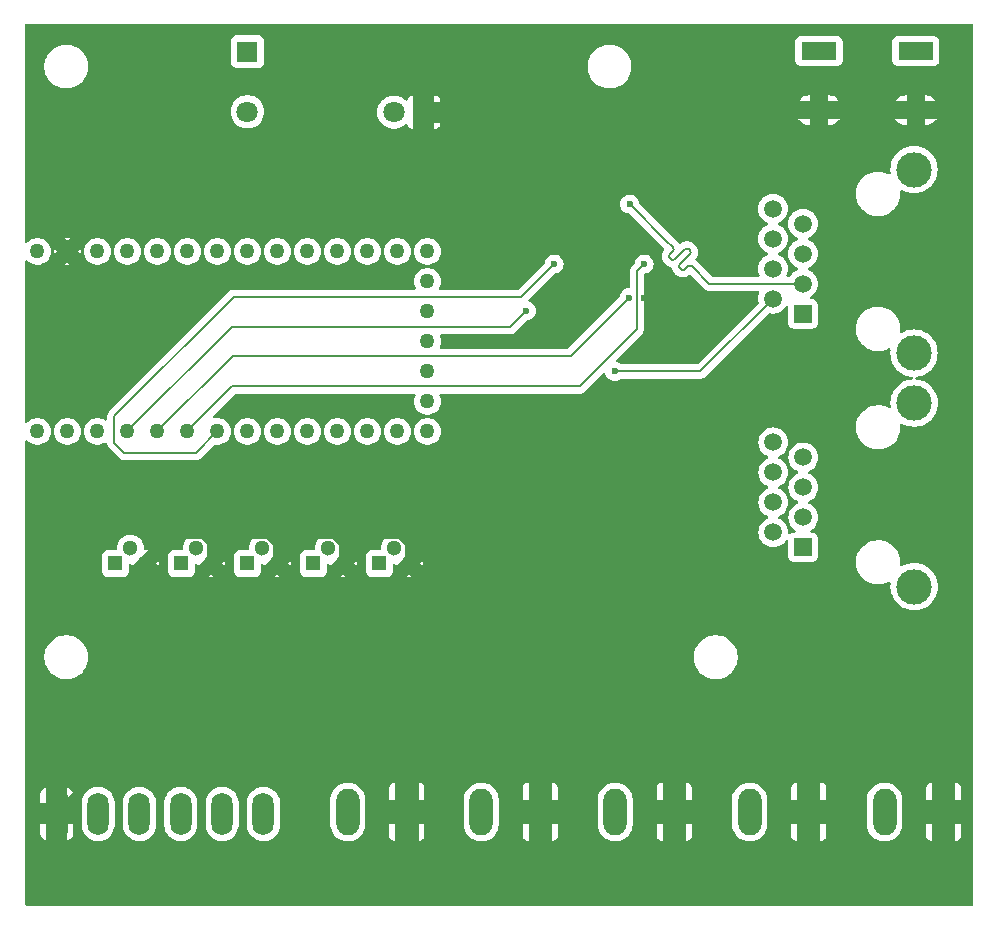
<source format=gbl>
G04 #@! TF.GenerationSoftware,KiCad,Pcbnew,8.0.0*
G04 #@! TF.CreationDate,2024-10-15T09:50:15-05:00*
G04 #@! TF.ProjectId,Rain and Switches Control Board,5261696e-2061-46e6-9420-537769746368,rev?*
G04 #@! TF.SameCoordinates,Original*
G04 #@! TF.FileFunction,Copper,L2,Bot*
G04 #@! TF.FilePolarity,Positive*
%FSLAX46Y46*%
G04 Gerber Fmt 4.6, Leading zero omitted, Abs format (unit mm)*
G04 Created by KiCad (PCBNEW 8.0.0) date 2024-10-15 09:50:15*
%MOMM*%
%LPD*%
G01*
G04 APERTURE LIST*
G04 Aperture macros list*
%AMRoundRect*
0 Rectangle with rounded corners*
0 $1 Rounding radius*
0 $2 $3 $4 $5 $6 $7 $8 $9 X,Y pos of 4 corners*
0 Add a 4 corners polygon primitive as box body*
4,1,4,$2,$3,$4,$5,$6,$7,$8,$9,$2,$3,0*
0 Add four circle primitives for the rounded corners*
1,1,$1+$1,$2,$3*
1,1,$1+$1,$4,$5*
1,1,$1+$1,$6,$7*
1,1,$1+$1,$8,$9*
0 Add four rect primitives between the rounded corners*
20,1,$1+$1,$2,$3,$4,$5,0*
20,1,$1+$1,$4,$5,$6,$7,0*
20,1,$1+$1,$6,$7,$8,$9,0*
20,1,$1+$1,$8,$9,$2,$3,0*%
G04 Aperture macros list end*
G04 #@! TA.AperFunction,ComponentPad*
%ADD10R,1.300000X1.300000*%
G04 #@! TD*
G04 #@! TA.AperFunction,ComponentPad*
%ADD11C,1.300000*%
G04 #@! TD*
G04 #@! TA.AperFunction,ComponentPad*
%ADD12RoundRect,0.250000X-0.650000X-1.550000X0.650000X-1.550000X0.650000X1.550000X-0.650000X1.550000X0*%
G04 #@! TD*
G04 #@! TA.AperFunction,ComponentPad*
%ADD13O,1.800000X3.600000*%
G04 #@! TD*
G04 #@! TA.AperFunction,ComponentPad*
%ADD14R,1.800000X1.800000*%
G04 #@! TD*
G04 #@! TA.AperFunction,ComponentPad*
%ADD15C,1.800000*%
G04 #@! TD*
G04 #@! TA.AperFunction,ComponentPad*
%ADD16O,1.980000X3.960000*%
G04 #@! TD*
G04 #@! TA.AperFunction,ComponentPad*
%ADD17R,1.980000X3.960000*%
G04 #@! TD*
G04 #@! TA.AperFunction,ComponentPad*
%ADD18C,3.000000*%
G04 #@! TD*
G04 #@! TA.AperFunction,ComponentPad*
%ADD19C,1.500000*%
G04 #@! TD*
G04 #@! TA.AperFunction,ComponentPad*
%ADD20R,1.500000X1.500000*%
G04 #@! TD*
G04 #@! TA.AperFunction,ComponentPad*
%ADD21O,3.000000X1.500000*%
G04 #@! TD*
G04 #@! TA.AperFunction,ComponentPad*
%ADD22R,3.000000X1.500000*%
G04 #@! TD*
G04 #@! TA.AperFunction,ComponentPad*
%ADD23C,1.265000*%
G04 #@! TD*
G04 #@! TA.AperFunction,ViaPad*
%ADD24C,0.600000*%
G04 #@! TD*
G04 #@! TA.AperFunction,Conductor*
%ADD25C,0.762000*%
G04 #@! TD*
G04 #@! TA.AperFunction,Conductor*
%ADD26C,0.200000*%
G04 #@! TD*
G04 APERTURE END LIST*
D10*
X115261600Y-85504000D03*
D11*
X116531600Y-84234000D03*
X117801600Y-85504000D03*
D10*
X120849600Y-85504000D03*
D11*
X122119600Y-84234000D03*
X123389600Y-85504000D03*
D10*
X126437600Y-85504000D03*
D11*
X127707600Y-84234000D03*
X128977600Y-85504000D03*
D10*
X132025600Y-85504000D03*
D11*
X133295600Y-84234000D03*
X134565600Y-85504000D03*
X140153600Y-85504000D03*
X138883600Y-84234000D03*
D10*
X137613600Y-85504000D03*
D12*
X110296000Y-106703800D03*
D13*
X113796000Y-106703800D03*
X117296000Y-106703800D03*
X120796000Y-106703800D03*
X124296000Y-106703800D03*
X127796000Y-106703800D03*
D14*
X126438600Y-42166600D03*
D15*
X126438600Y-44706600D03*
X126438600Y-47246600D03*
D16*
X157578200Y-106535200D03*
D17*
X162578200Y-106535200D03*
D18*
X182873800Y-52150800D03*
X182873800Y-67690800D03*
D19*
X170933800Y-55475800D03*
X173473800Y-56745800D03*
X170933800Y-58015800D03*
X173473800Y-59285800D03*
X170933800Y-60555800D03*
X173473800Y-61825800D03*
X170933800Y-63095800D03*
D20*
X173473800Y-64365800D03*
D15*
X138832800Y-47302400D03*
D14*
X141372800Y-47302400D03*
D21*
X174828800Y-47120800D03*
X183028800Y-47120800D03*
D22*
X174828800Y-42120800D03*
X183028800Y-42120800D03*
D16*
X180378200Y-106535200D03*
D17*
X185378200Y-106535200D03*
D18*
X182888800Y-71920800D03*
X182888800Y-87460800D03*
D19*
X170948800Y-75245800D03*
X173488800Y-76515800D03*
X170948800Y-77785800D03*
X173488800Y-79055800D03*
X170948800Y-80325800D03*
X173488800Y-81595800D03*
X170948800Y-82865800D03*
D20*
X173488800Y-84135800D03*
D23*
X108657600Y-59088000D03*
X111197600Y-59088000D03*
X113737600Y-59088000D03*
X116277600Y-59088000D03*
X118817600Y-59088000D03*
X121357600Y-59088000D03*
X123897600Y-59088000D03*
X126437600Y-59088000D03*
X128977600Y-59088000D03*
X131517600Y-59088000D03*
X134057600Y-59088000D03*
X136597600Y-59088000D03*
X139137600Y-59088000D03*
X141677600Y-59088000D03*
X141677600Y-61628000D03*
X141677600Y-64168000D03*
X141677600Y-66708000D03*
X141677600Y-69248000D03*
X141677600Y-71788000D03*
X141677600Y-74328000D03*
X139137600Y-74328000D03*
X136597600Y-74328000D03*
X134057600Y-74328000D03*
X131517600Y-74328000D03*
X128977600Y-74328000D03*
X126437600Y-74328000D03*
X123897600Y-74328000D03*
X121357600Y-74328000D03*
X118817600Y-74328000D03*
X116277600Y-74328000D03*
X113737600Y-74328000D03*
X111197600Y-74328000D03*
X108657600Y-74328000D03*
D16*
X134938200Y-106535200D03*
D17*
X139938200Y-106535200D03*
D16*
X146238200Y-106535200D03*
D17*
X151238200Y-106535200D03*
D16*
X168958200Y-106535200D03*
D17*
X173958200Y-106535200D03*
D24*
X121446000Y-56778800D03*
X157527200Y-69248000D03*
X158797200Y-55074800D03*
X160016400Y-62999600D03*
X150059600Y-64117200D03*
X152396400Y-60154800D03*
X160016400Y-60154800D03*
X158746400Y-62999600D03*
D25*
X139393497Y-83003000D02*
X140153600Y-83763103D01*
X140153600Y-83763103D02*
X140153600Y-85504000D01*
X133805497Y-83003000D02*
X139393497Y-83003000D01*
X134565600Y-83763103D02*
X134565600Y-85504000D01*
X133805497Y-83003000D02*
X134565600Y-83763103D01*
X128217497Y-83003000D02*
X133805497Y-83003000D01*
X128977600Y-83763103D02*
X128977600Y-85504000D01*
X128217497Y-83003000D02*
X128977600Y-83763103D01*
X122695200Y-83003000D02*
X128217497Y-83003000D01*
X123389600Y-83697400D02*
X123389600Y-85504000D01*
X122695200Y-83003000D02*
X123389600Y-83697400D01*
X120302600Y-83003000D02*
X122695200Y-83003000D01*
X117801600Y-85504000D02*
X120302600Y-83003000D01*
X117801600Y-85504000D02*
X117801600Y-99198200D01*
X117801600Y-99198200D02*
X110296000Y-106703800D01*
X174828800Y-47120800D02*
X183028800Y-47120800D01*
D26*
X163303927Y-59920938D02*
X163904967Y-59319896D01*
X163728193Y-60345205D02*
X163466562Y-60606833D01*
X161985648Y-58263248D02*
X158797200Y-55074800D01*
X162455395Y-58732995D02*
X162370543Y-58648143D01*
X173473800Y-61825800D02*
X165548200Y-61825800D01*
X163042299Y-60182569D02*
X163303927Y-59920938D01*
X163049366Y-59326967D02*
X162618029Y-59758300D01*
X162370543Y-58648143D02*
X161985648Y-58263248D01*
X163480702Y-58895632D02*
X163049366Y-59326967D01*
X163127152Y-60606834D02*
X163042299Y-60521981D01*
X165548200Y-61825800D02*
X164067605Y-60345205D01*
X162278619Y-59758301D02*
X162193766Y-59673448D01*
X162193766Y-59334036D02*
X162455394Y-59072405D01*
X163904967Y-58980485D02*
X163820114Y-58895632D01*
X163904966Y-59319895D02*
G75*
G03*
X163904957Y-58980495I-169666J169695D01*
G01*
X163820114Y-58895632D02*
G75*
G03*
X163480702Y-58895632I-169706J-169704D01*
G01*
X162193766Y-59673448D02*
G75*
G02*
X162193724Y-59333994I169734J169748D01*
G01*
X162618029Y-59758300D02*
G75*
G02*
X162278596Y-59758324I-169729J169700D01*
G01*
X163466562Y-60606833D02*
G75*
G02*
X163127196Y-60606790I-169662J169733D01*
G01*
X163042299Y-60521981D02*
G75*
G02*
X163042324Y-60182594I169701J169681D01*
G01*
X164067604Y-60345206D02*
G75*
G03*
X163728194Y-60345206I-169705J-169700D01*
G01*
X162455394Y-59072405D02*
G75*
G03*
X162455394Y-58732996I-169694J169705D01*
G01*
X157527200Y-69248000D02*
X164781600Y-69248000D01*
X164781600Y-69248000D02*
X170933800Y-63095800D01*
X125269200Y-62948800D02*
X149602400Y-62948800D01*
X115160000Y-73058000D02*
X125269200Y-62948800D01*
X149602400Y-62948800D02*
X152396400Y-60154800D01*
X115160000Y-75293200D02*
X115160000Y-73058000D01*
X116023600Y-76156800D02*
X115160000Y-75293200D01*
X122068800Y-76156800D02*
X116023600Y-76156800D01*
X123897600Y-74328000D02*
X122068800Y-76156800D01*
X125167600Y-70518000D02*
X121357600Y-74328000D01*
X154580800Y-70518000D02*
X125167600Y-70518000D01*
X159406800Y-65692000D02*
X154580800Y-70518000D01*
X160016400Y-60154800D02*
X159406800Y-60764400D01*
X159406800Y-60764400D02*
X159406800Y-65692000D01*
X125218400Y-67927200D02*
X118817600Y-74328000D01*
X153818800Y-67927200D02*
X125218400Y-67927200D01*
X158746400Y-62999600D02*
X153818800Y-67927200D01*
X148688000Y-65488800D02*
X150059600Y-64117200D01*
X116277600Y-74328000D02*
X125116800Y-65488800D01*
X125116800Y-65488800D02*
X148688000Y-65488800D01*
G04 #@! TA.AperFunction,Conductor*
G36*
X187820139Y-39810185D02*
G01*
X187865894Y-39862989D01*
X187877100Y-39914500D01*
X187877100Y-114355500D01*
X187857415Y-114422539D01*
X187804611Y-114468294D01*
X187753100Y-114479500D01*
X107724500Y-114479500D01*
X107657461Y-114459815D01*
X107611706Y-114407011D01*
X107600500Y-114355500D01*
X107600500Y-107603800D01*
X108896001Y-107603800D01*
X108896001Y-108303786D01*
X108906494Y-108406497D01*
X108961641Y-108572919D01*
X108961643Y-108572924D01*
X109053684Y-108722145D01*
X109177654Y-108846115D01*
X109326881Y-108938159D01*
X109395999Y-108961062D01*
X109396000Y-108961062D01*
X109396000Y-107603800D01*
X111196000Y-107603800D01*
X111196000Y-108961062D01*
X111265118Y-108938159D01*
X111414345Y-108846115D01*
X111538315Y-108722145D01*
X111630356Y-108572924D01*
X111630358Y-108572919D01*
X111685505Y-108406497D01*
X111685506Y-108406490D01*
X111695999Y-108303786D01*
X111696000Y-108303773D01*
X111696000Y-107714021D01*
X112395500Y-107714021D01*
X112429985Y-107931752D01*
X112498103Y-108141403D01*
X112498104Y-108141406D01*
X112566122Y-108274896D01*
X112582170Y-108306392D01*
X112598187Y-108337825D01*
X112727752Y-108516158D01*
X112727756Y-108516163D01*
X112883636Y-108672043D01*
X112883641Y-108672047D01*
X113039192Y-108785060D01*
X113061978Y-108801615D01*
X113190375Y-108867037D01*
X113258393Y-108901695D01*
X113258396Y-108901696D01*
X113363221Y-108935755D01*
X113468049Y-108969815D01*
X113685778Y-109004300D01*
X113685779Y-109004300D01*
X113906221Y-109004300D01*
X113906222Y-109004300D01*
X114123951Y-108969815D01*
X114333606Y-108901695D01*
X114530022Y-108801615D01*
X114708365Y-108672042D01*
X114864242Y-108516165D01*
X114993815Y-108337822D01*
X115093895Y-108141406D01*
X115162015Y-107931751D01*
X115196500Y-107714022D01*
X115196500Y-107714021D01*
X115895500Y-107714021D01*
X115929985Y-107931752D01*
X115998103Y-108141403D01*
X115998104Y-108141406D01*
X116066122Y-108274896D01*
X116082170Y-108306392D01*
X116098187Y-108337825D01*
X116227752Y-108516158D01*
X116227756Y-108516163D01*
X116383636Y-108672043D01*
X116383641Y-108672047D01*
X116539192Y-108785060D01*
X116561978Y-108801615D01*
X116690375Y-108867037D01*
X116758393Y-108901695D01*
X116758396Y-108901696D01*
X116863221Y-108935755D01*
X116968049Y-108969815D01*
X117185778Y-109004300D01*
X117185779Y-109004300D01*
X117406221Y-109004300D01*
X117406222Y-109004300D01*
X117623951Y-108969815D01*
X117833606Y-108901695D01*
X118030022Y-108801615D01*
X118208365Y-108672042D01*
X118364242Y-108516165D01*
X118493815Y-108337822D01*
X118593895Y-108141406D01*
X118662015Y-107931751D01*
X118696500Y-107714022D01*
X118696500Y-107714021D01*
X119395500Y-107714021D01*
X119429985Y-107931752D01*
X119498103Y-108141403D01*
X119498104Y-108141406D01*
X119566122Y-108274896D01*
X119582170Y-108306392D01*
X119598187Y-108337825D01*
X119727752Y-108516158D01*
X119727756Y-108516163D01*
X119883636Y-108672043D01*
X119883641Y-108672047D01*
X120039192Y-108785060D01*
X120061978Y-108801615D01*
X120190375Y-108867037D01*
X120258393Y-108901695D01*
X120258396Y-108901696D01*
X120363221Y-108935755D01*
X120468049Y-108969815D01*
X120685778Y-109004300D01*
X120685779Y-109004300D01*
X120906221Y-109004300D01*
X120906222Y-109004300D01*
X121123951Y-108969815D01*
X121333606Y-108901695D01*
X121530022Y-108801615D01*
X121708365Y-108672042D01*
X121864242Y-108516165D01*
X121993815Y-108337822D01*
X122093895Y-108141406D01*
X122162015Y-107931751D01*
X122196500Y-107714022D01*
X122196500Y-107714021D01*
X122895500Y-107714021D01*
X122929985Y-107931752D01*
X122998103Y-108141403D01*
X122998104Y-108141406D01*
X123066122Y-108274896D01*
X123082170Y-108306392D01*
X123098187Y-108337825D01*
X123227752Y-108516158D01*
X123227756Y-108516163D01*
X123383636Y-108672043D01*
X123383641Y-108672047D01*
X123539192Y-108785060D01*
X123561978Y-108801615D01*
X123690375Y-108867037D01*
X123758393Y-108901695D01*
X123758396Y-108901696D01*
X123863221Y-108935755D01*
X123968049Y-108969815D01*
X124185778Y-109004300D01*
X124185779Y-109004300D01*
X124406221Y-109004300D01*
X124406222Y-109004300D01*
X124623951Y-108969815D01*
X124833606Y-108901695D01*
X125030022Y-108801615D01*
X125208365Y-108672042D01*
X125364242Y-108516165D01*
X125493815Y-108337822D01*
X125593895Y-108141406D01*
X125662015Y-107931751D01*
X125696500Y-107714022D01*
X125696500Y-107714021D01*
X126395500Y-107714021D01*
X126429985Y-107931752D01*
X126498103Y-108141403D01*
X126498104Y-108141406D01*
X126566122Y-108274896D01*
X126582170Y-108306392D01*
X126598187Y-108337825D01*
X126727752Y-108516158D01*
X126727756Y-108516163D01*
X126883636Y-108672043D01*
X126883641Y-108672047D01*
X127039192Y-108785060D01*
X127061978Y-108801615D01*
X127190375Y-108867037D01*
X127258393Y-108901695D01*
X127258396Y-108901696D01*
X127363221Y-108935755D01*
X127468049Y-108969815D01*
X127685778Y-109004300D01*
X127685779Y-109004300D01*
X127906221Y-109004300D01*
X127906222Y-109004300D01*
X128123951Y-108969815D01*
X128333606Y-108901695D01*
X128530022Y-108801615D01*
X128708365Y-108672042D01*
X128864242Y-108516165D01*
X128993815Y-108337822D01*
X129093895Y-108141406D01*
X129162015Y-107931751D01*
X129196500Y-107714022D01*
X129196500Y-107642504D01*
X133447700Y-107642504D01*
X133484401Y-107874227D01*
X133556897Y-108097350D01*
X133579345Y-108141406D01*
X133662082Y-108303786D01*
X133663412Y-108306395D01*
X133801304Y-108496189D01*
X133801308Y-108496194D01*
X133967205Y-108662091D01*
X133967210Y-108662095D01*
X134049863Y-108722145D01*
X134157008Y-108799990D01*
X134299095Y-108872387D01*
X134366049Y-108906502D01*
X134463481Y-108938159D01*
X134589174Y-108978999D01*
X134820895Y-109015700D01*
X134820896Y-109015700D01*
X135055504Y-109015700D01*
X135055505Y-109015700D01*
X135287226Y-108978999D01*
X135510353Y-108906501D01*
X135719392Y-108799990D01*
X135909196Y-108662090D01*
X136075090Y-108496196D01*
X136212990Y-108306392D01*
X136319501Y-108097353D01*
X136391999Y-107874226D01*
X136428700Y-107642505D01*
X136428700Y-107525200D01*
X138448200Y-107525200D01*
X138448200Y-108563044D01*
X138454601Y-108622572D01*
X138454603Y-108622579D01*
X138504845Y-108757286D01*
X138504849Y-108757293D01*
X138591009Y-108872387D01*
X138591012Y-108872390D01*
X138706106Y-108958550D01*
X138706113Y-108958554D01*
X138840820Y-109008796D01*
X138840827Y-109008798D01*
X138900355Y-109015199D01*
X138900372Y-109015200D01*
X138948200Y-109015200D01*
X138948200Y-107525200D01*
X140928200Y-107525200D01*
X140928200Y-109015200D01*
X140976028Y-109015200D01*
X140976044Y-109015199D01*
X141035572Y-109008798D01*
X141035579Y-109008796D01*
X141170286Y-108958554D01*
X141170293Y-108958550D01*
X141285387Y-108872390D01*
X141285390Y-108872387D01*
X141371550Y-108757293D01*
X141371554Y-108757286D01*
X141421796Y-108622579D01*
X141421798Y-108622572D01*
X141428199Y-108563044D01*
X141428200Y-108563027D01*
X141428200Y-107642504D01*
X144747700Y-107642504D01*
X144784401Y-107874227D01*
X144856897Y-108097350D01*
X144879345Y-108141406D01*
X144962082Y-108303786D01*
X144963412Y-108306395D01*
X145101304Y-108496189D01*
X145101308Y-108496194D01*
X145267205Y-108662091D01*
X145267210Y-108662095D01*
X145349863Y-108722145D01*
X145457008Y-108799990D01*
X145599095Y-108872387D01*
X145666049Y-108906502D01*
X145763481Y-108938159D01*
X145889174Y-108978999D01*
X146120895Y-109015700D01*
X146120896Y-109015700D01*
X146355504Y-109015700D01*
X146355505Y-109015700D01*
X146587226Y-108978999D01*
X146810353Y-108906501D01*
X147019392Y-108799990D01*
X147209196Y-108662090D01*
X147375090Y-108496196D01*
X147512990Y-108306392D01*
X147619501Y-108097353D01*
X147691999Y-107874226D01*
X147728700Y-107642505D01*
X147728700Y-107525200D01*
X149748200Y-107525200D01*
X149748200Y-108563044D01*
X149754601Y-108622572D01*
X149754603Y-108622579D01*
X149804845Y-108757286D01*
X149804849Y-108757293D01*
X149891009Y-108872387D01*
X149891012Y-108872390D01*
X150006106Y-108958550D01*
X150006113Y-108958554D01*
X150140820Y-109008796D01*
X150140827Y-109008798D01*
X150200355Y-109015199D01*
X150200372Y-109015200D01*
X150248200Y-109015200D01*
X150248200Y-107525200D01*
X152228200Y-107525200D01*
X152228200Y-109015200D01*
X152276028Y-109015200D01*
X152276044Y-109015199D01*
X152335572Y-109008798D01*
X152335579Y-109008796D01*
X152470286Y-108958554D01*
X152470293Y-108958550D01*
X152585387Y-108872390D01*
X152585390Y-108872387D01*
X152671550Y-108757293D01*
X152671554Y-108757286D01*
X152721796Y-108622579D01*
X152721798Y-108622572D01*
X152728199Y-108563044D01*
X152728200Y-108563027D01*
X152728200Y-107642504D01*
X156087700Y-107642504D01*
X156124401Y-107874227D01*
X156196897Y-108097350D01*
X156219345Y-108141406D01*
X156302082Y-108303786D01*
X156303412Y-108306395D01*
X156441304Y-108496189D01*
X156441308Y-108496194D01*
X156607205Y-108662091D01*
X156607210Y-108662095D01*
X156689863Y-108722145D01*
X156797008Y-108799990D01*
X156939095Y-108872387D01*
X157006049Y-108906502D01*
X157103481Y-108938159D01*
X157229174Y-108978999D01*
X157460895Y-109015700D01*
X157460896Y-109015700D01*
X157695504Y-109015700D01*
X157695505Y-109015700D01*
X157927226Y-108978999D01*
X158150353Y-108906501D01*
X158359392Y-108799990D01*
X158549196Y-108662090D01*
X158715090Y-108496196D01*
X158852990Y-108306392D01*
X158959501Y-108097353D01*
X159031999Y-107874226D01*
X159068700Y-107642505D01*
X159068700Y-107525200D01*
X161088200Y-107525200D01*
X161088200Y-108563044D01*
X161094601Y-108622572D01*
X161094603Y-108622579D01*
X161144845Y-108757286D01*
X161144849Y-108757293D01*
X161231009Y-108872387D01*
X161231012Y-108872390D01*
X161346106Y-108958550D01*
X161346113Y-108958554D01*
X161480820Y-109008796D01*
X161480827Y-109008798D01*
X161540355Y-109015199D01*
X161540372Y-109015200D01*
X161588200Y-109015200D01*
X161588200Y-107525200D01*
X163568200Y-107525200D01*
X163568200Y-109015200D01*
X163616028Y-109015200D01*
X163616044Y-109015199D01*
X163675572Y-109008798D01*
X163675579Y-109008796D01*
X163810286Y-108958554D01*
X163810293Y-108958550D01*
X163925387Y-108872390D01*
X163925390Y-108872387D01*
X164011550Y-108757293D01*
X164011554Y-108757286D01*
X164061796Y-108622579D01*
X164061798Y-108622572D01*
X164068199Y-108563044D01*
X164068200Y-108563027D01*
X164068200Y-107642504D01*
X167467700Y-107642504D01*
X167504401Y-107874227D01*
X167576897Y-108097350D01*
X167599345Y-108141406D01*
X167682082Y-108303786D01*
X167683412Y-108306395D01*
X167821304Y-108496189D01*
X167821308Y-108496194D01*
X167987205Y-108662091D01*
X167987210Y-108662095D01*
X168069863Y-108722145D01*
X168177008Y-108799990D01*
X168319095Y-108872387D01*
X168386049Y-108906502D01*
X168483481Y-108938159D01*
X168609174Y-108978999D01*
X168840895Y-109015700D01*
X168840896Y-109015700D01*
X169075504Y-109015700D01*
X169075505Y-109015700D01*
X169307226Y-108978999D01*
X169530353Y-108906501D01*
X169739392Y-108799990D01*
X169929196Y-108662090D01*
X170095090Y-108496196D01*
X170232990Y-108306392D01*
X170339501Y-108097353D01*
X170411999Y-107874226D01*
X170448700Y-107642505D01*
X170448700Y-107525200D01*
X172468200Y-107525200D01*
X172468200Y-108563044D01*
X172474601Y-108622572D01*
X172474603Y-108622579D01*
X172524845Y-108757286D01*
X172524849Y-108757293D01*
X172611009Y-108872387D01*
X172611012Y-108872390D01*
X172726106Y-108958550D01*
X172726113Y-108958554D01*
X172860820Y-109008796D01*
X172860827Y-109008798D01*
X172920355Y-109015199D01*
X172920372Y-109015200D01*
X172968200Y-109015200D01*
X172968200Y-107525200D01*
X174948200Y-107525200D01*
X174948200Y-109015200D01*
X174996028Y-109015200D01*
X174996044Y-109015199D01*
X175055572Y-109008798D01*
X175055579Y-109008796D01*
X175190286Y-108958554D01*
X175190293Y-108958550D01*
X175305387Y-108872390D01*
X175305390Y-108872387D01*
X175391550Y-108757293D01*
X175391554Y-108757286D01*
X175441796Y-108622579D01*
X175441798Y-108622572D01*
X175448199Y-108563044D01*
X175448200Y-108563027D01*
X175448200Y-107642504D01*
X178887700Y-107642504D01*
X178924401Y-107874227D01*
X178996897Y-108097350D01*
X179019345Y-108141406D01*
X179102082Y-108303786D01*
X179103412Y-108306395D01*
X179241304Y-108496189D01*
X179241308Y-108496194D01*
X179407205Y-108662091D01*
X179407210Y-108662095D01*
X179489863Y-108722145D01*
X179597008Y-108799990D01*
X179739095Y-108872387D01*
X179806049Y-108906502D01*
X179903481Y-108938159D01*
X180029174Y-108978999D01*
X180260895Y-109015700D01*
X180260896Y-109015700D01*
X180495504Y-109015700D01*
X180495505Y-109015700D01*
X180727226Y-108978999D01*
X180950353Y-108906501D01*
X181159392Y-108799990D01*
X181349196Y-108662090D01*
X181515090Y-108496196D01*
X181652990Y-108306392D01*
X181759501Y-108097353D01*
X181831999Y-107874226D01*
X181868700Y-107642505D01*
X181868700Y-107525200D01*
X183888200Y-107525200D01*
X183888200Y-108563044D01*
X183894601Y-108622572D01*
X183894603Y-108622579D01*
X183944845Y-108757286D01*
X183944849Y-108757293D01*
X184031009Y-108872387D01*
X184031012Y-108872390D01*
X184146106Y-108958550D01*
X184146113Y-108958554D01*
X184280820Y-109008796D01*
X184280827Y-109008798D01*
X184340355Y-109015199D01*
X184340372Y-109015200D01*
X184388200Y-109015200D01*
X184388200Y-107525200D01*
X186368200Y-107525200D01*
X186368200Y-109015200D01*
X186416028Y-109015200D01*
X186416044Y-109015199D01*
X186475572Y-109008798D01*
X186475579Y-109008796D01*
X186610286Y-108958554D01*
X186610293Y-108958550D01*
X186725387Y-108872390D01*
X186725390Y-108872387D01*
X186811550Y-108757293D01*
X186811554Y-108757286D01*
X186861796Y-108622579D01*
X186861798Y-108622572D01*
X186868199Y-108563044D01*
X186868200Y-108563027D01*
X186868200Y-107525200D01*
X186368200Y-107525200D01*
X184388200Y-107525200D01*
X183888200Y-107525200D01*
X181868700Y-107525200D01*
X181868700Y-106600204D01*
X184718200Y-106600204D01*
X184743564Y-106727715D01*
X184793316Y-106847827D01*
X184865545Y-106955925D01*
X184957475Y-107047855D01*
X185065573Y-107120084D01*
X185185685Y-107169836D01*
X185313196Y-107195200D01*
X185443204Y-107195200D01*
X185570715Y-107169836D01*
X185690827Y-107120084D01*
X185798925Y-107047855D01*
X185890855Y-106955925D01*
X185963084Y-106847827D01*
X186012836Y-106727715D01*
X186038200Y-106600204D01*
X186038200Y-106470196D01*
X186012836Y-106342685D01*
X185963084Y-106222573D01*
X185890855Y-106114475D01*
X185798925Y-106022545D01*
X185690827Y-105950316D01*
X185570715Y-105900564D01*
X185443204Y-105875200D01*
X185313196Y-105875200D01*
X185185685Y-105900564D01*
X185065573Y-105950316D01*
X184957475Y-106022545D01*
X184865545Y-106114475D01*
X184793316Y-106222573D01*
X184743564Y-106342685D01*
X184718200Y-106470196D01*
X184718200Y-106600204D01*
X181868700Y-106600204D01*
X181868700Y-105545200D01*
X183888200Y-105545200D01*
X184388200Y-105545200D01*
X184388200Y-104055200D01*
X186368200Y-104055200D01*
X186368200Y-105545200D01*
X186868200Y-105545200D01*
X186868200Y-104507372D01*
X186868199Y-104507355D01*
X186861798Y-104447827D01*
X186861796Y-104447820D01*
X186811554Y-104313113D01*
X186811550Y-104313106D01*
X186725390Y-104198012D01*
X186725387Y-104198009D01*
X186610293Y-104111849D01*
X186610286Y-104111845D01*
X186475579Y-104061603D01*
X186475572Y-104061601D01*
X186416044Y-104055200D01*
X186368200Y-104055200D01*
X184388200Y-104055200D01*
X184340355Y-104055200D01*
X184280827Y-104061601D01*
X184280820Y-104061603D01*
X184146113Y-104111845D01*
X184146106Y-104111849D01*
X184031012Y-104198009D01*
X184031009Y-104198012D01*
X183944849Y-104313106D01*
X183944845Y-104313113D01*
X183894603Y-104447820D01*
X183894601Y-104447827D01*
X183888200Y-104507355D01*
X183888200Y-105545200D01*
X181868700Y-105545200D01*
X181868700Y-105427895D01*
X181831999Y-105196174D01*
X181759501Y-104973047D01*
X181652990Y-104764008D01*
X181632316Y-104735552D01*
X181515095Y-104574210D01*
X181515091Y-104574205D01*
X181349194Y-104408308D01*
X181349189Y-104408304D01*
X181159395Y-104270412D01*
X181159394Y-104270411D01*
X181159392Y-104270410D01*
X181054872Y-104217154D01*
X180950350Y-104163897D01*
X180727227Y-104091401D01*
X180611365Y-104073050D01*
X180495505Y-104054700D01*
X180260895Y-104054700D01*
X180183654Y-104066933D01*
X180029172Y-104091401D01*
X179806049Y-104163897D01*
X179597004Y-104270412D01*
X179407210Y-104408304D01*
X179407205Y-104408308D01*
X179241308Y-104574205D01*
X179241304Y-104574210D01*
X179103412Y-104764004D01*
X178996897Y-104973049D01*
X178924401Y-105196172D01*
X178887700Y-105427895D01*
X178887700Y-107642504D01*
X175448200Y-107642504D01*
X175448200Y-107525200D01*
X174948200Y-107525200D01*
X172968200Y-107525200D01*
X172468200Y-107525200D01*
X170448700Y-107525200D01*
X170448700Y-106600204D01*
X173298200Y-106600204D01*
X173323564Y-106727715D01*
X173373316Y-106847827D01*
X173445545Y-106955925D01*
X173537475Y-107047855D01*
X173645573Y-107120084D01*
X173765685Y-107169836D01*
X173893196Y-107195200D01*
X174023204Y-107195200D01*
X174150715Y-107169836D01*
X174270827Y-107120084D01*
X174378925Y-107047855D01*
X174470855Y-106955925D01*
X174543084Y-106847827D01*
X174592836Y-106727715D01*
X174618200Y-106600204D01*
X174618200Y-106470196D01*
X174592836Y-106342685D01*
X174543084Y-106222573D01*
X174470855Y-106114475D01*
X174378925Y-106022545D01*
X174270827Y-105950316D01*
X174150715Y-105900564D01*
X174023204Y-105875200D01*
X173893196Y-105875200D01*
X173765685Y-105900564D01*
X173645573Y-105950316D01*
X173537475Y-106022545D01*
X173445545Y-106114475D01*
X173373316Y-106222573D01*
X173323564Y-106342685D01*
X173298200Y-106470196D01*
X173298200Y-106600204D01*
X170448700Y-106600204D01*
X170448700Y-105545200D01*
X172468200Y-105545200D01*
X172968200Y-105545200D01*
X172968200Y-104055200D01*
X174948200Y-104055200D01*
X174948200Y-105545200D01*
X175448200Y-105545200D01*
X175448200Y-104507372D01*
X175448199Y-104507355D01*
X175441798Y-104447827D01*
X175441796Y-104447820D01*
X175391554Y-104313113D01*
X175391550Y-104313106D01*
X175305390Y-104198012D01*
X175305387Y-104198009D01*
X175190293Y-104111849D01*
X175190286Y-104111845D01*
X175055579Y-104061603D01*
X175055572Y-104061601D01*
X174996044Y-104055200D01*
X174948200Y-104055200D01*
X172968200Y-104055200D01*
X172920355Y-104055200D01*
X172860827Y-104061601D01*
X172860820Y-104061603D01*
X172726113Y-104111845D01*
X172726106Y-104111849D01*
X172611012Y-104198009D01*
X172611009Y-104198012D01*
X172524849Y-104313106D01*
X172524845Y-104313113D01*
X172474603Y-104447820D01*
X172474601Y-104447827D01*
X172468200Y-104507355D01*
X172468200Y-105545200D01*
X170448700Y-105545200D01*
X170448700Y-105427895D01*
X170411999Y-105196174D01*
X170339501Y-104973047D01*
X170232990Y-104764008D01*
X170212316Y-104735552D01*
X170095095Y-104574210D01*
X170095091Y-104574205D01*
X169929194Y-104408308D01*
X169929189Y-104408304D01*
X169739395Y-104270412D01*
X169739394Y-104270411D01*
X169739392Y-104270410D01*
X169634872Y-104217154D01*
X169530350Y-104163897D01*
X169307227Y-104091401D01*
X169191365Y-104073050D01*
X169075505Y-104054700D01*
X168840895Y-104054700D01*
X168763654Y-104066933D01*
X168609172Y-104091401D01*
X168386049Y-104163897D01*
X168177004Y-104270412D01*
X167987210Y-104408304D01*
X167987205Y-104408308D01*
X167821308Y-104574205D01*
X167821304Y-104574210D01*
X167683412Y-104764004D01*
X167576897Y-104973049D01*
X167504401Y-105196172D01*
X167467700Y-105427895D01*
X167467700Y-107642504D01*
X164068200Y-107642504D01*
X164068200Y-107525200D01*
X163568200Y-107525200D01*
X161588200Y-107525200D01*
X161088200Y-107525200D01*
X159068700Y-107525200D01*
X159068700Y-106600204D01*
X161918200Y-106600204D01*
X161943564Y-106727715D01*
X161993316Y-106847827D01*
X162065545Y-106955925D01*
X162157475Y-107047855D01*
X162265573Y-107120084D01*
X162385685Y-107169836D01*
X162513196Y-107195200D01*
X162643204Y-107195200D01*
X162770715Y-107169836D01*
X162890827Y-107120084D01*
X162998925Y-107047855D01*
X163090855Y-106955925D01*
X163163084Y-106847827D01*
X163212836Y-106727715D01*
X163238200Y-106600204D01*
X163238200Y-106470196D01*
X163212836Y-106342685D01*
X163163084Y-106222573D01*
X163090855Y-106114475D01*
X162998925Y-106022545D01*
X162890827Y-105950316D01*
X162770715Y-105900564D01*
X162643204Y-105875200D01*
X162513196Y-105875200D01*
X162385685Y-105900564D01*
X162265573Y-105950316D01*
X162157475Y-106022545D01*
X162065545Y-106114475D01*
X161993316Y-106222573D01*
X161943564Y-106342685D01*
X161918200Y-106470196D01*
X161918200Y-106600204D01*
X159068700Y-106600204D01*
X159068700Y-105545200D01*
X161088200Y-105545200D01*
X161588200Y-105545200D01*
X161588200Y-104055200D01*
X163568200Y-104055200D01*
X163568200Y-105545200D01*
X164068200Y-105545200D01*
X164068200Y-104507372D01*
X164068199Y-104507355D01*
X164061798Y-104447827D01*
X164061796Y-104447820D01*
X164011554Y-104313113D01*
X164011550Y-104313106D01*
X163925390Y-104198012D01*
X163925387Y-104198009D01*
X163810293Y-104111849D01*
X163810286Y-104111845D01*
X163675579Y-104061603D01*
X163675572Y-104061601D01*
X163616044Y-104055200D01*
X163568200Y-104055200D01*
X161588200Y-104055200D01*
X161540355Y-104055200D01*
X161480827Y-104061601D01*
X161480820Y-104061603D01*
X161346113Y-104111845D01*
X161346106Y-104111849D01*
X161231012Y-104198009D01*
X161231009Y-104198012D01*
X161144849Y-104313106D01*
X161144845Y-104313113D01*
X161094603Y-104447820D01*
X161094601Y-104447827D01*
X161088200Y-104507355D01*
X161088200Y-105545200D01*
X159068700Y-105545200D01*
X159068700Y-105427895D01*
X159031999Y-105196174D01*
X158959501Y-104973047D01*
X158852990Y-104764008D01*
X158832316Y-104735552D01*
X158715095Y-104574210D01*
X158715091Y-104574205D01*
X158549194Y-104408308D01*
X158549189Y-104408304D01*
X158359395Y-104270412D01*
X158359394Y-104270411D01*
X158359392Y-104270410D01*
X158254872Y-104217154D01*
X158150350Y-104163897D01*
X157927227Y-104091401D01*
X157811365Y-104073050D01*
X157695505Y-104054700D01*
X157460895Y-104054700D01*
X157383654Y-104066933D01*
X157229172Y-104091401D01*
X157006049Y-104163897D01*
X156797004Y-104270412D01*
X156607210Y-104408304D01*
X156607205Y-104408308D01*
X156441308Y-104574205D01*
X156441304Y-104574210D01*
X156303412Y-104764004D01*
X156196897Y-104973049D01*
X156124401Y-105196172D01*
X156087700Y-105427895D01*
X156087700Y-107642504D01*
X152728200Y-107642504D01*
X152728200Y-107525200D01*
X152228200Y-107525200D01*
X150248200Y-107525200D01*
X149748200Y-107525200D01*
X147728700Y-107525200D01*
X147728700Y-106600204D01*
X150578200Y-106600204D01*
X150603564Y-106727715D01*
X150653316Y-106847827D01*
X150725545Y-106955925D01*
X150817475Y-107047855D01*
X150925573Y-107120084D01*
X151045685Y-107169836D01*
X151173196Y-107195200D01*
X151303204Y-107195200D01*
X151430715Y-107169836D01*
X151550827Y-107120084D01*
X151658925Y-107047855D01*
X151750855Y-106955925D01*
X151823084Y-106847827D01*
X151872836Y-106727715D01*
X151898200Y-106600204D01*
X151898200Y-106470196D01*
X151872836Y-106342685D01*
X151823084Y-106222573D01*
X151750855Y-106114475D01*
X151658925Y-106022545D01*
X151550827Y-105950316D01*
X151430715Y-105900564D01*
X151303204Y-105875200D01*
X151173196Y-105875200D01*
X151045685Y-105900564D01*
X150925573Y-105950316D01*
X150817475Y-106022545D01*
X150725545Y-106114475D01*
X150653316Y-106222573D01*
X150603564Y-106342685D01*
X150578200Y-106470196D01*
X150578200Y-106600204D01*
X147728700Y-106600204D01*
X147728700Y-105545200D01*
X149748200Y-105545200D01*
X150248200Y-105545200D01*
X150248200Y-104055200D01*
X152228200Y-104055200D01*
X152228200Y-105545200D01*
X152728200Y-105545200D01*
X152728200Y-104507372D01*
X152728199Y-104507355D01*
X152721798Y-104447827D01*
X152721796Y-104447820D01*
X152671554Y-104313113D01*
X152671550Y-104313106D01*
X152585390Y-104198012D01*
X152585387Y-104198009D01*
X152470293Y-104111849D01*
X152470286Y-104111845D01*
X152335579Y-104061603D01*
X152335572Y-104061601D01*
X152276044Y-104055200D01*
X152228200Y-104055200D01*
X150248200Y-104055200D01*
X150200355Y-104055200D01*
X150140827Y-104061601D01*
X150140820Y-104061603D01*
X150006113Y-104111845D01*
X150006106Y-104111849D01*
X149891012Y-104198009D01*
X149891009Y-104198012D01*
X149804849Y-104313106D01*
X149804845Y-104313113D01*
X149754603Y-104447820D01*
X149754601Y-104447827D01*
X149748200Y-104507355D01*
X149748200Y-105545200D01*
X147728700Y-105545200D01*
X147728700Y-105427895D01*
X147691999Y-105196174D01*
X147619501Y-104973047D01*
X147512990Y-104764008D01*
X147492316Y-104735552D01*
X147375095Y-104574210D01*
X147375091Y-104574205D01*
X147209194Y-104408308D01*
X147209189Y-104408304D01*
X147019395Y-104270412D01*
X147019394Y-104270411D01*
X147019392Y-104270410D01*
X146914872Y-104217154D01*
X146810350Y-104163897D01*
X146587227Y-104091401D01*
X146471365Y-104073050D01*
X146355505Y-104054700D01*
X146120895Y-104054700D01*
X146043654Y-104066933D01*
X145889172Y-104091401D01*
X145666049Y-104163897D01*
X145457004Y-104270412D01*
X145267210Y-104408304D01*
X145267205Y-104408308D01*
X145101308Y-104574205D01*
X145101304Y-104574210D01*
X144963412Y-104764004D01*
X144856897Y-104973049D01*
X144784401Y-105196172D01*
X144747700Y-105427895D01*
X144747700Y-107642504D01*
X141428200Y-107642504D01*
X141428200Y-107525200D01*
X140928200Y-107525200D01*
X138948200Y-107525200D01*
X138448200Y-107525200D01*
X136428700Y-107525200D01*
X136428700Y-106600204D01*
X139278200Y-106600204D01*
X139303564Y-106727715D01*
X139353316Y-106847827D01*
X139425545Y-106955925D01*
X139517475Y-107047855D01*
X139625573Y-107120084D01*
X139745685Y-107169836D01*
X139873196Y-107195200D01*
X140003204Y-107195200D01*
X140130715Y-107169836D01*
X140250827Y-107120084D01*
X140358925Y-107047855D01*
X140450855Y-106955925D01*
X140523084Y-106847827D01*
X140572836Y-106727715D01*
X140598200Y-106600204D01*
X140598200Y-106470196D01*
X140572836Y-106342685D01*
X140523084Y-106222573D01*
X140450855Y-106114475D01*
X140358925Y-106022545D01*
X140250827Y-105950316D01*
X140130715Y-105900564D01*
X140003204Y-105875200D01*
X139873196Y-105875200D01*
X139745685Y-105900564D01*
X139625573Y-105950316D01*
X139517475Y-106022545D01*
X139425545Y-106114475D01*
X139353316Y-106222573D01*
X139303564Y-106342685D01*
X139278200Y-106470196D01*
X139278200Y-106600204D01*
X136428700Y-106600204D01*
X136428700Y-105545200D01*
X138448200Y-105545200D01*
X138948200Y-105545200D01*
X138948200Y-104055200D01*
X140928200Y-104055200D01*
X140928200Y-105545200D01*
X141428200Y-105545200D01*
X141428200Y-104507372D01*
X141428199Y-104507355D01*
X141421798Y-104447827D01*
X141421796Y-104447820D01*
X141371554Y-104313113D01*
X141371550Y-104313106D01*
X141285390Y-104198012D01*
X141285387Y-104198009D01*
X141170293Y-104111849D01*
X141170286Y-104111845D01*
X141035579Y-104061603D01*
X141035572Y-104061601D01*
X140976044Y-104055200D01*
X140928200Y-104055200D01*
X138948200Y-104055200D01*
X138900355Y-104055200D01*
X138840827Y-104061601D01*
X138840820Y-104061603D01*
X138706113Y-104111845D01*
X138706106Y-104111849D01*
X138591012Y-104198009D01*
X138591009Y-104198012D01*
X138504849Y-104313106D01*
X138504845Y-104313113D01*
X138454603Y-104447820D01*
X138454601Y-104447827D01*
X138448200Y-104507355D01*
X138448200Y-105545200D01*
X136428700Y-105545200D01*
X136428700Y-105427895D01*
X136391999Y-105196174D01*
X136319501Y-104973047D01*
X136212990Y-104764008D01*
X136192316Y-104735552D01*
X136075095Y-104574210D01*
X136075091Y-104574205D01*
X135909194Y-104408308D01*
X135909189Y-104408304D01*
X135719395Y-104270412D01*
X135719394Y-104270411D01*
X135719392Y-104270410D01*
X135614872Y-104217154D01*
X135510350Y-104163897D01*
X135287227Y-104091401D01*
X135171365Y-104073050D01*
X135055505Y-104054700D01*
X134820895Y-104054700D01*
X134743654Y-104066933D01*
X134589172Y-104091401D01*
X134366049Y-104163897D01*
X134157004Y-104270412D01*
X133967210Y-104408304D01*
X133967205Y-104408308D01*
X133801308Y-104574205D01*
X133801304Y-104574210D01*
X133663412Y-104764004D01*
X133556897Y-104973049D01*
X133484401Y-105196172D01*
X133447700Y-105427895D01*
X133447700Y-107642504D01*
X129196500Y-107642504D01*
X129196500Y-105693578D01*
X129162015Y-105475849D01*
X129093895Y-105266194D01*
X129093895Y-105266193D01*
X129058217Y-105196172D01*
X128993815Y-105069778D01*
X128977260Y-105046992D01*
X128864247Y-104891441D01*
X128864243Y-104891436D01*
X128708363Y-104735556D01*
X128708358Y-104735552D01*
X128530025Y-104605987D01*
X128530024Y-104605986D01*
X128530022Y-104605985D01*
X128442685Y-104561484D01*
X128333606Y-104505904D01*
X128333603Y-104505903D01*
X128123952Y-104437785D01*
X128015086Y-104420542D01*
X127906222Y-104403300D01*
X127685778Y-104403300D01*
X127613201Y-104414795D01*
X127468047Y-104437785D01*
X127258396Y-104505903D01*
X127258393Y-104505904D01*
X127061974Y-104605987D01*
X126883641Y-104735552D01*
X126883636Y-104735556D01*
X126727756Y-104891436D01*
X126727752Y-104891441D01*
X126598187Y-105069774D01*
X126498104Y-105266193D01*
X126498103Y-105266196D01*
X126429985Y-105475847D01*
X126395500Y-105693578D01*
X126395500Y-107714021D01*
X125696500Y-107714021D01*
X125696500Y-105693578D01*
X125662015Y-105475849D01*
X125593895Y-105266194D01*
X125593895Y-105266193D01*
X125558217Y-105196172D01*
X125493815Y-105069778D01*
X125477260Y-105046992D01*
X125364247Y-104891441D01*
X125364243Y-104891436D01*
X125208363Y-104735556D01*
X125208358Y-104735552D01*
X125030025Y-104605987D01*
X125030024Y-104605986D01*
X125030022Y-104605985D01*
X124942685Y-104561484D01*
X124833606Y-104505904D01*
X124833603Y-104505903D01*
X124623952Y-104437785D01*
X124515086Y-104420542D01*
X124406222Y-104403300D01*
X124185778Y-104403300D01*
X124113201Y-104414795D01*
X123968047Y-104437785D01*
X123758396Y-104505903D01*
X123758393Y-104505904D01*
X123561974Y-104605987D01*
X123383641Y-104735552D01*
X123383636Y-104735556D01*
X123227756Y-104891436D01*
X123227752Y-104891441D01*
X123098187Y-105069774D01*
X122998104Y-105266193D01*
X122998103Y-105266196D01*
X122929985Y-105475847D01*
X122895500Y-105693578D01*
X122895500Y-107714021D01*
X122196500Y-107714021D01*
X122196500Y-105693578D01*
X122162015Y-105475849D01*
X122093895Y-105266194D01*
X122093895Y-105266193D01*
X122058217Y-105196172D01*
X121993815Y-105069778D01*
X121977260Y-105046992D01*
X121864247Y-104891441D01*
X121864243Y-104891436D01*
X121708363Y-104735556D01*
X121708358Y-104735552D01*
X121530025Y-104605987D01*
X121530024Y-104605986D01*
X121530022Y-104605985D01*
X121442685Y-104561484D01*
X121333606Y-104505904D01*
X121333603Y-104505903D01*
X121123952Y-104437785D01*
X121015086Y-104420542D01*
X120906222Y-104403300D01*
X120685778Y-104403300D01*
X120613201Y-104414795D01*
X120468047Y-104437785D01*
X120258396Y-104505903D01*
X120258393Y-104505904D01*
X120061974Y-104605987D01*
X119883641Y-104735552D01*
X119883636Y-104735556D01*
X119727756Y-104891436D01*
X119727752Y-104891441D01*
X119598187Y-105069774D01*
X119498104Y-105266193D01*
X119498103Y-105266196D01*
X119429985Y-105475847D01*
X119395500Y-105693578D01*
X119395500Y-107714021D01*
X118696500Y-107714021D01*
X118696500Y-105693578D01*
X118662015Y-105475849D01*
X118593895Y-105266194D01*
X118593895Y-105266193D01*
X118558217Y-105196172D01*
X118493815Y-105069778D01*
X118477260Y-105046992D01*
X118364247Y-104891441D01*
X118364243Y-104891436D01*
X118208363Y-104735556D01*
X118208358Y-104735552D01*
X118030025Y-104605987D01*
X118030024Y-104605986D01*
X118030022Y-104605985D01*
X117942685Y-104561484D01*
X117833606Y-104505904D01*
X117833603Y-104505903D01*
X117623952Y-104437785D01*
X117515086Y-104420542D01*
X117406222Y-104403300D01*
X117185778Y-104403300D01*
X117113201Y-104414795D01*
X116968047Y-104437785D01*
X116758396Y-104505903D01*
X116758393Y-104505904D01*
X116561974Y-104605987D01*
X116383641Y-104735552D01*
X116383636Y-104735556D01*
X116227756Y-104891436D01*
X116227752Y-104891441D01*
X116098187Y-105069774D01*
X115998104Y-105266193D01*
X115998103Y-105266196D01*
X115929985Y-105475847D01*
X115895500Y-105693578D01*
X115895500Y-107714021D01*
X115196500Y-107714021D01*
X115196500Y-105693578D01*
X115162015Y-105475849D01*
X115093895Y-105266194D01*
X115093895Y-105266193D01*
X115058217Y-105196172D01*
X114993815Y-105069778D01*
X114977260Y-105046992D01*
X114864247Y-104891441D01*
X114864243Y-104891436D01*
X114708363Y-104735556D01*
X114708358Y-104735552D01*
X114530025Y-104605987D01*
X114530024Y-104605986D01*
X114530022Y-104605985D01*
X114442685Y-104561484D01*
X114333606Y-104505904D01*
X114333603Y-104505903D01*
X114123952Y-104437785D01*
X114015086Y-104420542D01*
X113906222Y-104403300D01*
X113685778Y-104403300D01*
X113613201Y-104414795D01*
X113468047Y-104437785D01*
X113258396Y-104505903D01*
X113258393Y-104505904D01*
X113061974Y-104605987D01*
X112883641Y-104735552D01*
X112883636Y-104735556D01*
X112727756Y-104891436D01*
X112727752Y-104891441D01*
X112598187Y-105069774D01*
X112498104Y-105266193D01*
X112498103Y-105266196D01*
X112429985Y-105475847D01*
X112395500Y-105693578D01*
X112395500Y-107714021D01*
X111696000Y-107714021D01*
X111696000Y-107603800D01*
X111196000Y-107603800D01*
X109396000Y-107603800D01*
X108896001Y-107603800D01*
X107600500Y-107603800D01*
X107600500Y-106782791D01*
X109696000Y-106782791D01*
X109736889Y-106935391D01*
X109815881Y-107072208D01*
X109927592Y-107183919D01*
X110064409Y-107262911D01*
X110217009Y-107303800D01*
X110374991Y-107303800D01*
X110527591Y-107262911D01*
X110664408Y-107183919D01*
X110776119Y-107072208D01*
X110855111Y-106935391D01*
X110896000Y-106782791D01*
X110896000Y-106624809D01*
X110855111Y-106472209D01*
X110776119Y-106335392D01*
X110664408Y-106223681D01*
X110527591Y-106144689D01*
X110374991Y-106103800D01*
X110217009Y-106103800D01*
X110064409Y-106144689D01*
X109927592Y-106223681D01*
X109815881Y-106335392D01*
X109736889Y-106472209D01*
X109696000Y-106624809D01*
X109696000Y-106782791D01*
X107600500Y-106782791D01*
X107600500Y-105803800D01*
X108896000Y-105803800D01*
X109396000Y-105803800D01*
X109396000Y-104446537D01*
X111196000Y-104446537D01*
X111196000Y-105803800D01*
X111695999Y-105803800D01*
X111695999Y-105103828D01*
X111695998Y-105103813D01*
X111685505Y-105001102D01*
X111630358Y-104834680D01*
X111630356Y-104834675D01*
X111538315Y-104685454D01*
X111414345Y-104561484D01*
X111265120Y-104469441D01*
X111196000Y-104446537D01*
X109396000Y-104446537D01*
X109326879Y-104469441D01*
X109177654Y-104561484D01*
X109053684Y-104685454D01*
X108961643Y-104834675D01*
X108961641Y-104834680D01*
X108906494Y-105001102D01*
X108906493Y-105001109D01*
X108896000Y-105103813D01*
X108896000Y-105803800D01*
X107600500Y-105803800D01*
X107600500Y-93550088D01*
X109245500Y-93550088D01*
X109277161Y-93790585D01*
X109339947Y-94024904D01*
X109432773Y-94249005D01*
X109432776Y-94249012D01*
X109554064Y-94459089D01*
X109554066Y-94459092D01*
X109554067Y-94459093D01*
X109701733Y-94651536D01*
X109701739Y-94651543D01*
X109873256Y-94823060D01*
X109873262Y-94823065D01*
X110065711Y-94970736D01*
X110275788Y-95092024D01*
X110499900Y-95184854D01*
X110734211Y-95247638D01*
X110914586Y-95271384D01*
X110974711Y-95279300D01*
X110974712Y-95279300D01*
X111217289Y-95279300D01*
X111265388Y-95272967D01*
X111457789Y-95247638D01*
X111692100Y-95184854D01*
X111916212Y-95092024D01*
X112126289Y-94970736D01*
X112318738Y-94823065D01*
X112490265Y-94651538D01*
X112637936Y-94459089D01*
X112759224Y-94249012D01*
X112852054Y-94024900D01*
X112914838Y-93790589D01*
X112946500Y-93550088D01*
X164245500Y-93550088D01*
X164277161Y-93790585D01*
X164339947Y-94024904D01*
X164432773Y-94249005D01*
X164432776Y-94249012D01*
X164554064Y-94459089D01*
X164554066Y-94459092D01*
X164554067Y-94459093D01*
X164701733Y-94651536D01*
X164701739Y-94651543D01*
X164873256Y-94823060D01*
X164873262Y-94823065D01*
X165065711Y-94970736D01*
X165275788Y-95092024D01*
X165499900Y-95184854D01*
X165734211Y-95247638D01*
X165914586Y-95271384D01*
X165974711Y-95279300D01*
X165974712Y-95279300D01*
X166217289Y-95279300D01*
X166265388Y-95272967D01*
X166457789Y-95247638D01*
X166692100Y-95184854D01*
X166916212Y-95092024D01*
X167126289Y-94970736D01*
X167318738Y-94823065D01*
X167490265Y-94651538D01*
X167637936Y-94459089D01*
X167759224Y-94249012D01*
X167852054Y-94024900D01*
X167914838Y-93790589D01*
X167946500Y-93550088D01*
X167946500Y-93307512D01*
X167914838Y-93067011D01*
X167852054Y-92832700D01*
X167759224Y-92608588D01*
X167637936Y-92398511D01*
X167490265Y-92206062D01*
X167490260Y-92206056D01*
X167318743Y-92034539D01*
X167318736Y-92034533D01*
X167126293Y-91886867D01*
X167126292Y-91886866D01*
X167126289Y-91886864D01*
X166916212Y-91765576D01*
X166916205Y-91765573D01*
X166692104Y-91672747D01*
X166457785Y-91609961D01*
X166217289Y-91578300D01*
X166217288Y-91578300D01*
X165974712Y-91578300D01*
X165974711Y-91578300D01*
X165734214Y-91609961D01*
X165499895Y-91672747D01*
X165275794Y-91765573D01*
X165275785Y-91765577D01*
X165065706Y-91886867D01*
X164873263Y-92034533D01*
X164873256Y-92034539D01*
X164701739Y-92206056D01*
X164701733Y-92206063D01*
X164554067Y-92398506D01*
X164432777Y-92608585D01*
X164432773Y-92608594D01*
X164339947Y-92832695D01*
X164277161Y-93067014D01*
X164245500Y-93307511D01*
X164245500Y-93550088D01*
X112946500Y-93550088D01*
X112946500Y-93307512D01*
X112914838Y-93067011D01*
X112852054Y-92832700D01*
X112759224Y-92608588D01*
X112637936Y-92398511D01*
X112490265Y-92206062D01*
X112490260Y-92206056D01*
X112318743Y-92034539D01*
X112318736Y-92034533D01*
X112126293Y-91886867D01*
X112126292Y-91886866D01*
X112126289Y-91886864D01*
X111916212Y-91765576D01*
X111916205Y-91765573D01*
X111692104Y-91672747D01*
X111457785Y-91609961D01*
X111217289Y-91578300D01*
X111217288Y-91578300D01*
X110974712Y-91578300D01*
X110974711Y-91578300D01*
X110734214Y-91609961D01*
X110499895Y-91672747D01*
X110275794Y-91765573D01*
X110275785Y-91765577D01*
X110065706Y-91886867D01*
X109873263Y-92034533D01*
X109873256Y-92034539D01*
X109701739Y-92206056D01*
X109701733Y-92206063D01*
X109554067Y-92398506D01*
X109432777Y-92608585D01*
X109432773Y-92608594D01*
X109339947Y-92832695D01*
X109277161Y-93067014D01*
X109245500Y-93307511D01*
X109245500Y-93550088D01*
X107600500Y-93550088D01*
X107600500Y-86201870D01*
X114111100Y-86201870D01*
X114111101Y-86201876D01*
X114117508Y-86261483D01*
X114167802Y-86396328D01*
X114167806Y-86396335D01*
X114254052Y-86511544D01*
X114254055Y-86511547D01*
X114369264Y-86597793D01*
X114369271Y-86597797D01*
X114504117Y-86648091D01*
X114504116Y-86648091D01*
X114511044Y-86648835D01*
X114563727Y-86654500D01*
X115959472Y-86654499D01*
X116019083Y-86648091D01*
X116055689Y-86634438D01*
X117590399Y-86634438D01*
X117695040Y-86654000D01*
X117908161Y-86654000D01*
X118012800Y-86634438D01*
X117801601Y-86423239D01*
X117590399Y-86634438D01*
X116055689Y-86634438D01*
X116153931Y-86597796D01*
X116269146Y-86511546D01*
X116355396Y-86396331D01*
X116405691Y-86261483D01*
X116412100Y-86201873D01*
X116412100Y-86201870D01*
X119699100Y-86201870D01*
X119699101Y-86201876D01*
X119705508Y-86261483D01*
X119755802Y-86396328D01*
X119755806Y-86396335D01*
X119842052Y-86511544D01*
X119842055Y-86511547D01*
X119957264Y-86597793D01*
X119957271Y-86597797D01*
X120092117Y-86648091D01*
X120092116Y-86648091D01*
X120099044Y-86648835D01*
X120151727Y-86654500D01*
X121547472Y-86654499D01*
X121607083Y-86648091D01*
X121643689Y-86634438D01*
X123178399Y-86634438D01*
X123283040Y-86654000D01*
X123496161Y-86654000D01*
X123600800Y-86634438D01*
X123389601Y-86423239D01*
X123178399Y-86634438D01*
X121643689Y-86634438D01*
X121741931Y-86597796D01*
X121857146Y-86511546D01*
X121943396Y-86396331D01*
X121993691Y-86261483D01*
X122000100Y-86201873D01*
X122000100Y-86201870D01*
X125287100Y-86201870D01*
X125287101Y-86201876D01*
X125293508Y-86261483D01*
X125343802Y-86396328D01*
X125343806Y-86396335D01*
X125430052Y-86511544D01*
X125430055Y-86511547D01*
X125545264Y-86597793D01*
X125545271Y-86597797D01*
X125680117Y-86648091D01*
X125680116Y-86648091D01*
X125687044Y-86648835D01*
X125739727Y-86654500D01*
X127135472Y-86654499D01*
X127195083Y-86648091D01*
X127231689Y-86634438D01*
X128766399Y-86634438D01*
X128871040Y-86654000D01*
X129084161Y-86654000D01*
X129188800Y-86634438D01*
X128977601Y-86423239D01*
X128766399Y-86634438D01*
X127231689Y-86634438D01*
X127329931Y-86597796D01*
X127445146Y-86511546D01*
X127531396Y-86396331D01*
X127581691Y-86261483D01*
X127588100Y-86201873D01*
X127588100Y-86201870D01*
X130875100Y-86201870D01*
X130875101Y-86201876D01*
X130881508Y-86261483D01*
X130931802Y-86396328D01*
X130931806Y-86396335D01*
X131018052Y-86511544D01*
X131018055Y-86511547D01*
X131133264Y-86597793D01*
X131133271Y-86597797D01*
X131268117Y-86648091D01*
X131268116Y-86648091D01*
X131275044Y-86648835D01*
X131327727Y-86654500D01*
X132723472Y-86654499D01*
X132783083Y-86648091D01*
X132819689Y-86634438D01*
X134354399Y-86634438D01*
X134459040Y-86654000D01*
X134672161Y-86654000D01*
X134776800Y-86634438D01*
X134565601Y-86423239D01*
X134354399Y-86634438D01*
X132819689Y-86634438D01*
X132917931Y-86597796D01*
X133033146Y-86511546D01*
X133119396Y-86396331D01*
X133169691Y-86261483D01*
X133176100Y-86201873D01*
X133176100Y-86201870D01*
X136463100Y-86201870D01*
X136463101Y-86201876D01*
X136469508Y-86261483D01*
X136519802Y-86396328D01*
X136519806Y-86396335D01*
X136606052Y-86511544D01*
X136606055Y-86511547D01*
X136721264Y-86597793D01*
X136721271Y-86597797D01*
X136856117Y-86648091D01*
X136856116Y-86648091D01*
X136863044Y-86648835D01*
X136915727Y-86654500D01*
X138311472Y-86654499D01*
X138371083Y-86648091D01*
X138407689Y-86634438D01*
X139942399Y-86634438D01*
X140047040Y-86654000D01*
X140260161Y-86654000D01*
X140364800Y-86634438D01*
X140153601Y-86423239D01*
X139942399Y-86634438D01*
X138407689Y-86634438D01*
X138505931Y-86597796D01*
X138621146Y-86511546D01*
X138707396Y-86396331D01*
X138757691Y-86261483D01*
X138764100Y-86201873D01*
X138764099Y-85654623D01*
X138783783Y-85587586D01*
X138836587Y-85541831D01*
X138905746Y-85531887D01*
X138969302Y-85560912D01*
X139007076Y-85619690D01*
X139011570Y-85643183D01*
X139018337Y-85716215D01*
X139019181Y-85719179D01*
X139184990Y-85553370D01*
X139778600Y-85553370D01*
X139804156Y-85648745D01*
X139853525Y-85734255D01*
X139923345Y-85804075D01*
X140008855Y-85853444D01*
X140104230Y-85879000D01*
X140202970Y-85879000D01*
X140298345Y-85853444D01*
X140383855Y-85804075D01*
X140453675Y-85734255D01*
X140503044Y-85648745D01*
X140528600Y-85553370D01*
X140528600Y-85504001D01*
X141072839Y-85504001D01*
X141288017Y-85719179D01*
X141288018Y-85719179D01*
X141288861Y-85716221D01*
X141288862Y-85716215D01*
X141306235Y-85528734D01*
X177963300Y-85528734D01*
X177979101Y-85648745D01*
X177995391Y-85772477D01*
X178041637Y-85945070D01*
X178059022Y-86009952D01*
X178059025Y-86009962D01*
X178138517Y-86201872D01*
X178153106Y-86237092D01*
X178276033Y-86450008D01*
X178276035Y-86450011D01*
X178276036Y-86450012D01*
X178425697Y-86645054D01*
X178425703Y-86645061D01*
X178599538Y-86818896D01*
X178599545Y-86818902D01*
X178699711Y-86895762D01*
X178794592Y-86968567D01*
X179007508Y-87091494D01*
X179183184Y-87164261D01*
X179210007Y-87175372D01*
X179234647Y-87185578D01*
X179472123Y-87249209D01*
X179715873Y-87281300D01*
X179715880Y-87281300D01*
X179961720Y-87281300D01*
X179961727Y-87281300D01*
X180205477Y-87249209D01*
X180442953Y-87185578D01*
X180670092Y-87091494D01*
X180717566Y-87064084D01*
X180785465Y-87047611D01*
X180851492Y-87070463D01*
X180894683Y-87125383D01*
X180903250Y-87180317D01*
X180883190Y-87460798D01*
X180883190Y-87460801D01*
X180903604Y-87746233D01*
X180964428Y-88025837D01*
X181064435Y-88293966D01*
X181201570Y-88545109D01*
X181201575Y-88545117D01*
X181373054Y-88774187D01*
X181373070Y-88774205D01*
X181575394Y-88976529D01*
X181575412Y-88976545D01*
X181804482Y-89148024D01*
X181804490Y-89148029D01*
X182055633Y-89285164D01*
X182055632Y-89285164D01*
X182055636Y-89285165D01*
X182055639Y-89285167D01*
X182323754Y-89385169D01*
X182323760Y-89385170D01*
X182323762Y-89385171D01*
X182603366Y-89445995D01*
X182603368Y-89445995D01*
X182603372Y-89445996D01*
X182857020Y-89464137D01*
X182888799Y-89466410D01*
X182888800Y-89466410D01*
X182888801Y-89466410D01*
X182917395Y-89464364D01*
X183174228Y-89445996D01*
X183453846Y-89385169D01*
X183721961Y-89285167D01*
X183973115Y-89148026D01*
X184202195Y-88976539D01*
X184404539Y-88774195D01*
X184576026Y-88545115D01*
X184713167Y-88293961D01*
X184813169Y-88025846D01*
X184873996Y-87746228D01*
X184894410Y-87460800D01*
X184873996Y-87175372D01*
X184846203Y-87047611D01*
X184813171Y-86895762D01*
X184813170Y-86895760D01*
X184813169Y-86895754D01*
X184713167Y-86627639D01*
X184696871Y-86597796D01*
X184576029Y-86376490D01*
X184576024Y-86376482D01*
X184404545Y-86147412D01*
X184404529Y-86147394D01*
X184202205Y-85945070D01*
X184202187Y-85945054D01*
X183973117Y-85773575D01*
X183973109Y-85773570D01*
X183721966Y-85636435D01*
X183721967Y-85636435D01*
X183590997Y-85587586D01*
X183453846Y-85536431D01*
X183453843Y-85536430D01*
X183453837Y-85536428D01*
X183174233Y-85475604D01*
X182888801Y-85455190D01*
X182888799Y-85455190D01*
X182603366Y-85475604D01*
X182323762Y-85536428D01*
X182055632Y-85636435D01*
X181886808Y-85728621D01*
X181818535Y-85743473D01*
X181753070Y-85719056D01*
X181711199Y-85663122D01*
X181704442Y-85603603D01*
X181714299Y-85528734D01*
X181714300Y-85528727D01*
X181714300Y-85282873D01*
X181682209Y-85039123D01*
X181618578Y-84801647D01*
X181524494Y-84574508D01*
X181401567Y-84361592D01*
X181251901Y-84166544D01*
X181251896Y-84166538D01*
X181078061Y-83992703D01*
X181078054Y-83992697D01*
X180883012Y-83843036D01*
X180883011Y-83843035D01*
X180883008Y-83843033D01*
X180670092Y-83720106D01*
X180670085Y-83720103D01*
X180442962Y-83626025D01*
X180442955Y-83626023D01*
X180442953Y-83626022D01*
X180205477Y-83562391D01*
X180164739Y-83557027D01*
X179961734Y-83530300D01*
X179961727Y-83530300D01*
X179715873Y-83530300D01*
X179715865Y-83530300D01*
X179483859Y-83560845D01*
X179472123Y-83562391D01*
X179453157Y-83567473D01*
X179234647Y-83626022D01*
X179234637Y-83626025D01*
X179007514Y-83720103D01*
X179007505Y-83720107D01*
X178794587Y-83843036D01*
X178599545Y-83992697D01*
X178599538Y-83992703D01*
X178425703Y-84166538D01*
X178425697Y-84166545D01*
X178276036Y-84361587D01*
X178153107Y-84574505D01*
X178153103Y-84574514D01*
X178059025Y-84801637D01*
X178059022Y-84801647D01*
X178002550Y-85012407D01*
X177995392Y-85039120D01*
X177995390Y-85039131D01*
X177963300Y-85282865D01*
X177963300Y-85528734D01*
X141306235Y-85528734D01*
X141308527Y-85504000D01*
X141288861Y-85291784D01*
X141288860Y-85291778D01*
X141288018Y-85288820D01*
X141072839Y-85503999D01*
X141072839Y-85504001D01*
X140528600Y-85504001D01*
X140528600Y-85454630D01*
X140503044Y-85359255D01*
X140453675Y-85273745D01*
X140383855Y-85203925D01*
X140298345Y-85154556D01*
X140202970Y-85129000D01*
X140104230Y-85129000D01*
X140008855Y-85154556D01*
X139923345Y-85203925D01*
X139853525Y-85273745D01*
X139804156Y-85359255D01*
X139778600Y-85454630D01*
X139778600Y-85553370D01*
X139184990Y-85553370D01*
X139605110Y-85133249D01*
X139609187Y-85129354D01*
X139737472Y-85012407D01*
X139767820Y-84972220D01*
X139779088Y-84959271D01*
X140153600Y-84584761D01*
X140364799Y-84373560D01*
X140260161Y-84354000D01*
X140163029Y-84354000D01*
X140095990Y-84334315D01*
X140050235Y-84281511D01*
X140041109Y-84239564D01*
X140039558Y-84239708D01*
X140037787Y-84220599D01*
X140019356Y-84021690D01*
X139961005Y-83816611D01*
X139961003Y-83816606D01*
X139961003Y-83816605D01*
X139865967Y-83625746D01*
X139737472Y-83455593D01*
X139579902Y-83311948D01*
X139398619Y-83199702D01*
X139398617Y-83199701D01*
X139253469Y-83143471D01*
X139199798Y-83122679D01*
X138990210Y-83083500D01*
X138776990Y-83083500D01*
X138567402Y-83122679D01*
X138567399Y-83122679D01*
X138567399Y-83122680D01*
X138368582Y-83199701D01*
X138368580Y-83199702D01*
X138187299Y-83311947D01*
X138029727Y-83455593D01*
X137901232Y-83625746D01*
X137806196Y-83816605D01*
X137806196Y-83816607D01*
X137747844Y-84021689D01*
X137727642Y-84239708D01*
X137725238Y-84239485D01*
X137708486Y-84296539D01*
X137655682Y-84342294D01*
X137604171Y-84353500D01*
X136915729Y-84353500D01*
X136915723Y-84353501D01*
X136856116Y-84359908D01*
X136721271Y-84410202D01*
X136721264Y-84410206D01*
X136606055Y-84496452D01*
X136606052Y-84496455D01*
X136519806Y-84611664D01*
X136519802Y-84611671D01*
X136469508Y-84746517D01*
X136463101Y-84806116D01*
X136463100Y-84806135D01*
X136463100Y-86201870D01*
X133176100Y-86201870D01*
X133176099Y-85654623D01*
X133195783Y-85587586D01*
X133248587Y-85541831D01*
X133317746Y-85531887D01*
X133381302Y-85560912D01*
X133419076Y-85619690D01*
X133423570Y-85643183D01*
X133430337Y-85716215D01*
X133431181Y-85719179D01*
X133596990Y-85553370D01*
X134190600Y-85553370D01*
X134216156Y-85648745D01*
X134265525Y-85734255D01*
X134335345Y-85804075D01*
X134420855Y-85853444D01*
X134516230Y-85879000D01*
X134614970Y-85879000D01*
X134710345Y-85853444D01*
X134795855Y-85804075D01*
X134865675Y-85734255D01*
X134915044Y-85648745D01*
X134940600Y-85553370D01*
X134940600Y-85504001D01*
X135484839Y-85504001D01*
X135700017Y-85719179D01*
X135700018Y-85719179D01*
X135700861Y-85716221D01*
X135700862Y-85716215D01*
X135720527Y-85504000D01*
X135700861Y-85291784D01*
X135700860Y-85291778D01*
X135700018Y-85288820D01*
X135484839Y-85503999D01*
X135484839Y-85504001D01*
X134940600Y-85504001D01*
X134940600Y-85454630D01*
X134915044Y-85359255D01*
X134865675Y-85273745D01*
X134795855Y-85203925D01*
X134710345Y-85154556D01*
X134614970Y-85129000D01*
X134516230Y-85129000D01*
X134420855Y-85154556D01*
X134335345Y-85203925D01*
X134265525Y-85273745D01*
X134216156Y-85359255D01*
X134190600Y-85454630D01*
X134190600Y-85553370D01*
X133596990Y-85553370D01*
X134017110Y-85133249D01*
X134021187Y-85129354D01*
X134149472Y-85012407D01*
X134179820Y-84972220D01*
X134191088Y-84959271D01*
X134565600Y-84584761D01*
X134776799Y-84373560D01*
X134672161Y-84354000D01*
X134575029Y-84354000D01*
X134507990Y-84334315D01*
X134462235Y-84281511D01*
X134453109Y-84239564D01*
X134451558Y-84239708D01*
X134449787Y-84220599D01*
X134431356Y-84021690D01*
X134373005Y-83816611D01*
X134373003Y-83816606D01*
X134373003Y-83816605D01*
X134277967Y-83625746D01*
X134149472Y-83455593D01*
X133991902Y-83311948D01*
X133810619Y-83199702D01*
X133810617Y-83199701D01*
X133665469Y-83143471D01*
X133611798Y-83122679D01*
X133402210Y-83083500D01*
X133188990Y-83083500D01*
X132979402Y-83122679D01*
X132979399Y-83122679D01*
X132979399Y-83122680D01*
X132780582Y-83199701D01*
X132780580Y-83199702D01*
X132599299Y-83311947D01*
X132441727Y-83455593D01*
X132313232Y-83625746D01*
X132218196Y-83816605D01*
X132218196Y-83816607D01*
X132159844Y-84021689D01*
X132139642Y-84239708D01*
X132137238Y-84239485D01*
X132120486Y-84296539D01*
X132067682Y-84342294D01*
X132016171Y-84353500D01*
X131327729Y-84353500D01*
X131327723Y-84353501D01*
X131268116Y-84359908D01*
X131133271Y-84410202D01*
X131133264Y-84410206D01*
X131018055Y-84496452D01*
X131018052Y-84496455D01*
X130931806Y-84611664D01*
X130931802Y-84611671D01*
X130881508Y-84746517D01*
X130875101Y-84806116D01*
X130875100Y-84806135D01*
X130875100Y-86201870D01*
X127588100Y-86201870D01*
X127588099Y-85654623D01*
X127607783Y-85587586D01*
X127660587Y-85541831D01*
X127729746Y-85531887D01*
X127793302Y-85560912D01*
X127831076Y-85619690D01*
X127835570Y-85643183D01*
X127842337Y-85716215D01*
X127843181Y-85719179D01*
X128008990Y-85553370D01*
X128602600Y-85553370D01*
X128628156Y-85648745D01*
X128677525Y-85734255D01*
X128747345Y-85804075D01*
X128832855Y-85853444D01*
X128928230Y-85879000D01*
X129026970Y-85879000D01*
X129122345Y-85853444D01*
X129207855Y-85804075D01*
X129277675Y-85734255D01*
X129327044Y-85648745D01*
X129352600Y-85553370D01*
X129352600Y-85504001D01*
X129896839Y-85504001D01*
X130112017Y-85719179D01*
X130112018Y-85719179D01*
X130112861Y-85716221D01*
X130112862Y-85716215D01*
X130132527Y-85504000D01*
X130112861Y-85291784D01*
X130112860Y-85291778D01*
X130112018Y-85288820D01*
X129896839Y-85503999D01*
X129896839Y-85504001D01*
X129352600Y-85504001D01*
X129352600Y-85454630D01*
X129327044Y-85359255D01*
X129277675Y-85273745D01*
X129207855Y-85203925D01*
X129122345Y-85154556D01*
X129026970Y-85129000D01*
X128928230Y-85129000D01*
X128832855Y-85154556D01*
X128747345Y-85203925D01*
X128677525Y-85273745D01*
X128628156Y-85359255D01*
X128602600Y-85454630D01*
X128602600Y-85553370D01*
X128008990Y-85553370D01*
X128429110Y-85133249D01*
X128433187Y-85129354D01*
X128561472Y-85012407D01*
X128591820Y-84972220D01*
X128603088Y-84959271D01*
X128977600Y-84584761D01*
X129188799Y-84373560D01*
X129084161Y-84354000D01*
X128987029Y-84354000D01*
X128919990Y-84334315D01*
X128874235Y-84281511D01*
X128865109Y-84239564D01*
X128863558Y-84239708D01*
X128861787Y-84220599D01*
X128843356Y-84021690D01*
X128785005Y-83816611D01*
X128785003Y-83816606D01*
X128785003Y-83816605D01*
X128689967Y-83625746D01*
X128561472Y-83455593D01*
X128403902Y-83311948D01*
X128222619Y-83199702D01*
X128222617Y-83199701D01*
X128077469Y-83143471D01*
X128023798Y-83122679D01*
X127814210Y-83083500D01*
X127600990Y-83083500D01*
X127391402Y-83122679D01*
X127391399Y-83122679D01*
X127391399Y-83122680D01*
X127192582Y-83199701D01*
X127192580Y-83199702D01*
X127011299Y-83311947D01*
X126853727Y-83455593D01*
X126725232Y-83625746D01*
X126630196Y-83816605D01*
X126630196Y-83816607D01*
X126571844Y-84021689D01*
X126551642Y-84239708D01*
X126549238Y-84239485D01*
X126532486Y-84296539D01*
X126479682Y-84342294D01*
X126428171Y-84353500D01*
X125739729Y-84353500D01*
X125739723Y-84353501D01*
X125680116Y-84359908D01*
X125545271Y-84410202D01*
X125545264Y-84410206D01*
X125430055Y-84496452D01*
X125430052Y-84496455D01*
X125343806Y-84611664D01*
X125343802Y-84611671D01*
X125293508Y-84746517D01*
X125287101Y-84806116D01*
X125287100Y-84806135D01*
X125287100Y-86201870D01*
X122000100Y-86201870D01*
X122000099Y-85654623D01*
X122019783Y-85587586D01*
X122072587Y-85541831D01*
X122141746Y-85531887D01*
X122205302Y-85560912D01*
X122243076Y-85619690D01*
X122247570Y-85643183D01*
X122254337Y-85716215D01*
X122255181Y-85719179D01*
X122420990Y-85553370D01*
X123014600Y-85553370D01*
X123040156Y-85648745D01*
X123089525Y-85734255D01*
X123159345Y-85804075D01*
X123244855Y-85853444D01*
X123340230Y-85879000D01*
X123438970Y-85879000D01*
X123534345Y-85853444D01*
X123619855Y-85804075D01*
X123689675Y-85734255D01*
X123739044Y-85648745D01*
X123764600Y-85553370D01*
X123764600Y-85504001D01*
X124308839Y-85504001D01*
X124524017Y-85719179D01*
X124524018Y-85719179D01*
X124524861Y-85716221D01*
X124524862Y-85716215D01*
X124544527Y-85504000D01*
X124524861Y-85291784D01*
X124524860Y-85291778D01*
X124524018Y-85288820D01*
X124308839Y-85503999D01*
X124308839Y-85504001D01*
X123764600Y-85504001D01*
X123764600Y-85454630D01*
X123739044Y-85359255D01*
X123689675Y-85273745D01*
X123619855Y-85203925D01*
X123534345Y-85154556D01*
X123438970Y-85129000D01*
X123340230Y-85129000D01*
X123244855Y-85154556D01*
X123159345Y-85203925D01*
X123089525Y-85273745D01*
X123040156Y-85359255D01*
X123014600Y-85454630D01*
X123014600Y-85553370D01*
X122420990Y-85553370D01*
X122841110Y-85133249D01*
X122845187Y-85129354D01*
X122973472Y-85012407D01*
X123003820Y-84972220D01*
X123015088Y-84959271D01*
X123389600Y-84584761D01*
X123600799Y-84373560D01*
X123496161Y-84354000D01*
X123399029Y-84354000D01*
X123331990Y-84334315D01*
X123286235Y-84281511D01*
X123277109Y-84239564D01*
X123275558Y-84239708D01*
X123273787Y-84220599D01*
X123255356Y-84021690D01*
X123197005Y-83816611D01*
X123197003Y-83816606D01*
X123197003Y-83816605D01*
X123101967Y-83625746D01*
X122973472Y-83455593D01*
X122815902Y-83311948D01*
X122634619Y-83199702D01*
X122634617Y-83199701D01*
X122489469Y-83143471D01*
X122435798Y-83122679D01*
X122226210Y-83083500D01*
X122012990Y-83083500D01*
X121803402Y-83122679D01*
X121803399Y-83122679D01*
X121803399Y-83122680D01*
X121604582Y-83199701D01*
X121604580Y-83199702D01*
X121423299Y-83311947D01*
X121265727Y-83455593D01*
X121137232Y-83625746D01*
X121042196Y-83816605D01*
X121042196Y-83816607D01*
X120983844Y-84021689D01*
X120963642Y-84239708D01*
X120961238Y-84239485D01*
X120944486Y-84296539D01*
X120891682Y-84342294D01*
X120840171Y-84353500D01*
X120151729Y-84353500D01*
X120151723Y-84353501D01*
X120092116Y-84359908D01*
X119957271Y-84410202D01*
X119957264Y-84410206D01*
X119842055Y-84496452D01*
X119842052Y-84496455D01*
X119755806Y-84611664D01*
X119755802Y-84611671D01*
X119705508Y-84746517D01*
X119699101Y-84806116D01*
X119699100Y-84806135D01*
X119699100Y-86201870D01*
X116412100Y-86201870D01*
X116412099Y-85654623D01*
X116431783Y-85587586D01*
X116484587Y-85541831D01*
X116553746Y-85531887D01*
X116617302Y-85560912D01*
X116655076Y-85619690D01*
X116659570Y-85643183D01*
X116666337Y-85716215D01*
X116667181Y-85719179D01*
X116832990Y-85553370D01*
X117426600Y-85553370D01*
X117452156Y-85648745D01*
X117501525Y-85734255D01*
X117571345Y-85804075D01*
X117656855Y-85853444D01*
X117752230Y-85879000D01*
X117850970Y-85879000D01*
X117946345Y-85853444D01*
X118031855Y-85804075D01*
X118101675Y-85734255D01*
X118151044Y-85648745D01*
X118176600Y-85553370D01*
X118176600Y-85504001D01*
X118720839Y-85504001D01*
X118936017Y-85719179D01*
X118936018Y-85719179D01*
X118936861Y-85716221D01*
X118936862Y-85716215D01*
X118956527Y-85504000D01*
X118936861Y-85291784D01*
X118936860Y-85291778D01*
X118936018Y-85288820D01*
X118720839Y-85503999D01*
X118720839Y-85504001D01*
X118176600Y-85504001D01*
X118176600Y-85454630D01*
X118151044Y-85359255D01*
X118101675Y-85273745D01*
X118031855Y-85203925D01*
X117946345Y-85154556D01*
X117850970Y-85129000D01*
X117752230Y-85129000D01*
X117656855Y-85154556D01*
X117571345Y-85203925D01*
X117501525Y-85273745D01*
X117452156Y-85359255D01*
X117426600Y-85454630D01*
X117426600Y-85553370D01*
X116832990Y-85553370D01*
X117253110Y-85133249D01*
X117257187Y-85129354D01*
X117385472Y-85012407D01*
X117415820Y-84972220D01*
X117427088Y-84959271D01*
X117801600Y-84584761D01*
X118012799Y-84373560D01*
X117908161Y-84354000D01*
X117811029Y-84354000D01*
X117743990Y-84334315D01*
X117698235Y-84281511D01*
X117689109Y-84239564D01*
X117687558Y-84239708D01*
X117685787Y-84220599D01*
X117667356Y-84021690D01*
X117609005Y-83816611D01*
X117609003Y-83816606D01*
X117609003Y-83816605D01*
X117513967Y-83625746D01*
X117385472Y-83455593D01*
X117227902Y-83311948D01*
X117046619Y-83199702D01*
X117046617Y-83199701D01*
X116901469Y-83143471D01*
X116847798Y-83122679D01*
X116638210Y-83083500D01*
X116424990Y-83083500D01*
X116215402Y-83122679D01*
X116215399Y-83122679D01*
X116215399Y-83122680D01*
X116016582Y-83199701D01*
X116016580Y-83199702D01*
X115835299Y-83311947D01*
X115677727Y-83455593D01*
X115549232Y-83625746D01*
X115454196Y-83816605D01*
X115454196Y-83816607D01*
X115395844Y-84021689D01*
X115375642Y-84239708D01*
X115373238Y-84239485D01*
X115356486Y-84296539D01*
X115303682Y-84342294D01*
X115252171Y-84353500D01*
X114563729Y-84353500D01*
X114563723Y-84353501D01*
X114504116Y-84359908D01*
X114369271Y-84410202D01*
X114369264Y-84410206D01*
X114254055Y-84496452D01*
X114254052Y-84496455D01*
X114167806Y-84611664D01*
X114167802Y-84611671D01*
X114117508Y-84746517D01*
X114111101Y-84806116D01*
X114111100Y-84806135D01*
X114111100Y-86201870D01*
X107600500Y-86201870D01*
X107600500Y-82865802D01*
X169693523Y-82865802D01*
X169695790Y-82891709D01*
X169707735Y-83028254D01*
X169712593Y-83083775D01*
X169712593Y-83083779D01*
X169769222Y-83295122D01*
X169769224Y-83295126D01*
X169769225Y-83295130D01*
X169789180Y-83337923D01*
X169861697Y-83493438D01*
X169884874Y-83526538D01*
X169987202Y-83672677D01*
X170141923Y-83827398D01*
X170321161Y-83952902D01*
X170519470Y-84045375D01*
X170730823Y-84102007D01*
X170913726Y-84118008D01*
X170948798Y-84121077D01*
X170948800Y-84121077D01*
X170948802Y-84121077D01*
X170977054Y-84118605D01*
X171166777Y-84102007D01*
X171378130Y-84045375D01*
X171576439Y-83952902D01*
X171755677Y-83827398D01*
X171910398Y-83672677D01*
X172012726Y-83526536D01*
X172067302Y-83482913D01*
X172136801Y-83475721D01*
X172199155Y-83507243D01*
X172234569Y-83567473D01*
X172238300Y-83597662D01*
X172238300Y-84933670D01*
X172238301Y-84933676D01*
X172244708Y-84993283D01*
X172295002Y-85128128D01*
X172295006Y-85128135D01*
X172381252Y-85243344D01*
X172381255Y-85243347D01*
X172496464Y-85329593D01*
X172496471Y-85329597D01*
X172631317Y-85379891D01*
X172631316Y-85379891D01*
X172638244Y-85380635D01*
X172690927Y-85386300D01*
X174286672Y-85386299D01*
X174346283Y-85379891D01*
X174481131Y-85329596D01*
X174596346Y-85243346D01*
X174682596Y-85128131D01*
X174732891Y-84993283D01*
X174739300Y-84933673D01*
X174739299Y-83337928D01*
X174732891Y-83278317D01*
X174682596Y-83143469D01*
X174682595Y-83143468D01*
X174682593Y-83143464D01*
X174596347Y-83028255D01*
X174596344Y-83028252D01*
X174481135Y-82942006D01*
X174481128Y-82942002D01*
X174346282Y-82891708D01*
X174346283Y-82891708D01*
X174286683Y-82885301D01*
X174286681Y-82885300D01*
X174286673Y-82885300D01*
X174286665Y-82885300D01*
X174220662Y-82885300D01*
X174153623Y-82865615D01*
X174107868Y-82812811D01*
X174097924Y-82743653D01*
X174126949Y-82680097D01*
X174149534Y-82659728D01*
X174295677Y-82557398D01*
X174450398Y-82402677D01*
X174575902Y-82223439D01*
X174668375Y-82025130D01*
X174725007Y-81813777D01*
X174744077Y-81595800D01*
X174725007Y-81377823D01*
X174668375Y-81166470D01*
X174575902Y-80968162D01*
X174575900Y-80968159D01*
X174575899Y-80968157D01*
X174450399Y-80788924D01*
X174416597Y-80755122D01*
X174295677Y-80634202D01*
X174116439Y-80508698D01*
X173965214Y-80438181D01*
X173912777Y-80392010D01*
X173893625Y-80324816D01*
X173913841Y-80257935D01*
X173965214Y-80213418D01*
X174116439Y-80142902D01*
X174295677Y-80017398D01*
X174450398Y-79862677D01*
X174575902Y-79683439D01*
X174668375Y-79485130D01*
X174725007Y-79273777D01*
X174744077Y-79055800D01*
X174725007Y-78837823D01*
X174668375Y-78626470D01*
X174575902Y-78428162D01*
X174575900Y-78428159D01*
X174575899Y-78428157D01*
X174450399Y-78248924D01*
X174416597Y-78215122D01*
X174295677Y-78094202D01*
X174116439Y-77968698D01*
X173965214Y-77898181D01*
X173912777Y-77852010D01*
X173893625Y-77784816D01*
X173913841Y-77717935D01*
X173965214Y-77673418D01*
X174116439Y-77602902D01*
X174295677Y-77477398D01*
X174450398Y-77322677D01*
X174575902Y-77143439D01*
X174668375Y-76945130D01*
X174725007Y-76733777D01*
X174744077Y-76515800D01*
X174744033Y-76515301D01*
X174740369Y-76473418D01*
X174725007Y-76297823D01*
X174668375Y-76086470D01*
X174575902Y-75888162D01*
X174575900Y-75888159D01*
X174575899Y-75888157D01*
X174450399Y-75708924D01*
X174402967Y-75661492D01*
X174295677Y-75554202D01*
X174116439Y-75428698D01*
X174116440Y-75428698D01*
X174116438Y-75428697D01*
X173995394Y-75372254D01*
X173918130Y-75336225D01*
X173918126Y-75336224D01*
X173918122Y-75336222D01*
X173706777Y-75279593D01*
X173488802Y-75260523D01*
X173488798Y-75260523D01*
X173367318Y-75271151D01*
X173270823Y-75279593D01*
X173270820Y-75279593D01*
X173059477Y-75336222D01*
X173059468Y-75336226D01*
X172861161Y-75428698D01*
X172861157Y-75428700D01*
X172681921Y-75554202D01*
X172527202Y-75708921D01*
X172401700Y-75888157D01*
X172401698Y-75888161D01*
X172309226Y-76086468D01*
X172309222Y-76086477D01*
X172252593Y-76297820D01*
X172252593Y-76297824D01*
X172233523Y-76515797D01*
X172233523Y-76515802D01*
X172252593Y-76733775D01*
X172252593Y-76733779D01*
X172309222Y-76945122D01*
X172309224Y-76945126D01*
X172309225Y-76945130D01*
X172355461Y-77044284D01*
X172401697Y-77143438D01*
X172412006Y-77158161D01*
X172527202Y-77322677D01*
X172681923Y-77477398D01*
X172811065Y-77567824D01*
X172861161Y-77602902D01*
X173012383Y-77673418D01*
X173064822Y-77719590D01*
X173083974Y-77786784D01*
X173063758Y-77853665D01*
X173012383Y-77898182D01*
X172861161Y-77968698D01*
X172861157Y-77968700D01*
X172681921Y-78094202D01*
X172527202Y-78248921D01*
X172401700Y-78428157D01*
X172401698Y-78428161D01*
X172309226Y-78626468D01*
X172309222Y-78626477D01*
X172252593Y-78837820D01*
X172252593Y-78837824D01*
X172233523Y-79055797D01*
X172233523Y-79055802D01*
X172252593Y-79273775D01*
X172252593Y-79273779D01*
X172309222Y-79485122D01*
X172309224Y-79485126D01*
X172309225Y-79485130D01*
X172355461Y-79584284D01*
X172401697Y-79683438D01*
X172412006Y-79698161D01*
X172527202Y-79862677D01*
X172681923Y-80017398D01*
X172811065Y-80107824D01*
X172861161Y-80142902D01*
X173012383Y-80213418D01*
X173064822Y-80259590D01*
X173083974Y-80326784D01*
X173063758Y-80393665D01*
X173012383Y-80438182D01*
X172861161Y-80508698D01*
X172861157Y-80508700D01*
X172681921Y-80634202D01*
X172527202Y-80788921D01*
X172401700Y-80968157D01*
X172401698Y-80968161D01*
X172309226Y-81166468D01*
X172309222Y-81166477D01*
X172252593Y-81377820D01*
X172252593Y-81377824D01*
X172233523Y-81595797D01*
X172233523Y-81595802D01*
X172252593Y-81813775D01*
X172252593Y-81813779D01*
X172309222Y-82025122D01*
X172309224Y-82025126D01*
X172309225Y-82025130D01*
X172355461Y-82124284D01*
X172401697Y-82223438D01*
X172412006Y-82238161D01*
X172527202Y-82402677D01*
X172681923Y-82557398D01*
X172828063Y-82659726D01*
X172871687Y-82714302D01*
X172878881Y-82783800D01*
X172847358Y-82846155D01*
X172787128Y-82881569D01*
X172756941Y-82885300D01*
X172690930Y-82885300D01*
X172690923Y-82885301D01*
X172631316Y-82891708D01*
X172496471Y-82942002D01*
X172496468Y-82942004D01*
X172398460Y-83015373D01*
X172332995Y-83039790D01*
X172264722Y-83024938D01*
X172215317Y-82975533D01*
X172200465Y-82907260D01*
X172200615Y-82905366D01*
X172204077Y-82865800D01*
X172185007Y-82647823D01*
X172128375Y-82436470D01*
X172035902Y-82238162D01*
X172035900Y-82238159D01*
X172035899Y-82238157D01*
X171910399Y-82058924D01*
X171876597Y-82025122D01*
X171755677Y-81904202D01*
X171576439Y-81778698D01*
X171425214Y-81708181D01*
X171372777Y-81662010D01*
X171353625Y-81594816D01*
X171373841Y-81527935D01*
X171425214Y-81483418D01*
X171576439Y-81412902D01*
X171755677Y-81287398D01*
X171910398Y-81132677D01*
X172035902Y-80953439D01*
X172128375Y-80755130D01*
X172185007Y-80543777D01*
X172204077Y-80325800D01*
X172185007Y-80107823D01*
X172128375Y-79896470D01*
X172035902Y-79698162D01*
X172035900Y-79698159D01*
X172035899Y-79698157D01*
X171910399Y-79518924D01*
X171876597Y-79485122D01*
X171755677Y-79364202D01*
X171576439Y-79238698D01*
X171425214Y-79168181D01*
X171372777Y-79122010D01*
X171353625Y-79054816D01*
X171373841Y-78987935D01*
X171425214Y-78943418D01*
X171576439Y-78872902D01*
X171755677Y-78747398D01*
X171910398Y-78592677D01*
X172035902Y-78413439D01*
X172128375Y-78215130D01*
X172185007Y-78003777D01*
X172204077Y-77785800D01*
X172185007Y-77567823D01*
X172128375Y-77356470D01*
X172035902Y-77158162D01*
X172035900Y-77158159D01*
X172035899Y-77158157D01*
X171910399Y-76978924D01*
X171876597Y-76945122D01*
X171755677Y-76824202D01*
X171576439Y-76698698D01*
X171425214Y-76628181D01*
X171372777Y-76582010D01*
X171353625Y-76514816D01*
X171373841Y-76447935D01*
X171425214Y-76403418D01*
X171576439Y-76332902D01*
X171755677Y-76207398D01*
X171910398Y-76052677D01*
X172035902Y-75873439D01*
X172128375Y-75675130D01*
X172185007Y-75463777D01*
X172204077Y-75245800D01*
X172201307Y-75214143D01*
X172192360Y-75111873D01*
X172185007Y-75027823D01*
X172128375Y-74816470D01*
X172035902Y-74618162D01*
X172035900Y-74618159D01*
X172035899Y-74618157D01*
X171910399Y-74438924D01*
X171910396Y-74438921D01*
X171755677Y-74284202D01*
X171576439Y-74158698D01*
X171576440Y-74158698D01*
X171576438Y-74158697D01*
X171477284Y-74112461D01*
X171378130Y-74066225D01*
X171378126Y-74066224D01*
X171378122Y-74066222D01*
X171166777Y-74009593D01*
X170948802Y-73990523D01*
X170948798Y-73990523D01*
X170803482Y-74003236D01*
X170730823Y-74009593D01*
X170730820Y-74009593D01*
X170519477Y-74066222D01*
X170519468Y-74066226D01*
X170321161Y-74158698D01*
X170321157Y-74158700D01*
X170141921Y-74284202D01*
X169987202Y-74438921D01*
X169861700Y-74618157D01*
X169861698Y-74618161D01*
X169769226Y-74816468D01*
X169769222Y-74816477D01*
X169712593Y-75027820D01*
X169712593Y-75027824D01*
X169696213Y-75215056D01*
X169693523Y-75245800D01*
X169711202Y-75447882D01*
X169712593Y-75463775D01*
X169712593Y-75463779D01*
X169769222Y-75675122D01*
X169769224Y-75675126D01*
X169769225Y-75675130D01*
X169806737Y-75755574D01*
X169861697Y-75873438D01*
X169872006Y-75888161D01*
X169987202Y-76052677D01*
X170141923Y-76207398D01*
X170271065Y-76297824D01*
X170321161Y-76332902D01*
X170472383Y-76403418D01*
X170524822Y-76449590D01*
X170543974Y-76516784D01*
X170523758Y-76583665D01*
X170472383Y-76628182D01*
X170321161Y-76698698D01*
X170321157Y-76698700D01*
X170141921Y-76824202D01*
X169987202Y-76978921D01*
X169861700Y-77158157D01*
X169861698Y-77158161D01*
X169769226Y-77356468D01*
X169769222Y-77356477D01*
X169712593Y-77567820D01*
X169712593Y-77567824D01*
X169693523Y-77785797D01*
X169693523Y-77785802D01*
X169712593Y-78003775D01*
X169712593Y-78003779D01*
X169769222Y-78215122D01*
X169769224Y-78215126D01*
X169769225Y-78215130D01*
X169815461Y-78314284D01*
X169861697Y-78413438D01*
X169872006Y-78428161D01*
X169987202Y-78592677D01*
X170141923Y-78747398D01*
X170271065Y-78837824D01*
X170321161Y-78872902D01*
X170472383Y-78943418D01*
X170524822Y-78989590D01*
X170543974Y-79056784D01*
X170523758Y-79123665D01*
X170472383Y-79168182D01*
X170321161Y-79238698D01*
X170321157Y-79238700D01*
X170141921Y-79364202D01*
X169987202Y-79518921D01*
X169861700Y-79698157D01*
X169861698Y-79698161D01*
X169769226Y-79896468D01*
X169769222Y-79896477D01*
X169712593Y-80107820D01*
X169712593Y-80107824D01*
X169693523Y-80325797D01*
X169693523Y-80325802D01*
X169712593Y-80543775D01*
X169712593Y-80543779D01*
X169769222Y-80755122D01*
X169769224Y-80755126D01*
X169769225Y-80755130D01*
X169815461Y-80854284D01*
X169861697Y-80953438D01*
X169872006Y-80968161D01*
X169987202Y-81132677D01*
X170141923Y-81287398D01*
X170271065Y-81377824D01*
X170321161Y-81412902D01*
X170472383Y-81483418D01*
X170524822Y-81529590D01*
X170543974Y-81596784D01*
X170523758Y-81663665D01*
X170472383Y-81708182D01*
X170321161Y-81778698D01*
X170321157Y-81778700D01*
X170141921Y-81904202D01*
X169987202Y-82058921D01*
X169861700Y-82238157D01*
X169861698Y-82238161D01*
X169769226Y-82436468D01*
X169769222Y-82436477D01*
X169712593Y-82647820D01*
X169712593Y-82647823D01*
X169709524Y-82682902D01*
X169693523Y-82865797D01*
X169693523Y-82865802D01*
X107600500Y-82865802D01*
X107600500Y-75177470D01*
X107620185Y-75110431D01*
X107672989Y-75064676D01*
X107742147Y-75054732D01*
X107805703Y-75083757D01*
X107816141Y-75093936D01*
X107816719Y-75094571D01*
X107971889Y-75236026D01*
X107971891Y-75236028D01*
X108150411Y-75346563D01*
X108150412Y-75346563D01*
X108150415Y-75346565D01*
X108346211Y-75422417D01*
X108552612Y-75461000D01*
X108552614Y-75461000D01*
X108762586Y-75461000D01*
X108762588Y-75461000D01*
X108968989Y-75422417D01*
X109164785Y-75346565D01*
X109343310Y-75236027D01*
X109498484Y-75094567D01*
X109625023Y-74927003D01*
X109718617Y-74739040D01*
X109776080Y-74537080D01*
X109795454Y-74328000D01*
X110059746Y-74328000D01*
X110079119Y-74537079D01*
X110136582Y-74739037D01*
X110136587Y-74739050D01*
X110230177Y-74927003D01*
X110356717Y-75094569D01*
X110511889Y-75236026D01*
X110511891Y-75236028D01*
X110690411Y-75346563D01*
X110690412Y-75346563D01*
X110690415Y-75346565D01*
X110886211Y-75422417D01*
X111092612Y-75461000D01*
X111092614Y-75461000D01*
X111302586Y-75461000D01*
X111302588Y-75461000D01*
X111508989Y-75422417D01*
X111704785Y-75346565D01*
X111883310Y-75236027D01*
X112038484Y-75094567D01*
X112165023Y-74927003D01*
X112258617Y-74739040D01*
X112316080Y-74537080D01*
X112335454Y-74328000D01*
X112599746Y-74328000D01*
X112619119Y-74537079D01*
X112676582Y-74739037D01*
X112676587Y-74739050D01*
X112770177Y-74927003D01*
X112896717Y-75094569D01*
X113051889Y-75236026D01*
X113051891Y-75236028D01*
X113230411Y-75346563D01*
X113230412Y-75346563D01*
X113230415Y-75346565D01*
X113426211Y-75422417D01*
X113632612Y-75461000D01*
X113632614Y-75461000D01*
X113842586Y-75461000D01*
X113842588Y-75461000D01*
X114048989Y-75422417D01*
X114244785Y-75346565D01*
X114284987Y-75321672D01*
X114370222Y-75268898D01*
X114437582Y-75250343D01*
X114504282Y-75271151D01*
X114549143Y-75324716D01*
X114557412Y-75364331D01*
X114558438Y-75364197D01*
X114559498Y-75372254D01*
X114600423Y-75524987D01*
X114608265Y-75538568D01*
X114608264Y-75538568D01*
X114608266Y-75538570D01*
X114679475Y-75661909D01*
X114679481Y-75661917D01*
X114798349Y-75780785D01*
X114798355Y-75780790D01*
X115538739Y-76521174D01*
X115538749Y-76521185D01*
X115543079Y-76525515D01*
X115543080Y-76525516D01*
X115654884Y-76637320D01*
X115741695Y-76687439D01*
X115741697Y-76687441D01*
X115779751Y-76709411D01*
X115791815Y-76716377D01*
X115944543Y-76757301D01*
X115944546Y-76757301D01*
X116110253Y-76757301D01*
X116110269Y-76757300D01*
X121982131Y-76757300D01*
X121982147Y-76757301D01*
X121989743Y-76757301D01*
X122147854Y-76757301D01*
X122147857Y-76757301D01*
X122300585Y-76716377D01*
X122350704Y-76687439D01*
X122437516Y-76637320D01*
X122549320Y-76525516D01*
X122549320Y-76525514D01*
X122559528Y-76515307D01*
X122559529Y-76515304D01*
X123595775Y-75479059D01*
X123657096Y-75445576D01*
X123706238Y-75444854D01*
X123792612Y-75461000D01*
X123792613Y-75461000D01*
X124002586Y-75461000D01*
X124002588Y-75461000D01*
X124208989Y-75422417D01*
X124404785Y-75346565D01*
X124583310Y-75236027D01*
X124738484Y-75094567D01*
X124865023Y-74927003D01*
X124958617Y-74739040D01*
X125016080Y-74537080D01*
X125035454Y-74328000D01*
X125299746Y-74328000D01*
X125319119Y-74537079D01*
X125376582Y-74739037D01*
X125376587Y-74739050D01*
X125470177Y-74927003D01*
X125596717Y-75094569D01*
X125751889Y-75236026D01*
X125751891Y-75236028D01*
X125930411Y-75346563D01*
X125930412Y-75346563D01*
X125930415Y-75346565D01*
X126126211Y-75422417D01*
X126332612Y-75461000D01*
X126332614Y-75461000D01*
X126542586Y-75461000D01*
X126542588Y-75461000D01*
X126748989Y-75422417D01*
X126944785Y-75346565D01*
X127123310Y-75236027D01*
X127278484Y-75094567D01*
X127405023Y-74927003D01*
X127498617Y-74739040D01*
X127556080Y-74537080D01*
X127575454Y-74328000D01*
X127839746Y-74328000D01*
X127859119Y-74537079D01*
X127916582Y-74739037D01*
X127916587Y-74739050D01*
X128010177Y-74927003D01*
X128136717Y-75094569D01*
X128291889Y-75236026D01*
X128291891Y-75236028D01*
X128470411Y-75346563D01*
X128470412Y-75346563D01*
X128470415Y-75346565D01*
X128666211Y-75422417D01*
X128872612Y-75461000D01*
X128872614Y-75461000D01*
X129082586Y-75461000D01*
X129082588Y-75461000D01*
X129288989Y-75422417D01*
X129484785Y-75346565D01*
X129663310Y-75236027D01*
X129818484Y-75094567D01*
X129945023Y-74927003D01*
X130038617Y-74739040D01*
X130096080Y-74537080D01*
X130115454Y-74328000D01*
X130379746Y-74328000D01*
X130399119Y-74537079D01*
X130456582Y-74739037D01*
X130456587Y-74739050D01*
X130550177Y-74927003D01*
X130676717Y-75094569D01*
X130831889Y-75236026D01*
X130831891Y-75236028D01*
X131010411Y-75346563D01*
X131010412Y-75346563D01*
X131010415Y-75346565D01*
X131206211Y-75422417D01*
X131412612Y-75461000D01*
X131412614Y-75461000D01*
X131622586Y-75461000D01*
X131622588Y-75461000D01*
X131828989Y-75422417D01*
X132024785Y-75346565D01*
X132203310Y-75236027D01*
X132358484Y-75094567D01*
X132485023Y-74927003D01*
X132578617Y-74739040D01*
X132636080Y-74537080D01*
X132655454Y-74328000D01*
X132919746Y-74328000D01*
X132939119Y-74537079D01*
X132996582Y-74739037D01*
X132996587Y-74739050D01*
X133090177Y-74927003D01*
X133216717Y-75094569D01*
X133371889Y-75236026D01*
X133371891Y-75236028D01*
X133550411Y-75346563D01*
X133550412Y-75346563D01*
X133550415Y-75346565D01*
X133746211Y-75422417D01*
X133952612Y-75461000D01*
X133952614Y-75461000D01*
X134162586Y-75461000D01*
X134162588Y-75461000D01*
X134368989Y-75422417D01*
X134564785Y-75346565D01*
X134743310Y-75236027D01*
X134898484Y-75094567D01*
X135025023Y-74927003D01*
X135118617Y-74739040D01*
X135176080Y-74537080D01*
X135195454Y-74328000D01*
X135459746Y-74328000D01*
X135479119Y-74537079D01*
X135536582Y-74739037D01*
X135536587Y-74739050D01*
X135630177Y-74927003D01*
X135756717Y-75094569D01*
X135911889Y-75236026D01*
X135911891Y-75236028D01*
X136090411Y-75346563D01*
X136090412Y-75346563D01*
X136090415Y-75346565D01*
X136286211Y-75422417D01*
X136492612Y-75461000D01*
X136492614Y-75461000D01*
X136702586Y-75461000D01*
X136702588Y-75461000D01*
X136908989Y-75422417D01*
X137104785Y-75346565D01*
X137283310Y-75236027D01*
X137438484Y-75094567D01*
X137565023Y-74927003D01*
X137658617Y-74739040D01*
X137716080Y-74537080D01*
X137735454Y-74328000D01*
X137999746Y-74328000D01*
X138019119Y-74537079D01*
X138076582Y-74739037D01*
X138076587Y-74739050D01*
X138170177Y-74927003D01*
X138296717Y-75094569D01*
X138451889Y-75236026D01*
X138451891Y-75236028D01*
X138630411Y-75346563D01*
X138630412Y-75346563D01*
X138630415Y-75346565D01*
X138826211Y-75422417D01*
X139032612Y-75461000D01*
X139032614Y-75461000D01*
X139242586Y-75461000D01*
X139242588Y-75461000D01*
X139448989Y-75422417D01*
X139644785Y-75346565D01*
X139823310Y-75236027D01*
X139978484Y-75094567D01*
X140105023Y-74927003D01*
X140198617Y-74739040D01*
X140256080Y-74537080D01*
X140275454Y-74328000D01*
X140539746Y-74328000D01*
X140559119Y-74537079D01*
X140616582Y-74739037D01*
X140616587Y-74739050D01*
X140710177Y-74927003D01*
X140836717Y-75094569D01*
X140991889Y-75236026D01*
X140991891Y-75236028D01*
X141170411Y-75346563D01*
X141170412Y-75346563D01*
X141170415Y-75346565D01*
X141366211Y-75422417D01*
X141572612Y-75461000D01*
X141572614Y-75461000D01*
X141782586Y-75461000D01*
X141782588Y-75461000D01*
X141988989Y-75422417D01*
X142184785Y-75346565D01*
X142363310Y-75236027D01*
X142518484Y-75094567D01*
X142645023Y-74927003D01*
X142738617Y-74739040D01*
X142796080Y-74537080D01*
X142815454Y-74328000D01*
X142796080Y-74118920D01*
X142738617Y-73916960D01*
X142733157Y-73905995D01*
X142669421Y-73777996D01*
X142645023Y-73728997D01*
X142546363Y-73598350D01*
X142518482Y-73561430D01*
X142363310Y-73419973D01*
X142363308Y-73419971D01*
X142184788Y-73309436D01*
X142184782Y-73309434D01*
X141988989Y-73233583D01*
X141782588Y-73195000D01*
X141572612Y-73195000D01*
X141366211Y-73233583D01*
X141242392Y-73281550D01*
X141170417Y-73309434D01*
X141170411Y-73309436D01*
X140991891Y-73419971D01*
X140991889Y-73419973D01*
X140836717Y-73561430D01*
X140710177Y-73728996D01*
X140616587Y-73916949D01*
X140616582Y-73916962D01*
X140559119Y-74118920D01*
X140539746Y-74327999D01*
X140539746Y-74328000D01*
X140275454Y-74328000D01*
X140256080Y-74118920D01*
X140198617Y-73916960D01*
X140193157Y-73905995D01*
X140129421Y-73777996D01*
X140105023Y-73728997D01*
X140006363Y-73598350D01*
X139978482Y-73561430D01*
X139823310Y-73419973D01*
X139823308Y-73419971D01*
X139644788Y-73309436D01*
X139644782Y-73309434D01*
X139448989Y-73233583D01*
X139242588Y-73195000D01*
X139032612Y-73195000D01*
X138826211Y-73233583D01*
X138702392Y-73281550D01*
X138630417Y-73309434D01*
X138630411Y-73309436D01*
X138451891Y-73419971D01*
X138451889Y-73419973D01*
X138296717Y-73561430D01*
X138170177Y-73728996D01*
X138076587Y-73916949D01*
X138076582Y-73916962D01*
X138019119Y-74118920D01*
X137999746Y-74327999D01*
X137999746Y-74328000D01*
X137735454Y-74328000D01*
X137716080Y-74118920D01*
X137658617Y-73916960D01*
X137653157Y-73905995D01*
X137589421Y-73777996D01*
X137565023Y-73728997D01*
X137466363Y-73598350D01*
X137438482Y-73561430D01*
X137283310Y-73419973D01*
X137283308Y-73419971D01*
X137104788Y-73309436D01*
X137104782Y-73309434D01*
X136908989Y-73233583D01*
X136702588Y-73195000D01*
X136492612Y-73195000D01*
X136286211Y-73233583D01*
X136162392Y-73281550D01*
X136090417Y-73309434D01*
X136090411Y-73309436D01*
X135911891Y-73419971D01*
X135911889Y-73419973D01*
X135756717Y-73561430D01*
X135630177Y-73728996D01*
X135536587Y-73916949D01*
X135536582Y-73916962D01*
X135479119Y-74118920D01*
X135459746Y-74327999D01*
X135459746Y-74328000D01*
X135195454Y-74328000D01*
X135176080Y-74118920D01*
X135118617Y-73916960D01*
X135113157Y-73905995D01*
X135049421Y-73777996D01*
X135025023Y-73728997D01*
X134926363Y-73598350D01*
X134898482Y-73561430D01*
X134743310Y-73419973D01*
X134743308Y-73419971D01*
X134564788Y-73309436D01*
X134564782Y-73309434D01*
X134368989Y-73233583D01*
X134162588Y-73195000D01*
X133952612Y-73195000D01*
X133746211Y-73233583D01*
X133622392Y-73281550D01*
X133550417Y-73309434D01*
X133550411Y-73309436D01*
X133371891Y-73419971D01*
X133371889Y-73419973D01*
X133216717Y-73561430D01*
X133090177Y-73728996D01*
X132996587Y-73916949D01*
X132996582Y-73916962D01*
X132939119Y-74118920D01*
X132919746Y-74327999D01*
X132919746Y-74328000D01*
X132655454Y-74328000D01*
X132636080Y-74118920D01*
X132578617Y-73916960D01*
X132573157Y-73905995D01*
X132509421Y-73777996D01*
X132485023Y-73728997D01*
X132386363Y-73598350D01*
X132358482Y-73561430D01*
X132203310Y-73419973D01*
X132203308Y-73419971D01*
X132024788Y-73309436D01*
X132024782Y-73309434D01*
X131828989Y-73233583D01*
X131622588Y-73195000D01*
X131412612Y-73195000D01*
X131206211Y-73233583D01*
X131082392Y-73281550D01*
X131010417Y-73309434D01*
X131010411Y-73309436D01*
X130831891Y-73419971D01*
X130831889Y-73419973D01*
X130676717Y-73561430D01*
X130550177Y-73728996D01*
X130456587Y-73916949D01*
X130456582Y-73916962D01*
X130399119Y-74118920D01*
X130379746Y-74327999D01*
X130379746Y-74328000D01*
X130115454Y-74328000D01*
X130096080Y-74118920D01*
X130038617Y-73916960D01*
X130033157Y-73905995D01*
X129969421Y-73777996D01*
X129945023Y-73728997D01*
X129846363Y-73598350D01*
X129818482Y-73561430D01*
X129663310Y-73419973D01*
X129663308Y-73419971D01*
X129484788Y-73309436D01*
X129484782Y-73309434D01*
X129288989Y-73233583D01*
X129082588Y-73195000D01*
X128872612Y-73195000D01*
X128666211Y-73233583D01*
X128542392Y-73281550D01*
X128470417Y-73309434D01*
X128470411Y-73309436D01*
X128291891Y-73419971D01*
X128291889Y-73419973D01*
X128136717Y-73561430D01*
X128010177Y-73728996D01*
X127916587Y-73916949D01*
X127916582Y-73916962D01*
X127859119Y-74118920D01*
X127839746Y-74327999D01*
X127839746Y-74328000D01*
X127575454Y-74328000D01*
X127556080Y-74118920D01*
X127498617Y-73916960D01*
X127493157Y-73905995D01*
X127429421Y-73777996D01*
X127405023Y-73728997D01*
X127306363Y-73598350D01*
X127278482Y-73561430D01*
X127123310Y-73419973D01*
X127123308Y-73419971D01*
X126944788Y-73309436D01*
X126944782Y-73309434D01*
X126748989Y-73233583D01*
X126542588Y-73195000D01*
X126332612Y-73195000D01*
X126126211Y-73233583D01*
X126002392Y-73281550D01*
X125930417Y-73309434D01*
X125930411Y-73309436D01*
X125751891Y-73419971D01*
X125751889Y-73419973D01*
X125596717Y-73561430D01*
X125470177Y-73728996D01*
X125376587Y-73916949D01*
X125376582Y-73916962D01*
X125319119Y-74118920D01*
X125299746Y-74327999D01*
X125299746Y-74328000D01*
X125035454Y-74328000D01*
X125016080Y-74118920D01*
X124958617Y-73916960D01*
X124953157Y-73905995D01*
X124889421Y-73777996D01*
X124865023Y-73728997D01*
X124766363Y-73598350D01*
X124738482Y-73561430D01*
X124583310Y-73419973D01*
X124583308Y-73419971D01*
X124404788Y-73309436D01*
X124404782Y-73309434D01*
X124208989Y-73233583D01*
X124002588Y-73195000D01*
X123792612Y-73195000D01*
X123629350Y-73225518D01*
X123559836Y-73218488D01*
X123505157Y-73174990D01*
X123482675Y-73108836D01*
X123499528Y-73041030D01*
X123518882Y-73015952D01*
X125380017Y-71154819D01*
X125441340Y-71121334D01*
X125467698Y-71118500D01*
X140545013Y-71118500D01*
X140612052Y-71138185D01*
X140657807Y-71190989D01*
X140667751Y-71260147D01*
X140656013Y-71297771D01*
X140616589Y-71376944D01*
X140616582Y-71376962D01*
X140559119Y-71578920D01*
X140539746Y-71787999D01*
X140539746Y-71788000D01*
X140559119Y-71997079D01*
X140616582Y-72199037D01*
X140616587Y-72199050D01*
X140710177Y-72387003D01*
X140836717Y-72554569D01*
X140991889Y-72696026D01*
X140991891Y-72696028D01*
X141170411Y-72806563D01*
X141170412Y-72806563D01*
X141170415Y-72806565D01*
X141366211Y-72882417D01*
X141572612Y-72921000D01*
X141572614Y-72921000D01*
X141782586Y-72921000D01*
X141782588Y-72921000D01*
X141988989Y-72882417D01*
X142184785Y-72806565D01*
X142363310Y-72696027D01*
X142518484Y-72554567D01*
X142645023Y-72387003D01*
X142738617Y-72199040D01*
X142796080Y-71997080D01*
X142815454Y-71788000D01*
X142796080Y-71578920D01*
X142738617Y-71376960D01*
X142738613Y-71376952D01*
X142738610Y-71376944D01*
X142699187Y-71297771D01*
X142686926Y-71228986D01*
X142713799Y-71164491D01*
X142771275Y-71124763D01*
X142810187Y-71118500D01*
X154494131Y-71118500D01*
X154494147Y-71118501D01*
X154501743Y-71118501D01*
X154659854Y-71118501D01*
X154659857Y-71118501D01*
X154812585Y-71077577D01*
X154862704Y-71048639D01*
X154949516Y-70998520D01*
X155061320Y-70886716D01*
X155061320Y-70886714D01*
X155071528Y-70876507D01*
X155071530Y-70876504D01*
X156544990Y-69403043D01*
X156606311Y-69369560D01*
X156676003Y-69374544D01*
X156731936Y-69416416D01*
X156749711Y-69449772D01*
X156801410Y-69597521D01*
X156870244Y-69707069D01*
X156897384Y-69750262D01*
X157024938Y-69877816D01*
X157177678Y-69973789D01*
X157347945Y-70033368D01*
X157347950Y-70033369D01*
X157527196Y-70053565D01*
X157527200Y-70053565D01*
X157527204Y-70053565D01*
X157706449Y-70033369D01*
X157706452Y-70033368D01*
X157706455Y-70033368D01*
X157876722Y-69973789D01*
X158029462Y-69877816D01*
X158029467Y-69877810D01*
X158032297Y-69875555D01*
X158034475Y-69874665D01*
X158035358Y-69874111D01*
X158035455Y-69874265D01*
X158096983Y-69849145D01*
X158109612Y-69848500D01*
X164694931Y-69848500D01*
X164694947Y-69848501D01*
X164702543Y-69848501D01*
X164860654Y-69848501D01*
X164860657Y-69848501D01*
X165013385Y-69807577D01*
X165063504Y-69778639D01*
X165150316Y-69728520D01*
X165262120Y-69616716D01*
X165262120Y-69616714D01*
X165272328Y-69606507D01*
X165272329Y-69606504D01*
X169120100Y-65758734D01*
X177948300Y-65758734D01*
X177970031Y-65923785D01*
X177980391Y-66002477D01*
X178041609Y-66230947D01*
X178044022Y-66239952D01*
X178044025Y-66239962D01*
X178100952Y-66377394D01*
X178138106Y-66467092D01*
X178261033Y-66680008D01*
X178261035Y-66680011D01*
X178261036Y-66680012D01*
X178410697Y-66875054D01*
X178410703Y-66875061D01*
X178584538Y-67048896D01*
X178584545Y-67048902D01*
X178684711Y-67125762D01*
X178779592Y-67198567D01*
X178992508Y-67321494D01*
X179148882Y-67386266D01*
X179195007Y-67405372D01*
X179219647Y-67415578D01*
X179457123Y-67479209D01*
X179700873Y-67511300D01*
X179700880Y-67511300D01*
X179946720Y-67511300D01*
X179946727Y-67511300D01*
X180190477Y-67479209D01*
X180427953Y-67415578D01*
X180655092Y-67321494D01*
X180702566Y-67294084D01*
X180770465Y-67277611D01*
X180836492Y-67300463D01*
X180879683Y-67355383D01*
X180888250Y-67410317D01*
X180868190Y-67690798D01*
X180868190Y-67690801D01*
X180888604Y-67976233D01*
X180949428Y-68255837D01*
X180949430Y-68255843D01*
X180949431Y-68255846D01*
X181029497Y-68470511D01*
X181049435Y-68523966D01*
X181186570Y-68775109D01*
X181186575Y-68775117D01*
X181358054Y-69004187D01*
X181358070Y-69004205D01*
X181560394Y-69206529D01*
X181560412Y-69206545D01*
X181789482Y-69378024D01*
X181789490Y-69378029D01*
X182040633Y-69515164D01*
X182040632Y-69515164D01*
X182040636Y-69515165D01*
X182040639Y-69515167D01*
X182308754Y-69615169D01*
X182308760Y-69615170D01*
X182308762Y-69615171D01*
X182588366Y-69675995D01*
X182588368Y-69675995D01*
X182588372Y-69675996D01*
X182681443Y-69682652D01*
X182746906Y-69707069D01*
X182788778Y-69763002D01*
X182793762Y-69832694D01*
X182760278Y-69894017D01*
X182698955Y-69927502D01*
X182681443Y-69930020D01*
X182603366Y-69935604D01*
X182323762Y-69996428D01*
X182055633Y-70096435D01*
X181804490Y-70233570D01*
X181804482Y-70233575D01*
X181575412Y-70405054D01*
X181575394Y-70405070D01*
X181373070Y-70607394D01*
X181373054Y-70607412D01*
X181201575Y-70836482D01*
X181201570Y-70836490D01*
X181064435Y-71087633D01*
X180964428Y-71355762D01*
X180903604Y-71635366D01*
X180883190Y-71920798D01*
X180883190Y-71920801D01*
X180903250Y-72201282D01*
X180888398Y-72269555D01*
X180838993Y-72318960D01*
X180770720Y-72333812D01*
X180717566Y-72317515D01*
X180670095Y-72290107D01*
X180670085Y-72290103D01*
X180442962Y-72196025D01*
X180442955Y-72196023D01*
X180442953Y-72196022D01*
X180205477Y-72132391D01*
X180164739Y-72127027D01*
X179961734Y-72100300D01*
X179961727Y-72100300D01*
X179715873Y-72100300D01*
X179715865Y-72100300D01*
X179483859Y-72130845D01*
X179472123Y-72132391D01*
X179234647Y-72196022D01*
X179234637Y-72196025D01*
X179007514Y-72290103D01*
X179007505Y-72290107D01*
X178794587Y-72413036D01*
X178599545Y-72562697D01*
X178599538Y-72562703D01*
X178425703Y-72736538D01*
X178425699Y-72736543D01*
X178276036Y-72931587D01*
X178153107Y-73144505D01*
X178153103Y-73144514D01*
X178059025Y-73371637D01*
X178059022Y-73371647D01*
X177995686Y-73608024D01*
X177995392Y-73609120D01*
X177995390Y-73609131D01*
X177963300Y-73852865D01*
X177963300Y-74098734D01*
X177987719Y-74284202D01*
X177995391Y-74342477D01*
X178059022Y-74579952D01*
X178059025Y-74579962D01*
X178124918Y-74739040D01*
X178153106Y-74807092D01*
X178276033Y-75020008D01*
X178276035Y-75020011D01*
X178276036Y-75020012D01*
X178425697Y-75215054D01*
X178425703Y-75215061D01*
X178599538Y-75388896D01*
X178599545Y-75388902D01*
X178643221Y-75422416D01*
X178794592Y-75538567D01*
X179007508Y-75661494D01*
X179234647Y-75755578D01*
X179472123Y-75819209D01*
X179715873Y-75851300D01*
X179715880Y-75851300D01*
X179961720Y-75851300D01*
X179961727Y-75851300D01*
X180205477Y-75819209D01*
X180442953Y-75755578D01*
X180670092Y-75661494D01*
X180883008Y-75538567D01*
X181078056Y-75388901D01*
X181251901Y-75215056D01*
X181401567Y-75020008D01*
X181524494Y-74807092D01*
X181618578Y-74579953D01*
X181682209Y-74342477D01*
X181714300Y-74098727D01*
X181714300Y-73852873D01*
X181704442Y-73777995D01*
X181715207Y-73708960D01*
X181761587Y-73656704D01*
X181828856Y-73637819D01*
X181886808Y-73652978D01*
X182055633Y-73745164D01*
X182055632Y-73745164D01*
X182055636Y-73745165D01*
X182055639Y-73745167D01*
X182323754Y-73845169D01*
X182323760Y-73845170D01*
X182323762Y-73845171D01*
X182603366Y-73905995D01*
X182603368Y-73905995D01*
X182603372Y-73905996D01*
X182857020Y-73924137D01*
X182888799Y-73926410D01*
X182888800Y-73926410D01*
X182888801Y-73926410D01*
X182917395Y-73924364D01*
X183174228Y-73905996D01*
X183453846Y-73845169D01*
X183721961Y-73745167D01*
X183973115Y-73608026D01*
X184202195Y-73436539D01*
X184404539Y-73234195D01*
X184576026Y-73005115D01*
X184713167Y-72753961D01*
X184813169Y-72485846D01*
X184829008Y-72413036D01*
X184873995Y-72206233D01*
X184873995Y-72206232D01*
X184873996Y-72206228D01*
X184894410Y-71920800D01*
X184873996Y-71635372D01*
X184813169Y-71355754D01*
X184713167Y-71087639D01*
X184691871Y-71048639D01*
X184576029Y-70836490D01*
X184576024Y-70836482D01*
X184404545Y-70607412D01*
X184404529Y-70607394D01*
X184202205Y-70405070D01*
X184202187Y-70405054D01*
X183973117Y-70233575D01*
X183973109Y-70233570D01*
X183721966Y-70096435D01*
X183721967Y-70096435D01*
X183552880Y-70033369D01*
X183453846Y-69996431D01*
X183453843Y-69996430D01*
X183453837Y-69996428D01*
X183174233Y-69935604D01*
X183081156Y-69928947D01*
X183015692Y-69904530D01*
X182973821Y-69848596D01*
X182968837Y-69778904D01*
X183002322Y-69717581D01*
X183063646Y-69684097D01*
X183081149Y-69681580D01*
X183159228Y-69675996D01*
X183237188Y-69659037D01*
X183438837Y-69615171D01*
X183438837Y-69615170D01*
X183438846Y-69615169D01*
X183706961Y-69515167D01*
X183958115Y-69378026D01*
X184187195Y-69206539D01*
X184389539Y-69004195D01*
X184561026Y-68775115D01*
X184698167Y-68523961D01*
X184798169Y-68255846D01*
X184858996Y-67976228D01*
X184879410Y-67690800D01*
X184858996Y-67405372D01*
X184850784Y-67367623D01*
X184798171Y-67125762D01*
X184798170Y-67125760D01*
X184798169Y-67125754D01*
X184698167Y-66857639D01*
X184561026Y-66606485D01*
X184480504Y-66498920D01*
X184389545Y-66377412D01*
X184389529Y-66377394D01*
X184187205Y-66175070D01*
X184187187Y-66175054D01*
X183958117Y-66003575D01*
X183958109Y-66003570D01*
X183706966Y-65866435D01*
X183706967Y-65866435D01*
X183599715Y-65826432D01*
X183438846Y-65766431D01*
X183438843Y-65766430D01*
X183438837Y-65766428D01*
X183159233Y-65705604D01*
X182873801Y-65685190D01*
X182873799Y-65685190D01*
X182588366Y-65705604D01*
X182308762Y-65766428D01*
X182040632Y-65866435D01*
X181871808Y-65958621D01*
X181803535Y-65973473D01*
X181738070Y-65949056D01*
X181696199Y-65893122D01*
X181689442Y-65833603D01*
X181699299Y-65758734D01*
X181699300Y-65758727D01*
X181699300Y-65512873D01*
X181667209Y-65269123D01*
X181603578Y-65031647D01*
X181593899Y-65008281D01*
X181561154Y-64929226D01*
X181509494Y-64804508D01*
X181386567Y-64591592D01*
X181236901Y-64396544D01*
X181236896Y-64396538D01*
X181063061Y-64222703D01*
X181063054Y-64222697D01*
X180868012Y-64073036D01*
X180868011Y-64073035D01*
X180868008Y-64073033D01*
X180693211Y-63972114D01*
X180655094Y-63950107D01*
X180655085Y-63950103D01*
X180427962Y-63856025D01*
X180427955Y-63856023D01*
X180427953Y-63856022D01*
X180190477Y-63792391D01*
X180149739Y-63787027D01*
X179946734Y-63760300D01*
X179946727Y-63760300D01*
X179700873Y-63760300D01*
X179700865Y-63760300D01*
X179468859Y-63790845D01*
X179457123Y-63792391D01*
X179430148Y-63799619D01*
X179219647Y-63856022D01*
X179219637Y-63856025D01*
X178992514Y-63950103D01*
X178992505Y-63950107D01*
X178779587Y-64073036D01*
X178584545Y-64222697D01*
X178584538Y-64222703D01*
X178410703Y-64396538D01*
X178410697Y-64396545D01*
X178261036Y-64591587D01*
X178138107Y-64804505D01*
X178138103Y-64804514D01*
X178044025Y-65031637D01*
X178044022Y-65031647D01*
X178008649Y-65163664D01*
X177980392Y-65269120D01*
X177980390Y-65269131D01*
X177948300Y-65512865D01*
X177948300Y-65758734D01*
X169120100Y-65758734D01*
X170531919Y-64346915D01*
X170593240Y-64313432D01*
X170651691Y-64314823D01*
X170666081Y-64318678D01*
X170715823Y-64332007D01*
X170886250Y-64346917D01*
X170933798Y-64351077D01*
X170933800Y-64351077D01*
X170933802Y-64351077D01*
X170962054Y-64348605D01*
X171151777Y-64332007D01*
X171363130Y-64275375D01*
X171561439Y-64182902D01*
X171740677Y-64057398D01*
X171895398Y-63902677D01*
X171997726Y-63756536D01*
X172052302Y-63712913D01*
X172121801Y-63705721D01*
X172184155Y-63737243D01*
X172219569Y-63797473D01*
X172223300Y-63827662D01*
X172223300Y-65163670D01*
X172223301Y-65163676D01*
X172229708Y-65223283D01*
X172280002Y-65358128D01*
X172280006Y-65358135D01*
X172366252Y-65473344D01*
X172366255Y-65473347D01*
X172481464Y-65559593D01*
X172481471Y-65559597D01*
X172616317Y-65609891D01*
X172616316Y-65609891D01*
X172623244Y-65610635D01*
X172675927Y-65616300D01*
X174271672Y-65616299D01*
X174331283Y-65609891D01*
X174466131Y-65559596D01*
X174581346Y-65473346D01*
X174667596Y-65358131D01*
X174717891Y-65223283D01*
X174724300Y-65163673D01*
X174724299Y-63567928D01*
X174717891Y-63508317D01*
X174695303Y-63447756D01*
X174667597Y-63373471D01*
X174667593Y-63373464D01*
X174581347Y-63258255D01*
X174581344Y-63258252D01*
X174466135Y-63172006D01*
X174466128Y-63172002D01*
X174331282Y-63121708D01*
X174331283Y-63121708D01*
X174271683Y-63115301D01*
X174271681Y-63115300D01*
X174271673Y-63115300D01*
X174271665Y-63115300D01*
X174205662Y-63115300D01*
X174138623Y-63095615D01*
X174092868Y-63042811D01*
X174082924Y-62973653D01*
X174111949Y-62910097D01*
X174134534Y-62889728D01*
X174280677Y-62787398D01*
X174435398Y-62632677D01*
X174560902Y-62453439D01*
X174653375Y-62255130D01*
X174710007Y-62043777D01*
X174729077Y-61825800D01*
X174710007Y-61607823D01*
X174675348Y-61478475D01*
X174653377Y-61396477D01*
X174653376Y-61396476D01*
X174653375Y-61396470D01*
X174560902Y-61198162D01*
X174560900Y-61198159D01*
X174560899Y-61198157D01*
X174435399Y-61018924D01*
X174363048Y-60946573D01*
X174280677Y-60864202D01*
X174101439Y-60738698D01*
X173950214Y-60668181D01*
X173897777Y-60622010D01*
X173878625Y-60554816D01*
X173898841Y-60487935D01*
X173950214Y-60443418D01*
X174101439Y-60372902D01*
X174280677Y-60247398D01*
X174435398Y-60092677D01*
X174560902Y-59913439D01*
X174653375Y-59715130D01*
X174710007Y-59503777D01*
X174729077Y-59285800D01*
X174728065Y-59274238D01*
X174724455Y-59232966D01*
X174710007Y-59067823D01*
X174659414Y-58879009D01*
X174653377Y-58856477D01*
X174653376Y-58856476D01*
X174653375Y-58856470D01*
X174560902Y-58658162D01*
X174560900Y-58658159D01*
X174560899Y-58658157D01*
X174435399Y-58478924D01*
X174367334Y-58410859D01*
X174280677Y-58324202D01*
X174101439Y-58198698D01*
X173950214Y-58128181D01*
X173897777Y-58082010D01*
X173878625Y-58014816D01*
X173898841Y-57947935D01*
X173950214Y-57903418D01*
X174101439Y-57832902D01*
X174280677Y-57707398D01*
X174435398Y-57552677D01*
X174560902Y-57373439D01*
X174653375Y-57175130D01*
X174710007Y-56963777D01*
X174729077Y-56745800D01*
X174710007Y-56527823D01*
X174653375Y-56316470D01*
X174560902Y-56118162D01*
X174560900Y-56118159D01*
X174560899Y-56118157D01*
X174435399Y-55938924D01*
X174366435Y-55869960D01*
X174280677Y-55784202D01*
X174101439Y-55658698D01*
X174101440Y-55658698D01*
X174101438Y-55658697D01*
X174002284Y-55612461D01*
X173903130Y-55566225D01*
X173903126Y-55566224D01*
X173903122Y-55566222D01*
X173691777Y-55509593D01*
X173473802Y-55490523D01*
X173473798Y-55490523D01*
X173328482Y-55503236D01*
X173255823Y-55509593D01*
X173255820Y-55509593D01*
X173044477Y-55566222D01*
X173044468Y-55566226D01*
X172846161Y-55658698D01*
X172846157Y-55658700D01*
X172666921Y-55784202D01*
X172512202Y-55938921D01*
X172386700Y-56118157D01*
X172386698Y-56118161D01*
X172294226Y-56316468D01*
X172294222Y-56316477D01*
X172237593Y-56527820D01*
X172237593Y-56527824D01*
X172218523Y-56745797D01*
X172218523Y-56745802D01*
X172237593Y-56963775D01*
X172237593Y-56963779D01*
X172294222Y-57175122D01*
X172294224Y-57175126D01*
X172294225Y-57175130D01*
X172340461Y-57274284D01*
X172386697Y-57373438D01*
X172397006Y-57388161D01*
X172512202Y-57552677D01*
X172666923Y-57707398D01*
X172796065Y-57797824D01*
X172846161Y-57832902D01*
X172997383Y-57903418D01*
X173049822Y-57949590D01*
X173068974Y-58016784D01*
X173048758Y-58083665D01*
X172997383Y-58128182D01*
X172846161Y-58198698D01*
X172846157Y-58198700D01*
X172666921Y-58324202D01*
X172512202Y-58478921D01*
X172386700Y-58658157D01*
X172386698Y-58658161D01*
X172294226Y-58856468D01*
X172294222Y-58856477D01*
X172237593Y-59067820D01*
X172237593Y-59067824D01*
X172219535Y-59274238D01*
X172218523Y-59285800D01*
X172237179Y-59499050D01*
X172237593Y-59503775D01*
X172237593Y-59503779D01*
X172294222Y-59715122D01*
X172294224Y-59715126D01*
X172294225Y-59715130D01*
X172309999Y-59748957D01*
X172386697Y-59913438D01*
X172397006Y-59928161D01*
X172512202Y-60092677D01*
X172666923Y-60247398D01*
X172796065Y-60337824D01*
X172846161Y-60372902D01*
X172997383Y-60443418D01*
X173049822Y-60489590D01*
X173068974Y-60556784D01*
X173048758Y-60623665D01*
X172997383Y-60668182D01*
X172846161Y-60738698D01*
X172846157Y-60738700D01*
X172666921Y-60864202D01*
X172512202Y-61018921D01*
X172404720Y-61172423D01*
X172350143Y-61216048D01*
X172303145Y-61225300D01*
X172196023Y-61225300D01*
X172128984Y-61205615D01*
X172083229Y-61152811D01*
X172073285Y-61083653D01*
X172083641Y-61048896D01*
X172113372Y-60985136D01*
X172113375Y-60985130D01*
X172170007Y-60773777D01*
X172189077Y-60555800D01*
X172170007Y-60337823D01*
X172114689Y-60131375D01*
X172113377Y-60126477D01*
X172113376Y-60126476D01*
X172113375Y-60126470D01*
X172020902Y-59928162D01*
X172020900Y-59928159D01*
X172020899Y-59928157D01*
X171895399Y-59748924D01*
X171830029Y-59683554D01*
X171740677Y-59594202D01*
X171561439Y-59468698D01*
X171410214Y-59398181D01*
X171357777Y-59352010D01*
X171338625Y-59284816D01*
X171358841Y-59217935D01*
X171410214Y-59173418D01*
X171561439Y-59102902D01*
X171740677Y-58977398D01*
X171895398Y-58822677D01*
X172020902Y-58643439D01*
X172113375Y-58445130D01*
X172170007Y-58233777D01*
X172189077Y-58015800D01*
X172170007Y-57797823D01*
X172113375Y-57586470D01*
X172020902Y-57388162D01*
X172020900Y-57388159D01*
X172020899Y-57388157D01*
X171895399Y-57208924D01*
X171861597Y-57175122D01*
X171740677Y-57054202D01*
X171561439Y-56928698D01*
X171410214Y-56858181D01*
X171357777Y-56812010D01*
X171338625Y-56744816D01*
X171358841Y-56677935D01*
X171410214Y-56633418D01*
X171561439Y-56562902D01*
X171740677Y-56437398D01*
X171895398Y-56282677D01*
X172020902Y-56103439D01*
X172113375Y-55905130D01*
X172170007Y-55693777D01*
X172189077Y-55475800D01*
X172170007Y-55257823D01*
X172113375Y-55046470D01*
X172020902Y-54848162D01*
X172020900Y-54848159D01*
X172020899Y-54848157D01*
X171895399Y-54668924D01*
X171895396Y-54668921D01*
X171740677Y-54514202D01*
X171561439Y-54388698D01*
X171561440Y-54388698D01*
X171561438Y-54388697D01*
X171462284Y-54342461D01*
X171432846Y-54328734D01*
X177948300Y-54328734D01*
X177972719Y-54514202D01*
X177980391Y-54572477D01*
X178006234Y-54668924D01*
X178044022Y-54809952D01*
X178044025Y-54809962D01*
X178138103Y-55037085D01*
X178138107Y-55037094D01*
X178159874Y-55074796D01*
X178261033Y-55250008D01*
X178261035Y-55250011D01*
X178261036Y-55250012D01*
X178410697Y-55445054D01*
X178410703Y-55445061D01*
X178584538Y-55618896D01*
X178584544Y-55618901D01*
X178779592Y-55768567D01*
X178992508Y-55891494D01*
X179219647Y-55985578D01*
X179457123Y-56049209D01*
X179700873Y-56081300D01*
X179700880Y-56081300D01*
X179946720Y-56081300D01*
X179946727Y-56081300D01*
X180190477Y-56049209D01*
X180427953Y-55985578D01*
X180655092Y-55891494D01*
X180868008Y-55768567D01*
X181063056Y-55618901D01*
X181236901Y-55445056D01*
X181386567Y-55250008D01*
X181509494Y-55037092D01*
X181603578Y-54809953D01*
X181667209Y-54572477D01*
X181699300Y-54328727D01*
X181699300Y-54082873D01*
X181689442Y-54007995D01*
X181700207Y-53938960D01*
X181746587Y-53886704D01*
X181813856Y-53867819D01*
X181871808Y-53882978D01*
X182040633Y-53975164D01*
X182040632Y-53975164D01*
X182040636Y-53975165D01*
X182040639Y-53975167D01*
X182308754Y-54075169D01*
X182308760Y-54075170D01*
X182308762Y-54075171D01*
X182588366Y-54135995D01*
X182588368Y-54135995D01*
X182588372Y-54135996D01*
X182842020Y-54154137D01*
X182873799Y-54156410D01*
X182873800Y-54156410D01*
X182873801Y-54156410D01*
X182902395Y-54154364D01*
X183159228Y-54135996D01*
X183438846Y-54075169D01*
X183706961Y-53975167D01*
X183958115Y-53838026D01*
X184187195Y-53666539D01*
X184389539Y-53464195D01*
X184561026Y-53235115D01*
X184698167Y-52983961D01*
X184798169Y-52715846D01*
X184814008Y-52643036D01*
X184858995Y-52436233D01*
X184858995Y-52436232D01*
X184858996Y-52436228D01*
X184879410Y-52150800D01*
X184858996Y-51865372D01*
X184798169Y-51585754D01*
X184698167Y-51317639D01*
X184561026Y-51066485D01*
X184561024Y-51066482D01*
X184389545Y-50837412D01*
X184389529Y-50837394D01*
X184187205Y-50635070D01*
X184187187Y-50635054D01*
X183958117Y-50463575D01*
X183958109Y-50463570D01*
X183706966Y-50326435D01*
X183706967Y-50326435D01*
X183599715Y-50286432D01*
X183438846Y-50226431D01*
X183438843Y-50226430D01*
X183438837Y-50226428D01*
X183159233Y-50165604D01*
X182873801Y-50145190D01*
X182873799Y-50145190D01*
X182588366Y-50165604D01*
X182308762Y-50226428D01*
X182040633Y-50326435D01*
X181789490Y-50463570D01*
X181789482Y-50463575D01*
X181560412Y-50635054D01*
X181560394Y-50635070D01*
X181358070Y-50837394D01*
X181358054Y-50837412D01*
X181186575Y-51066482D01*
X181186570Y-51066490D01*
X181049435Y-51317633D01*
X180949428Y-51585762D01*
X180888604Y-51865366D01*
X180868190Y-52150798D01*
X180868190Y-52150801D01*
X180888250Y-52431282D01*
X180873398Y-52499555D01*
X180823993Y-52548960D01*
X180755720Y-52563812D01*
X180702566Y-52547515D01*
X180655095Y-52520107D01*
X180655085Y-52520103D01*
X180427962Y-52426025D01*
X180427955Y-52426023D01*
X180427953Y-52426022D01*
X180190477Y-52362391D01*
X180149739Y-52357027D01*
X179946734Y-52330300D01*
X179946727Y-52330300D01*
X179700873Y-52330300D01*
X179700865Y-52330300D01*
X179468859Y-52360845D01*
X179457123Y-52362391D01*
X179219647Y-52426022D01*
X179219637Y-52426025D01*
X178992514Y-52520103D01*
X178992505Y-52520107D01*
X178779587Y-52643036D01*
X178584545Y-52792697D01*
X178584538Y-52792703D01*
X178410703Y-52966538D01*
X178410697Y-52966545D01*
X178261036Y-53161587D01*
X178138107Y-53374505D01*
X178138103Y-53374514D01*
X178044025Y-53601637D01*
X178044022Y-53601647D01*
X177980686Y-53838024D01*
X177980392Y-53839120D01*
X177980390Y-53839131D01*
X177948300Y-54082865D01*
X177948300Y-54328734D01*
X171432846Y-54328734D01*
X171363130Y-54296225D01*
X171363126Y-54296224D01*
X171363122Y-54296222D01*
X171151777Y-54239593D01*
X170933802Y-54220523D01*
X170933798Y-54220523D01*
X170788482Y-54233236D01*
X170715823Y-54239593D01*
X170715820Y-54239593D01*
X170504477Y-54296222D01*
X170504468Y-54296226D01*
X170306161Y-54388698D01*
X170306157Y-54388700D01*
X170126921Y-54514202D01*
X169972202Y-54668921D01*
X169846700Y-54848157D01*
X169846698Y-54848161D01*
X169754226Y-55046468D01*
X169754222Y-55046477D01*
X169697593Y-55257820D01*
X169697593Y-55257824D01*
X169681213Y-55445056D01*
X169678523Y-55475800D01*
X169691042Y-55618902D01*
X169697593Y-55693775D01*
X169697593Y-55693779D01*
X169754222Y-55905122D01*
X169754224Y-55905126D01*
X169754225Y-55905130D01*
X169791737Y-55985574D01*
X169846697Y-56103438D01*
X169857006Y-56118161D01*
X169972202Y-56282677D01*
X170126923Y-56437398D01*
X170256065Y-56527824D01*
X170306161Y-56562902D01*
X170457383Y-56633418D01*
X170509822Y-56679590D01*
X170528974Y-56746784D01*
X170508758Y-56813665D01*
X170457383Y-56858182D01*
X170306161Y-56928698D01*
X170306157Y-56928700D01*
X170126921Y-57054202D01*
X169972202Y-57208921D01*
X169846700Y-57388157D01*
X169846698Y-57388161D01*
X169754226Y-57586468D01*
X169754222Y-57586477D01*
X169697593Y-57797820D01*
X169697593Y-57797824D01*
X169678523Y-58015797D01*
X169678523Y-58015802D01*
X169697593Y-58233775D01*
X169697593Y-58233779D01*
X169754222Y-58445122D01*
X169754224Y-58445126D01*
X169754225Y-58445130D01*
X169800461Y-58544284D01*
X169846697Y-58643438D01*
X169857006Y-58658161D01*
X169972202Y-58822677D01*
X170126923Y-58977398D01*
X170284879Y-59088000D01*
X170306161Y-59102902D01*
X170457383Y-59173418D01*
X170509822Y-59219590D01*
X170528974Y-59286784D01*
X170508758Y-59353665D01*
X170457383Y-59398182D01*
X170306161Y-59468698D01*
X170306157Y-59468700D01*
X170126921Y-59594202D01*
X169972202Y-59748921D01*
X169846700Y-59928157D01*
X169846698Y-59928161D01*
X169754226Y-60126468D01*
X169754222Y-60126477D01*
X169697593Y-60337820D01*
X169697593Y-60337824D01*
X169680467Y-60533583D01*
X169678523Y-60555800D01*
X169695545Y-60750372D01*
X169697593Y-60773775D01*
X169697593Y-60773779D01*
X169754222Y-60985122D01*
X169754227Y-60985136D01*
X169783959Y-61048896D01*
X169794451Y-61117973D01*
X169765931Y-61181757D01*
X169707454Y-61219996D01*
X169671577Y-61225300D01*
X165848298Y-61225300D01*
X165781259Y-61205615D01*
X165760617Y-61188981D01*
X164458178Y-59886543D01*
X164433693Y-59862057D01*
X164429538Y-59859280D01*
X164423957Y-59855551D01*
X164379154Y-59801938D01*
X164370448Y-59732612D01*
X164389752Y-59683556D01*
X164480106Y-59548348D01*
X164543477Y-59395371D01*
X164575780Y-59232968D01*
X164575776Y-59067385D01*
X164543463Y-58904984D01*
X164542516Y-58902699D01*
X164480084Y-58752010D01*
X164388074Y-58614341D01*
X164388058Y-58614322D01*
X164326302Y-58552584D01*
X164326302Y-58552583D01*
X164326288Y-58552571D01*
X164217196Y-58443479D01*
X164217194Y-58443476D01*
X164186200Y-58412481D01*
X164186194Y-58412476D01*
X164048538Y-58320498D01*
X164048534Y-58320496D01*
X163895574Y-58257137D01*
X163895566Y-58257135D01*
X163733194Y-58224837D01*
X163733191Y-58224837D01*
X163567625Y-58224837D01*
X163567622Y-58224837D01*
X163405249Y-58257135D01*
X163405241Y-58257137D01*
X163252283Y-58320495D01*
X163117043Y-58410859D01*
X163050366Y-58431736D01*
X162982986Y-58413251D01*
X162945052Y-58376648D01*
X162938539Y-58366901D01*
X162938535Y-58366896D01*
X162880001Y-58308366D01*
X162858133Y-58286498D01*
X162858131Y-58286495D01*
X162354364Y-57782729D01*
X159627900Y-55056265D01*
X159594415Y-54994942D01*
X159592363Y-54982486D01*
X159582568Y-54895545D01*
X159522989Y-54725278D01*
X159427016Y-54572538D01*
X159299462Y-54444984D01*
X159209887Y-54388700D01*
X159146723Y-54349011D01*
X158976454Y-54289431D01*
X158976449Y-54289430D01*
X158797204Y-54269235D01*
X158797196Y-54269235D01*
X158617950Y-54289430D01*
X158617945Y-54289431D01*
X158447676Y-54349011D01*
X158294937Y-54444984D01*
X158167384Y-54572537D01*
X158071411Y-54725276D01*
X158011831Y-54895545D01*
X158011830Y-54895550D01*
X157991635Y-55074796D01*
X157991635Y-55074803D01*
X158011830Y-55254049D01*
X158011831Y-55254054D01*
X158071411Y-55424323D01*
X158103758Y-55475802D01*
X158167384Y-55577062D01*
X158294938Y-55704616D01*
X158447678Y-55800589D01*
X158617945Y-55860168D01*
X158704869Y-55869961D01*
X158769280Y-55897026D01*
X158778665Y-55905500D01*
X161690881Y-58817716D01*
X161724366Y-58879039D01*
X161719382Y-58948731D01*
X161706316Y-58974268D01*
X161618543Y-59105684D01*
X161555215Y-59258643D01*
X161555214Y-59258646D01*
X161545348Y-59308282D01*
X161522938Y-59421030D01*
X161522959Y-59586583D01*
X161555275Y-59748956D01*
X161555275Y-59748957D01*
X161618641Y-59901899D01*
X161618642Y-59901902D01*
X161618643Y-59901903D01*
X161710629Y-60039552D01*
X161768033Y-60096950D01*
X161797320Y-60126237D01*
X161797360Y-60126282D01*
X161817683Y-60146604D01*
X161817739Y-60146707D01*
X161854003Y-60182966D01*
X161854003Y-60182967D01*
X161912544Y-60241501D01*
X162050216Y-60333478D01*
X162203186Y-60396828D01*
X162289262Y-60413943D01*
X162351175Y-60446323D01*
X162385753Y-60507036D01*
X162386698Y-60511379D01*
X162403803Y-60597405D01*
X162467149Y-60750365D01*
X162467153Y-60750372D01*
X162559123Y-60888033D01*
X162559157Y-60888074D01*
X162561780Y-60890697D01*
X162617656Y-60946573D01*
X162617656Y-60946574D01*
X162656201Y-60985122D01*
X162674842Y-61003764D01*
X162674883Y-61003800D01*
X162760628Y-61089545D01*
X162761077Y-61089913D01*
X162761086Y-61089922D01*
X162898725Y-61181902D01*
X162898727Y-61181902D01*
X162898730Y-61181905D01*
X163051659Y-61245265D01*
X163051662Y-61245265D01*
X163051663Y-61245266D01*
X163214023Y-61277579D01*
X163379483Y-61277598D01*
X163379563Y-61277599D01*
X163379564Y-61277599D01*
X163379564Y-61277598D01*
X163379567Y-61277599D01*
X163541935Y-61245327D01*
X163694888Y-61182002D01*
X163826289Y-61094237D01*
X163892966Y-61073373D01*
X163960343Y-61091870D01*
X163982837Y-61109672D01*
X165179484Y-62306320D01*
X165179486Y-62306321D01*
X165179490Y-62306324D01*
X165218100Y-62328615D01*
X165316416Y-62385377D01*
X165469143Y-62426301D01*
X165469145Y-62426301D01*
X165634854Y-62426301D01*
X165634870Y-62426300D01*
X169671577Y-62426300D01*
X169738616Y-62445985D01*
X169784371Y-62498789D01*
X169794315Y-62567947D01*
X169783959Y-62602704D01*
X169754227Y-62666463D01*
X169754222Y-62666477D01*
X169697593Y-62877820D01*
X169697593Y-62877823D01*
X169694524Y-62912902D01*
X169678523Y-63095797D01*
X169678523Y-63095802D01*
X169680790Y-63121709D01*
X169692735Y-63258254D01*
X169697593Y-63313775D01*
X169697593Y-63313779D01*
X169714776Y-63377906D01*
X169713113Y-63447756D01*
X169682682Y-63497680D01*
X164569184Y-68611181D01*
X164507861Y-68644666D01*
X164481503Y-68647500D01*
X158109612Y-68647500D01*
X158042573Y-68627815D01*
X158032297Y-68620445D01*
X158029463Y-68618185D01*
X158029462Y-68618184D01*
X157943259Y-68564019D01*
X157876723Y-68522211D01*
X157728972Y-68470511D01*
X157672196Y-68429789D01*
X157646449Y-68364836D01*
X157659905Y-68296274D01*
X157682246Y-68265788D01*
X157971806Y-67976228D01*
X159887320Y-66060716D01*
X159966377Y-65923784D01*
X160007301Y-65771057D01*
X160007301Y-65612942D01*
X160007301Y-65605347D01*
X160007300Y-65605329D01*
X160007300Y-61072202D01*
X160026985Y-61005163D01*
X160079789Y-60959408D01*
X160117409Y-60948983D01*
X160195655Y-60940168D01*
X160365922Y-60880589D01*
X160518662Y-60784616D01*
X160646216Y-60657062D01*
X160742189Y-60504322D01*
X160801768Y-60334055D01*
X160801833Y-60333478D01*
X160821965Y-60154803D01*
X160821965Y-60154796D01*
X160801769Y-59975550D01*
X160801768Y-59975545D01*
X160780036Y-59913438D01*
X160742189Y-59805278D01*
X160740090Y-59801938D01*
X160667255Y-59686021D01*
X160646216Y-59652538D01*
X160518662Y-59524984D01*
X160489891Y-59506906D01*
X160365923Y-59429011D01*
X160195654Y-59369431D01*
X160195649Y-59369430D01*
X160016404Y-59349235D01*
X160016396Y-59349235D01*
X159837150Y-59369430D01*
X159837145Y-59369431D01*
X159666876Y-59429011D01*
X159514137Y-59524984D01*
X159386584Y-59652537D01*
X159290610Y-59805278D01*
X159231030Y-59975550D01*
X159221237Y-60062468D01*
X159194170Y-60126882D01*
X159185698Y-60136265D01*
X159031014Y-60290948D01*
X159031015Y-60290949D01*
X158926278Y-60395686D01*
X158887888Y-60462182D01*
X158887887Y-60462184D01*
X158847223Y-60532614D01*
X158841274Y-60554816D01*
X158806299Y-60685343D01*
X158806299Y-60685345D01*
X158806299Y-60853446D01*
X158806300Y-60853459D01*
X158806300Y-62076472D01*
X158786615Y-62143511D01*
X158733811Y-62189266D01*
X158696184Y-62199692D01*
X158567149Y-62214230D01*
X158567145Y-62214231D01*
X158396876Y-62273811D01*
X158244137Y-62369784D01*
X158116584Y-62497337D01*
X158020610Y-62650078D01*
X157961030Y-62820350D01*
X157951237Y-62907267D01*
X157924170Y-62971681D01*
X157915698Y-62981064D01*
X153606384Y-67290381D01*
X153545061Y-67323866D01*
X153518703Y-67326700D01*
X142835482Y-67326700D01*
X142768443Y-67307015D01*
X142722688Y-67254211D01*
X142712744Y-67185053D01*
X142724482Y-67147428D01*
X142738612Y-67119050D01*
X142738611Y-67119050D01*
X142738617Y-67119040D01*
X142796080Y-66917080D01*
X142815454Y-66708000D01*
X142796080Y-66498920D01*
X142738617Y-66296960D01*
X142724482Y-66268572D01*
X142712221Y-66199786D01*
X142739094Y-66135291D01*
X142796570Y-66095564D01*
X142835482Y-66089300D01*
X148601331Y-66089300D01*
X148601347Y-66089301D01*
X148608943Y-66089301D01*
X148767054Y-66089301D01*
X148767057Y-66089301D01*
X148919785Y-66048377D01*
X148969904Y-66019439D01*
X149056716Y-65969320D01*
X149168520Y-65857516D01*
X149168520Y-65857514D01*
X149178728Y-65847307D01*
X149178730Y-65847304D01*
X150078135Y-64947898D01*
X150139456Y-64914415D01*
X150151911Y-64912363D01*
X150238855Y-64902568D01*
X150409122Y-64842989D01*
X150561862Y-64747016D01*
X150689416Y-64619462D01*
X150785389Y-64466722D01*
X150844968Y-64296455D01*
X150847343Y-64275375D01*
X150865165Y-64117203D01*
X150865165Y-64117196D01*
X150844969Y-63937950D01*
X150844968Y-63937945D01*
X150806378Y-63827662D01*
X150785389Y-63767678D01*
X150778654Y-63756960D01*
X150717596Y-63659786D01*
X150689416Y-63614938D01*
X150561862Y-63487384D01*
X150409121Y-63391410D01*
X150299004Y-63352879D01*
X150242228Y-63312157D01*
X150216480Y-63247204D01*
X150229936Y-63178643D01*
X150252274Y-63148160D01*
X152414936Y-60985498D01*
X152476257Y-60952015D01*
X152488710Y-60949963D01*
X152575655Y-60940168D01*
X152745922Y-60880589D01*
X152898662Y-60784616D01*
X153026216Y-60657062D01*
X153122189Y-60504322D01*
X153181768Y-60334055D01*
X153181833Y-60333478D01*
X153201965Y-60154803D01*
X153201965Y-60154796D01*
X153181769Y-59975550D01*
X153181768Y-59975545D01*
X153160036Y-59913438D01*
X153122189Y-59805278D01*
X153120090Y-59801938D01*
X153047255Y-59686021D01*
X153026216Y-59652538D01*
X152898662Y-59524984D01*
X152869891Y-59506906D01*
X152745923Y-59429011D01*
X152575654Y-59369431D01*
X152575649Y-59369430D01*
X152396404Y-59349235D01*
X152396396Y-59349235D01*
X152217150Y-59369430D01*
X152217145Y-59369431D01*
X152046876Y-59429011D01*
X151894137Y-59524984D01*
X151766584Y-59652537D01*
X151670610Y-59805278D01*
X151611030Y-59975550D01*
X151601237Y-60062467D01*
X151574170Y-60126881D01*
X151565698Y-60136264D01*
X149389984Y-62311981D01*
X149328661Y-62345466D01*
X149302303Y-62348300D01*
X142784891Y-62348300D01*
X142717852Y-62328615D01*
X142672097Y-62275811D01*
X142662153Y-62206653D01*
X142673891Y-62169028D01*
X142738612Y-62039050D01*
X142738611Y-62039050D01*
X142738617Y-62039040D01*
X142796080Y-61837080D01*
X142815454Y-61628000D01*
X142813584Y-61607824D01*
X142796080Y-61418920D01*
X142755870Y-61277599D01*
X142738617Y-61216960D01*
X142729256Y-61198161D01*
X142676330Y-61091870D01*
X142645023Y-61028997D01*
X142540571Y-60890681D01*
X142518482Y-60861430D01*
X142363310Y-60719973D01*
X142363308Y-60719971D01*
X142184788Y-60609436D01*
X142184782Y-60609434D01*
X141988989Y-60533583D01*
X141782588Y-60495000D01*
X141572612Y-60495000D01*
X141366211Y-60533583D01*
X141270858Y-60570523D01*
X141170417Y-60609434D01*
X141170411Y-60609436D01*
X140991891Y-60719971D01*
X140991889Y-60719973D01*
X140836717Y-60861430D01*
X140710177Y-61028996D01*
X140616587Y-61216949D01*
X140616582Y-61216962D01*
X140559119Y-61418920D01*
X140539746Y-61627999D01*
X140539746Y-61628000D01*
X140559119Y-61837079D01*
X140616582Y-62039037D01*
X140616587Y-62039050D01*
X140681309Y-62169028D01*
X140693570Y-62237814D01*
X140666697Y-62302309D01*
X140609221Y-62342036D01*
X140570309Y-62348300D01*
X125355870Y-62348300D01*
X125355854Y-62348299D01*
X125348258Y-62348299D01*
X125190143Y-62348299D01*
X125113779Y-62368761D01*
X125037414Y-62389223D01*
X125037409Y-62389226D01*
X124900490Y-62468275D01*
X124900482Y-62468281D01*
X114679479Y-72689284D01*
X114675586Y-72696028D01*
X114652195Y-72736544D01*
X114600423Y-72826215D01*
X114559499Y-72978943D01*
X114559499Y-72978945D01*
X114559499Y-73147046D01*
X114559500Y-73147059D01*
X114559500Y-73281675D01*
X114539815Y-73348714D01*
X114487011Y-73394469D01*
X114417853Y-73404413D01*
X114370223Y-73387102D01*
X114244788Y-73309436D01*
X114244782Y-73309434D01*
X114048989Y-73233583D01*
X113842588Y-73195000D01*
X113632612Y-73195000D01*
X113426211Y-73233583D01*
X113302392Y-73281550D01*
X113230417Y-73309434D01*
X113230411Y-73309436D01*
X113051891Y-73419971D01*
X113051889Y-73419973D01*
X112896717Y-73561430D01*
X112770177Y-73728996D01*
X112676587Y-73916949D01*
X112676582Y-73916962D01*
X112619119Y-74118920D01*
X112599746Y-74327999D01*
X112599746Y-74328000D01*
X112335454Y-74328000D01*
X112316080Y-74118920D01*
X112258617Y-73916960D01*
X112253157Y-73905995D01*
X112189421Y-73777996D01*
X112165023Y-73728997D01*
X112066363Y-73598350D01*
X112038482Y-73561430D01*
X111883310Y-73419973D01*
X111883308Y-73419971D01*
X111704788Y-73309436D01*
X111704782Y-73309434D01*
X111508989Y-73233583D01*
X111302588Y-73195000D01*
X111092612Y-73195000D01*
X110886211Y-73233583D01*
X110762392Y-73281550D01*
X110690417Y-73309434D01*
X110690411Y-73309436D01*
X110511891Y-73419971D01*
X110511889Y-73419973D01*
X110356717Y-73561430D01*
X110230177Y-73728996D01*
X110136587Y-73916949D01*
X110136582Y-73916962D01*
X110079119Y-74118920D01*
X110059746Y-74327999D01*
X110059746Y-74328000D01*
X109795454Y-74328000D01*
X109776080Y-74118920D01*
X109718617Y-73916960D01*
X109713157Y-73905995D01*
X109649421Y-73777996D01*
X109625023Y-73728997D01*
X109526363Y-73598350D01*
X109498482Y-73561430D01*
X109343310Y-73419973D01*
X109343308Y-73419971D01*
X109164788Y-73309436D01*
X109164782Y-73309434D01*
X108968989Y-73233583D01*
X108762588Y-73195000D01*
X108552612Y-73195000D01*
X108346211Y-73233583D01*
X108222392Y-73281550D01*
X108150417Y-73309434D01*
X108150411Y-73309436D01*
X107971891Y-73419971D01*
X107971889Y-73419973D01*
X107816710Y-73561437D01*
X107816132Y-73562072D01*
X107815779Y-73562286D01*
X107812479Y-73565295D01*
X107811890Y-73564649D01*
X107756419Y-73598350D01*
X107686572Y-73596586D01*
X107628766Y-73557339D01*
X107601356Y-73493071D01*
X107600500Y-73478529D01*
X107600500Y-59937470D01*
X107620185Y-59870431D01*
X107672989Y-59824676D01*
X107742147Y-59814732D01*
X107805703Y-59843757D01*
X107816141Y-59853936D01*
X107816719Y-59854571D01*
X107971889Y-59996026D01*
X107971891Y-59996028D01*
X108150411Y-60106563D01*
X108150412Y-60106563D01*
X108150415Y-60106565D01*
X108346211Y-60182417D01*
X108552612Y-60221000D01*
X108552614Y-60221000D01*
X108762586Y-60221000D01*
X108762588Y-60221000D01*
X108877384Y-60199541D01*
X110980547Y-60199541D01*
X111092661Y-60220500D01*
X111302539Y-60220500D01*
X111414652Y-60199541D01*
X111197601Y-59982490D01*
X110980547Y-60199541D01*
X108877384Y-60199541D01*
X108968989Y-60182417D01*
X109164785Y-60106565D01*
X109343310Y-59996027D01*
X109498484Y-59854567D01*
X109625023Y-59687003D01*
X109718617Y-59499040D01*
X109776080Y-59297080D01*
X109795454Y-59088000D01*
X110060248Y-59088000D01*
X110079614Y-59296990D01*
X110082826Y-59308281D01*
X110239586Y-59151522D01*
X110715100Y-59151522D01*
X110747982Y-59274238D01*
X110811504Y-59384262D01*
X110901338Y-59474096D01*
X111011362Y-59537618D01*
X111134078Y-59570500D01*
X111261122Y-59570500D01*
X111383838Y-59537618D01*
X111493862Y-59474096D01*
X111583696Y-59384262D01*
X111647218Y-59274238D01*
X111680100Y-59151522D01*
X111680100Y-59088001D01*
X112092090Y-59088001D01*
X112312371Y-59308282D01*
X112315585Y-59296990D01*
X112315586Y-59296982D01*
X112334952Y-59088000D01*
X112599746Y-59088000D01*
X112619119Y-59297079D01*
X112676582Y-59499037D01*
X112676587Y-59499050D01*
X112770177Y-59687003D01*
X112896717Y-59854569D01*
X113051889Y-59996026D01*
X113051891Y-59996028D01*
X113230411Y-60106563D01*
X113230412Y-60106563D01*
X113230415Y-60106565D01*
X113426211Y-60182417D01*
X113632612Y-60221000D01*
X113632614Y-60221000D01*
X113842586Y-60221000D01*
X113842588Y-60221000D01*
X114048989Y-60182417D01*
X114244785Y-60106565D01*
X114423310Y-59996027D01*
X114578484Y-59854567D01*
X114705023Y-59687003D01*
X114798617Y-59499040D01*
X114856080Y-59297080D01*
X114875454Y-59088000D01*
X115139746Y-59088000D01*
X115159119Y-59297079D01*
X115216582Y-59499037D01*
X115216587Y-59499050D01*
X115310177Y-59687003D01*
X115436717Y-59854569D01*
X115591889Y-59996026D01*
X115591891Y-59996028D01*
X115770411Y-60106563D01*
X115770412Y-60106563D01*
X115770415Y-60106565D01*
X115966211Y-60182417D01*
X116172612Y-60221000D01*
X116172614Y-60221000D01*
X116382586Y-60221000D01*
X116382588Y-60221000D01*
X116588989Y-60182417D01*
X116784785Y-60106565D01*
X116963310Y-59996027D01*
X117118484Y-59854567D01*
X117245023Y-59687003D01*
X117338617Y-59499040D01*
X117396080Y-59297080D01*
X117415454Y-59088000D01*
X117679746Y-59088000D01*
X117699119Y-59297079D01*
X117756582Y-59499037D01*
X117756587Y-59499050D01*
X117850177Y-59687003D01*
X117976717Y-59854569D01*
X118131889Y-59996026D01*
X118131891Y-59996028D01*
X118310411Y-60106563D01*
X118310412Y-60106563D01*
X118310415Y-60106565D01*
X118506211Y-60182417D01*
X118712612Y-60221000D01*
X118712614Y-60221000D01*
X118922586Y-60221000D01*
X118922588Y-60221000D01*
X119128989Y-60182417D01*
X119324785Y-60106565D01*
X119503310Y-59996027D01*
X119658484Y-59854567D01*
X119785023Y-59687003D01*
X119878617Y-59499040D01*
X119936080Y-59297080D01*
X119955454Y-59088000D01*
X120219746Y-59088000D01*
X120239119Y-59297079D01*
X120296582Y-59499037D01*
X120296587Y-59499050D01*
X120390177Y-59687003D01*
X120516717Y-59854569D01*
X120671889Y-59996026D01*
X120671891Y-59996028D01*
X120850411Y-60106563D01*
X120850412Y-60106563D01*
X120850415Y-60106565D01*
X121046211Y-60182417D01*
X121252612Y-60221000D01*
X121252614Y-60221000D01*
X121462586Y-60221000D01*
X121462588Y-60221000D01*
X121668989Y-60182417D01*
X121864785Y-60106565D01*
X122043310Y-59996027D01*
X122198484Y-59854567D01*
X122325023Y-59687003D01*
X122418617Y-59499040D01*
X122476080Y-59297080D01*
X122495454Y-59088000D01*
X122759746Y-59088000D01*
X122779119Y-59297079D01*
X122836582Y-59499037D01*
X122836587Y-59499050D01*
X122930177Y-59687003D01*
X123056717Y-59854569D01*
X123211889Y-59996026D01*
X123211891Y-59996028D01*
X123390411Y-60106563D01*
X123390412Y-60106563D01*
X123390415Y-60106565D01*
X123586211Y-60182417D01*
X123792612Y-60221000D01*
X123792614Y-60221000D01*
X124002586Y-60221000D01*
X124002588Y-60221000D01*
X124208989Y-60182417D01*
X124404785Y-60106565D01*
X124583310Y-59996027D01*
X124738484Y-59854567D01*
X124865023Y-59687003D01*
X124958617Y-59499040D01*
X125016080Y-59297080D01*
X125035454Y-59088000D01*
X125299746Y-59088000D01*
X125319119Y-59297079D01*
X125376582Y-59499037D01*
X125376587Y-59499050D01*
X125470177Y-59687003D01*
X125596717Y-59854569D01*
X125751889Y-59996026D01*
X125751891Y-59996028D01*
X125930411Y-60106563D01*
X125930412Y-60106563D01*
X125930415Y-60106565D01*
X126126211Y-60182417D01*
X126332612Y-60221000D01*
X126332614Y-60221000D01*
X126542586Y-60221000D01*
X126542588Y-60221000D01*
X126748989Y-60182417D01*
X126944785Y-60106565D01*
X127123310Y-59996027D01*
X127278484Y-59854567D01*
X127405023Y-59687003D01*
X127498617Y-59499040D01*
X127556080Y-59297080D01*
X127575454Y-59088000D01*
X127839746Y-59088000D01*
X127859119Y-59297079D01*
X127916582Y-59499037D01*
X127916587Y-59499050D01*
X128010177Y-59687003D01*
X128136717Y-59854569D01*
X128291889Y-59996026D01*
X128291891Y-59996028D01*
X128470411Y-60106563D01*
X128470412Y-60106563D01*
X128470415Y-60106565D01*
X128666211Y-60182417D01*
X128872612Y-60221000D01*
X128872614Y-60221000D01*
X129082586Y-60221000D01*
X129082588Y-60221000D01*
X129288989Y-60182417D01*
X129484785Y-60106565D01*
X129663310Y-59996027D01*
X129818484Y-59854567D01*
X129945023Y-59687003D01*
X130038617Y-59499040D01*
X130096080Y-59297080D01*
X130115454Y-59088000D01*
X130379746Y-59088000D01*
X130399119Y-59297079D01*
X130456582Y-59499037D01*
X130456587Y-59499050D01*
X130550177Y-59687003D01*
X130676717Y-59854569D01*
X130831889Y-59996026D01*
X130831891Y-59996028D01*
X131010411Y-60106563D01*
X131010412Y-60106563D01*
X131010415Y-60106565D01*
X131206211Y-60182417D01*
X131412612Y-60221000D01*
X131412614Y-60221000D01*
X131622586Y-60221000D01*
X131622588Y-60221000D01*
X131828989Y-60182417D01*
X132024785Y-60106565D01*
X132203310Y-59996027D01*
X132358484Y-59854567D01*
X132485023Y-59687003D01*
X132578617Y-59499040D01*
X132636080Y-59297080D01*
X132655454Y-59088000D01*
X132919746Y-59088000D01*
X132939119Y-59297079D01*
X132996582Y-59499037D01*
X132996587Y-59499050D01*
X133090177Y-59687003D01*
X133216717Y-59854569D01*
X133371889Y-59996026D01*
X133371891Y-59996028D01*
X133550411Y-60106563D01*
X133550412Y-60106563D01*
X133550415Y-60106565D01*
X133746211Y-60182417D01*
X133952612Y-60221000D01*
X133952614Y-60221000D01*
X134162586Y-60221000D01*
X134162588Y-60221000D01*
X134368989Y-60182417D01*
X134564785Y-60106565D01*
X134743310Y-59996027D01*
X134898484Y-59854567D01*
X135025023Y-59687003D01*
X135118617Y-59499040D01*
X135176080Y-59297080D01*
X135195454Y-59088000D01*
X135459746Y-59088000D01*
X135479119Y-59297079D01*
X135536582Y-59499037D01*
X135536587Y-59499050D01*
X135630177Y-59687003D01*
X135756717Y-59854569D01*
X135911889Y-59996026D01*
X135911891Y-59996028D01*
X136090411Y-60106563D01*
X136090412Y-60106563D01*
X136090415Y-60106565D01*
X136286211Y-60182417D01*
X136492612Y-60221000D01*
X136492614Y-60221000D01*
X136702586Y-60221000D01*
X136702588Y-60221000D01*
X136908989Y-60182417D01*
X137104785Y-60106565D01*
X137283310Y-59996027D01*
X137438484Y-59854567D01*
X137565023Y-59687003D01*
X137658617Y-59499040D01*
X137716080Y-59297080D01*
X137735454Y-59088000D01*
X137999746Y-59088000D01*
X138019119Y-59297079D01*
X138076582Y-59499037D01*
X138076587Y-59499050D01*
X138170177Y-59687003D01*
X138296717Y-59854569D01*
X138451889Y-59996026D01*
X138451891Y-59996028D01*
X138630411Y-60106563D01*
X138630412Y-60106563D01*
X138630415Y-60106565D01*
X138826211Y-60182417D01*
X139032612Y-60221000D01*
X139032614Y-60221000D01*
X139242586Y-60221000D01*
X139242588Y-60221000D01*
X139448989Y-60182417D01*
X139644785Y-60106565D01*
X139823310Y-59996027D01*
X139978484Y-59854567D01*
X140105023Y-59687003D01*
X140198617Y-59499040D01*
X140256080Y-59297080D01*
X140275454Y-59088000D01*
X140539746Y-59088000D01*
X140559119Y-59297079D01*
X140616582Y-59499037D01*
X140616587Y-59499050D01*
X140710177Y-59687003D01*
X140836717Y-59854569D01*
X140991889Y-59996026D01*
X140991891Y-59996028D01*
X141170411Y-60106563D01*
X141170412Y-60106563D01*
X141170415Y-60106565D01*
X141366211Y-60182417D01*
X141572612Y-60221000D01*
X141572614Y-60221000D01*
X141782586Y-60221000D01*
X141782588Y-60221000D01*
X141988989Y-60182417D01*
X142184785Y-60106565D01*
X142363310Y-59996027D01*
X142518484Y-59854567D01*
X142645023Y-59687003D01*
X142738617Y-59499040D01*
X142796080Y-59297080D01*
X142815454Y-59088000D01*
X142813584Y-59067824D01*
X142796080Y-58878920D01*
X142789692Y-58856468D01*
X142738617Y-58676960D01*
X142729256Y-58658161D01*
X142676679Y-58552571D01*
X142645023Y-58488997D01*
X142546363Y-58358350D01*
X142518482Y-58321430D01*
X142363310Y-58179973D01*
X142363308Y-58179971D01*
X142184788Y-58069436D01*
X142184782Y-58069434D01*
X141988989Y-57993583D01*
X141782588Y-57955000D01*
X141572612Y-57955000D01*
X141366211Y-57993583D01*
X141270858Y-58030523D01*
X141170417Y-58069434D01*
X141170411Y-58069436D01*
X140991891Y-58179971D01*
X140991889Y-58179973D01*
X140836717Y-58321430D01*
X140710177Y-58488996D01*
X140616587Y-58676949D01*
X140616582Y-58676962D01*
X140559119Y-58878920D01*
X140539746Y-59087999D01*
X140539746Y-59088000D01*
X140275454Y-59088000D01*
X140273584Y-59067824D01*
X140256080Y-58878920D01*
X140249692Y-58856468D01*
X140198617Y-58676960D01*
X140189256Y-58658161D01*
X140136679Y-58552571D01*
X140105023Y-58488997D01*
X140006363Y-58358350D01*
X139978482Y-58321430D01*
X139823310Y-58179973D01*
X139823308Y-58179971D01*
X139644788Y-58069436D01*
X139644782Y-58069434D01*
X139448989Y-57993583D01*
X139242588Y-57955000D01*
X139032612Y-57955000D01*
X138826211Y-57993583D01*
X138730858Y-58030523D01*
X138630417Y-58069434D01*
X138630411Y-58069436D01*
X138451891Y-58179971D01*
X138451889Y-58179973D01*
X138296717Y-58321430D01*
X138170177Y-58488996D01*
X138076587Y-58676949D01*
X138076582Y-58676962D01*
X138019119Y-58878920D01*
X137999746Y-59087999D01*
X137999746Y-59088000D01*
X137735454Y-59088000D01*
X137733584Y-59067824D01*
X137716080Y-58878920D01*
X137709692Y-58856468D01*
X137658617Y-58676960D01*
X137649256Y-58658161D01*
X137596679Y-58552571D01*
X137565023Y-58488997D01*
X137466363Y-58358350D01*
X137438482Y-58321430D01*
X137283310Y-58179973D01*
X137283308Y-58179971D01*
X137104788Y-58069436D01*
X137104782Y-58069434D01*
X136908989Y-57993583D01*
X136702588Y-57955000D01*
X136492612Y-57955000D01*
X136286211Y-57993583D01*
X136190858Y-58030523D01*
X136090417Y-58069434D01*
X136090411Y-58069436D01*
X135911891Y-58179971D01*
X135911889Y-58179973D01*
X135756717Y-58321430D01*
X135630177Y-58488996D01*
X135536587Y-58676949D01*
X135536582Y-58676962D01*
X135479119Y-58878920D01*
X135459746Y-59087999D01*
X135459746Y-59088000D01*
X135195454Y-59088000D01*
X135193584Y-59067824D01*
X135176080Y-58878920D01*
X135169692Y-58856468D01*
X135118617Y-58676960D01*
X135109256Y-58658161D01*
X135056679Y-58552571D01*
X135025023Y-58488997D01*
X134926363Y-58358350D01*
X134898482Y-58321430D01*
X134743310Y-58179973D01*
X134743308Y-58179971D01*
X134564788Y-58069436D01*
X134564782Y-58069434D01*
X134368989Y-57993583D01*
X134162588Y-57955000D01*
X133952612Y-57955000D01*
X133746211Y-57993583D01*
X133650858Y-58030523D01*
X133550417Y-58069434D01*
X133550411Y-58069436D01*
X133371891Y-58179971D01*
X133371889Y-58179973D01*
X133216717Y-58321430D01*
X133090177Y-58488996D01*
X132996587Y-58676949D01*
X132996582Y-58676962D01*
X132939119Y-58878920D01*
X132919746Y-59087999D01*
X132919746Y-59088000D01*
X132655454Y-59088000D01*
X132653584Y-59067824D01*
X132636080Y-58878920D01*
X132629692Y-58856468D01*
X132578617Y-58676960D01*
X132569256Y-58658161D01*
X132516679Y-58552571D01*
X132485023Y-58488997D01*
X132386363Y-58358350D01*
X132358482Y-58321430D01*
X132203310Y-58179973D01*
X132203308Y-58179971D01*
X132024788Y-58069436D01*
X132024782Y-58069434D01*
X131828989Y-57993583D01*
X131622588Y-57955000D01*
X131412612Y-57955000D01*
X131206211Y-57993583D01*
X131110858Y-58030523D01*
X131010417Y-58069434D01*
X131010411Y-58069436D01*
X130831891Y-58179971D01*
X130831889Y-58179973D01*
X130676717Y-58321430D01*
X130550177Y-58488996D01*
X130456587Y-58676949D01*
X130456582Y-58676962D01*
X130399119Y-58878920D01*
X130379746Y-59087999D01*
X130379746Y-59088000D01*
X130115454Y-59088000D01*
X130113584Y-59067824D01*
X130096080Y-58878920D01*
X130089692Y-58856468D01*
X130038617Y-58676960D01*
X130029256Y-58658161D01*
X129976679Y-58552571D01*
X129945023Y-58488997D01*
X129846363Y-58358350D01*
X129818482Y-58321430D01*
X129663310Y-58179973D01*
X129663308Y-58179971D01*
X129484788Y-58069436D01*
X129484782Y-58069434D01*
X129288989Y-57993583D01*
X129082588Y-57955000D01*
X128872612Y-57955000D01*
X128666211Y-57993583D01*
X128570858Y-58030523D01*
X128470417Y-58069434D01*
X128470411Y-58069436D01*
X128291891Y-58179971D01*
X128291889Y-58179973D01*
X128136717Y-58321430D01*
X128010177Y-58488996D01*
X127916587Y-58676949D01*
X127916582Y-58676962D01*
X127859119Y-58878920D01*
X127839746Y-59087999D01*
X127839746Y-59088000D01*
X127575454Y-59088000D01*
X127573584Y-59067824D01*
X127556080Y-58878920D01*
X127549692Y-58856468D01*
X127498617Y-58676960D01*
X127489256Y-58658161D01*
X127436679Y-58552571D01*
X127405023Y-58488997D01*
X127306363Y-58358350D01*
X127278482Y-58321430D01*
X127123310Y-58179973D01*
X127123308Y-58179971D01*
X126944788Y-58069436D01*
X126944782Y-58069434D01*
X126748989Y-57993583D01*
X126542588Y-57955000D01*
X126332612Y-57955000D01*
X126126211Y-57993583D01*
X126030858Y-58030523D01*
X125930417Y-58069434D01*
X125930411Y-58069436D01*
X125751891Y-58179971D01*
X125751889Y-58179973D01*
X125596717Y-58321430D01*
X125470177Y-58488996D01*
X125376587Y-58676949D01*
X125376582Y-58676962D01*
X125319119Y-58878920D01*
X125299746Y-59087999D01*
X125299746Y-59088000D01*
X125035454Y-59088000D01*
X125033584Y-59067824D01*
X125016080Y-58878920D01*
X125009692Y-58856468D01*
X124958617Y-58676960D01*
X124949256Y-58658161D01*
X124896679Y-58552571D01*
X124865023Y-58488997D01*
X124766363Y-58358350D01*
X124738482Y-58321430D01*
X124583310Y-58179973D01*
X124583308Y-58179971D01*
X124404788Y-58069436D01*
X124404782Y-58069434D01*
X124208989Y-57993583D01*
X124002588Y-57955000D01*
X123792612Y-57955000D01*
X123586211Y-57993583D01*
X123490858Y-58030523D01*
X123390417Y-58069434D01*
X123390411Y-58069436D01*
X123211891Y-58179971D01*
X123211889Y-58179973D01*
X123056717Y-58321430D01*
X122930177Y-58488996D01*
X122836587Y-58676949D01*
X122836582Y-58676962D01*
X122779119Y-58878920D01*
X122759746Y-59087999D01*
X122759746Y-59088000D01*
X122495454Y-59088000D01*
X122493584Y-59067824D01*
X122476080Y-58878920D01*
X122469692Y-58856468D01*
X122418617Y-58676960D01*
X122409256Y-58658161D01*
X122356679Y-58552571D01*
X122325023Y-58488997D01*
X122226363Y-58358350D01*
X122198482Y-58321430D01*
X122043310Y-58179973D01*
X122043308Y-58179971D01*
X121864788Y-58069436D01*
X121864782Y-58069434D01*
X121668989Y-57993583D01*
X121462588Y-57955000D01*
X121252612Y-57955000D01*
X121046211Y-57993583D01*
X120950858Y-58030523D01*
X120850417Y-58069434D01*
X120850411Y-58069436D01*
X120671891Y-58179971D01*
X120671889Y-58179973D01*
X120516717Y-58321430D01*
X120390177Y-58488996D01*
X120296587Y-58676949D01*
X120296582Y-58676962D01*
X120239119Y-58878920D01*
X120219746Y-59087999D01*
X120219746Y-59088000D01*
X119955454Y-59088000D01*
X119953584Y-59067824D01*
X119936080Y-58878920D01*
X119929692Y-58856468D01*
X119878617Y-58676960D01*
X119869256Y-58658161D01*
X119816679Y-58552571D01*
X119785023Y-58488997D01*
X119686363Y-58358350D01*
X119658482Y-58321430D01*
X119503310Y-58179973D01*
X119503308Y-58179971D01*
X119324788Y-58069436D01*
X119324782Y-58069434D01*
X119128989Y-57993583D01*
X118922588Y-57955000D01*
X118712612Y-57955000D01*
X118506211Y-57993583D01*
X118410858Y-58030523D01*
X118310417Y-58069434D01*
X118310411Y-58069436D01*
X118131891Y-58179971D01*
X118131889Y-58179973D01*
X117976717Y-58321430D01*
X117850177Y-58488996D01*
X117756587Y-58676949D01*
X117756582Y-58676962D01*
X117699119Y-58878920D01*
X117679746Y-59087999D01*
X117679746Y-59088000D01*
X117415454Y-59088000D01*
X117413584Y-59067824D01*
X117396080Y-58878920D01*
X117389692Y-58856468D01*
X117338617Y-58676960D01*
X117329256Y-58658161D01*
X117276679Y-58552571D01*
X117245023Y-58488997D01*
X117146363Y-58358350D01*
X117118482Y-58321430D01*
X116963310Y-58179973D01*
X116963308Y-58179971D01*
X116784788Y-58069436D01*
X116784782Y-58069434D01*
X116588989Y-57993583D01*
X116382588Y-57955000D01*
X116172612Y-57955000D01*
X115966211Y-57993583D01*
X115870858Y-58030523D01*
X115770417Y-58069434D01*
X115770411Y-58069436D01*
X115591891Y-58179971D01*
X115591889Y-58179973D01*
X115436717Y-58321430D01*
X115310177Y-58488996D01*
X115216587Y-58676949D01*
X115216582Y-58676962D01*
X115159119Y-58878920D01*
X115139746Y-59087999D01*
X115139746Y-59088000D01*
X114875454Y-59088000D01*
X114873584Y-59067824D01*
X114856080Y-58878920D01*
X114849692Y-58856468D01*
X114798617Y-58676960D01*
X114789256Y-58658161D01*
X114736679Y-58552571D01*
X114705023Y-58488997D01*
X114606363Y-58358350D01*
X114578482Y-58321430D01*
X114423310Y-58179973D01*
X114423308Y-58179971D01*
X114244788Y-58069436D01*
X114244782Y-58069434D01*
X114048989Y-57993583D01*
X113842588Y-57955000D01*
X113632612Y-57955000D01*
X113426211Y-57993583D01*
X113330858Y-58030523D01*
X113230417Y-58069434D01*
X113230411Y-58069436D01*
X113051891Y-58179971D01*
X113051889Y-58179973D01*
X112896717Y-58321430D01*
X112770177Y-58488996D01*
X112676587Y-58676949D01*
X112676582Y-58676962D01*
X112619119Y-58878920D01*
X112599746Y-59087999D01*
X112599746Y-59088000D01*
X112334952Y-59088000D01*
X112334952Y-59087999D01*
X112315585Y-58879009D01*
X112312372Y-58867717D01*
X112312371Y-58867717D01*
X112092090Y-59088000D01*
X112092090Y-59088001D01*
X111680100Y-59088001D01*
X111680100Y-59024478D01*
X111647218Y-58901762D01*
X111583696Y-58791738D01*
X111493862Y-58701904D01*
X111383838Y-58638382D01*
X111261122Y-58605500D01*
X111134078Y-58605500D01*
X111011362Y-58638382D01*
X110901338Y-58701904D01*
X110811504Y-58791738D01*
X110747982Y-58901762D01*
X110715100Y-59024478D01*
X110715100Y-59151522D01*
X110239586Y-59151522D01*
X110303110Y-59087999D01*
X110082827Y-58867716D01*
X110079614Y-58879013D01*
X110060248Y-59088000D01*
X109795454Y-59088000D01*
X109793584Y-59067824D01*
X109776080Y-58878920D01*
X109769692Y-58856468D01*
X109718617Y-58676960D01*
X109709256Y-58658161D01*
X109656679Y-58552571D01*
X109625023Y-58488997D01*
X109526363Y-58358350D01*
X109498482Y-58321430D01*
X109343310Y-58179973D01*
X109343308Y-58179971D01*
X109164788Y-58069436D01*
X109164782Y-58069434D01*
X108968989Y-57993583D01*
X108877373Y-57976457D01*
X110980547Y-57976457D01*
X111197599Y-58193509D01*
X111414650Y-57976457D01*
X111302540Y-57955500D01*
X111092660Y-57955500D01*
X110980547Y-57976457D01*
X108877373Y-57976457D01*
X108762588Y-57955000D01*
X108552612Y-57955000D01*
X108346211Y-57993583D01*
X108250858Y-58030523D01*
X108150417Y-58069434D01*
X108150411Y-58069436D01*
X107971891Y-58179971D01*
X107971889Y-58179973D01*
X107816710Y-58321437D01*
X107816132Y-58322072D01*
X107815779Y-58322286D01*
X107812479Y-58325295D01*
X107811890Y-58324649D01*
X107756419Y-58358350D01*
X107686572Y-58356586D01*
X107628766Y-58317339D01*
X107601356Y-58253071D01*
X107600500Y-58238529D01*
X107600500Y-47246606D01*
X125033300Y-47246606D01*
X125052464Y-47477897D01*
X125052466Y-47477908D01*
X125109442Y-47702900D01*
X125202675Y-47915448D01*
X125329616Y-48109747D01*
X125329619Y-48109751D01*
X125329621Y-48109753D01*
X125486816Y-48280513D01*
X125486819Y-48280515D01*
X125486822Y-48280518D01*
X125669965Y-48423064D01*
X125669971Y-48423068D01*
X125669974Y-48423070D01*
X125874097Y-48533536D01*
X125949981Y-48559587D01*
X126093615Y-48608897D01*
X126093617Y-48608897D01*
X126093619Y-48608898D01*
X126322551Y-48647100D01*
X126322552Y-48647100D01*
X126554648Y-48647100D01*
X126554649Y-48647100D01*
X126783581Y-48608898D01*
X127003103Y-48533536D01*
X127207226Y-48423070D01*
X127390384Y-48280513D01*
X127547579Y-48109753D01*
X127674524Y-47915449D01*
X127767757Y-47702900D01*
X127824734Y-47477905D01*
X127824884Y-47476094D01*
X127839276Y-47302406D01*
X137427500Y-47302406D01*
X137446664Y-47533697D01*
X137446666Y-47533708D01*
X137503642Y-47758700D01*
X137596875Y-47971248D01*
X137723816Y-48165547D01*
X137723819Y-48165551D01*
X137723821Y-48165553D01*
X137881016Y-48336313D01*
X137881019Y-48336315D01*
X137881022Y-48336318D01*
X138064165Y-48478864D01*
X138064171Y-48478868D01*
X138064174Y-48478870D01*
X138268297Y-48589336D01*
X138382287Y-48628468D01*
X138487815Y-48664697D01*
X138487817Y-48664697D01*
X138487819Y-48664698D01*
X138716751Y-48702900D01*
X138716752Y-48702900D01*
X138948848Y-48702900D01*
X138948849Y-48702900D01*
X139177781Y-48664698D01*
X139397303Y-48589336D01*
X139601426Y-48478870D01*
X139784584Y-48336313D01*
X139793311Y-48326832D01*
X139853194Y-48290841D01*
X139923032Y-48292938D01*
X139980650Y-48332460D01*
X140000724Y-48367480D01*
X140029445Y-48444486D01*
X140029449Y-48444493D01*
X140115609Y-48559587D01*
X140115612Y-48559590D01*
X140230706Y-48645750D01*
X140230713Y-48645754D01*
X140365420Y-48695996D01*
X140365427Y-48695998D01*
X140424955Y-48702399D01*
X140424972Y-48702400D01*
X140472800Y-48702400D01*
X140472800Y-48202400D01*
X142272800Y-48202400D01*
X142272800Y-48702400D01*
X142320628Y-48702400D01*
X142320644Y-48702399D01*
X142380172Y-48695998D01*
X142380179Y-48695996D01*
X142514886Y-48645754D01*
X142514893Y-48645750D01*
X142629987Y-48559590D01*
X142629990Y-48559587D01*
X142716150Y-48444493D01*
X142716154Y-48444486D01*
X142766396Y-48309779D01*
X142766398Y-48309772D01*
X142772799Y-48250244D01*
X142772800Y-48250227D01*
X142772800Y-48202400D01*
X142272800Y-48202400D01*
X140472800Y-48202400D01*
X140472800Y-47870800D01*
X173078623Y-47870800D01*
X173125355Y-47935121D01*
X173264478Y-48074244D01*
X173423656Y-48189895D01*
X173598964Y-48279218D01*
X173786094Y-48340021D01*
X173980418Y-48370800D01*
X174078800Y-48370800D01*
X174078800Y-47870800D01*
X175578800Y-47870800D01*
X175578800Y-48370800D01*
X175677182Y-48370800D01*
X175871505Y-48340021D01*
X176058635Y-48279218D01*
X176233943Y-48189895D01*
X176393121Y-48074244D01*
X176532244Y-47935121D01*
X176578977Y-47870800D01*
X181278623Y-47870800D01*
X181325355Y-47935121D01*
X181464478Y-48074244D01*
X181623656Y-48189895D01*
X181798964Y-48279218D01*
X181986094Y-48340021D01*
X182180418Y-48370800D01*
X182278800Y-48370800D01*
X182278800Y-47870800D01*
X183778800Y-47870800D01*
X183778800Y-48370800D01*
X183877182Y-48370800D01*
X184071505Y-48340021D01*
X184258635Y-48279218D01*
X184433943Y-48189895D01*
X184593121Y-48074244D01*
X184732244Y-47935121D01*
X184778977Y-47870800D01*
X183778800Y-47870800D01*
X182278800Y-47870800D01*
X181278623Y-47870800D01*
X176578977Y-47870800D01*
X175578800Y-47870800D01*
X174078800Y-47870800D01*
X173078623Y-47870800D01*
X140472800Y-47870800D01*
X140472800Y-47361644D01*
X140922800Y-47361644D01*
X140953467Y-47476094D01*
X141012710Y-47578706D01*
X141096494Y-47662490D01*
X141199106Y-47721733D01*
X141313556Y-47752400D01*
X141432044Y-47752400D01*
X141546494Y-47721733D01*
X141649106Y-47662490D01*
X141732890Y-47578706D01*
X141792133Y-47476094D01*
X141822800Y-47361644D01*
X141822800Y-47243156D01*
X141810298Y-47196500D01*
X174253800Y-47196500D01*
X174292985Y-47342742D01*
X174368685Y-47473858D01*
X174475742Y-47580915D01*
X174606858Y-47656615D01*
X174753100Y-47695800D01*
X174904500Y-47695800D01*
X175050742Y-47656615D01*
X175181858Y-47580915D01*
X175288915Y-47473858D01*
X175364615Y-47342742D01*
X175403800Y-47196500D01*
X182453800Y-47196500D01*
X182492985Y-47342742D01*
X182568685Y-47473858D01*
X182675742Y-47580915D01*
X182806858Y-47656615D01*
X182953100Y-47695800D01*
X183104500Y-47695800D01*
X183250742Y-47656615D01*
X183381858Y-47580915D01*
X183488915Y-47473858D01*
X183564615Y-47342742D01*
X183603800Y-47196500D01*
X183603800Y-47045100D01*
X183564615Y-46898858D01*
X183488915Y-46767742D01*
X183381858Y-46660685D01*
X183250742Y-46584985D01*
X183104500Y-46545800D01*
X182953100Y-46545800D01*
X182806858Y-46584985D01*
X182675742Y-46660685D01*
X182568685Y-46767742D01*
X182492985Y-46898858D01*
X182453800Y-47045100D01*
X182453800Y-47196500D01*
X175403800Y-47196500D01*
X175403800Y-47045100D01*
X175364615Y-46898858D01*
X175288915Y-46767742D01*
X175181858Y-46660685D01*
X175050742Y-46584985D01*
X174904500Y-46545800D01*
X174753100Y-46545800D01*
X174606858Y-46584985D01*
X174475742Y-46660685D01*
X174368685Y-46767742D01*
X174292985Y-46898858D01*
X174253800Y-47045100D01*
X174253800Y-47196500D01*
X141810298Y-47196500D01*
X141792133Y-47128706D01*
X141732890Y-47026094D01*
X141649106Y-46942310D01*
X141546494Y-46883067D01*
X141432044Y-46852400D01*
X141313556Y-46852400D01*
X141199106Y-46883067D01*
X141096494Y-46942310D01*
X141012710Y-47026094D01*
X140953467Y-47128706D01*
X140922800Y-47243156D01*
X140922800Y-47361644D01*
X140472800Y-47361644D01*
X140472800Y-45902400D01*
X142272800Y-45902400D01*
X142272800Y-46402400D01*
X142772800Y-46402400D01*
X142772800Y-46370800D01*
X173078623Y-46370800D01*
X174078800Y-46370800D01*
X174078800Y-45870800D01*
X175578800Y-45870800D01*
X175578800Y-46370800D01*
X176578977Y-46370800D01*
X181278623Y-46370800D01*
X182278800Y-46370800D01*
X182278800Y-45870800D01*
X183778800Y-45870800D01*
X183778800Y-46370800D01*
X184778977Y-46370800D01*
X184732244Y-46306478D01*
X184593121Y-46167355D01*
X184433943Y-46051704D01*
X184258635Y-45962381D01*
X184071505Y-45901578D01*
X183877182Y-45870800D01*
X183778800Y-45870800D01*
X182278800Y-45870800D01*
X182180418Y-45870800D01*
X181986094Y-45901578D01*
X181798964Y-45962381D01*
X181623656Y-46051704D01*
X181464478Y-46167355D01*
X181325355Y-46306478D01*
X181278623Y-46370800D01*
X176578977Y-46370800D01*
X176532244Y-46306478D01*
X176393121Y-46167355D01*
X176233943Y-46051704D01*
X176058635Y-45962381D01*
X175871505Y-45901578D01*
X175677182Y-45870800D01*
X175578800Y-45870800D01*
X174078800Y-45870800D01*
X173980418Y-45870800D01*
X173786094Y-45901578D01*
X173598964Y-45962381D01*
X173423656Y-46051704D01*
X173264478Y-46167355D01*
X173125355Y-46306478D01*
X173078623Y-46370800D01*
X142772800Y-46370800D01*
X142772800Y-46354572D01*
X142772799Y-46354555D01*
X142766398Y-46295027D01*
X142766396Y-46295020D01*
X142716154Y-46160313D01*
X142716150Y-46160306D01*
X142629990Y-46045212D01*
X142629987Y-46045209D01*
X142514893Y-45959049D01*
X142514886Y-45959045D01*
X142380179Y-45908803D01*
X142380172Y-45908801D01*
X142320644Y-45902400D01*
X142272800Y-45902400D01*
X140472800Y-45902400D01*
X140424955Y-45902400D01*
X140365427Y-45908801D01*
X140365420Y-45908803D01*
X140230713Y-45959045D01*
X140230706Y-45959049D01*
X140115612Y-46045209D01*
X140115609Y-46045212D01*
X140029449Y-46160306D01*
X140029446Y-46160311D01*
X140000724Y-46237320D01*
X139958852Y-46293253D01*
X139893388Y-46317670D01*
X139825115Y-46302818D01*
X139793314Y-46277971D01*
X139784584Y-46268487D01*
X139784579Y-46268483D01*
X139784577Y-46268481D01*
X139601434Y-46125935D01*
X139601428Y-46125931D01*
X139397304Y-46015464D01*
X139397295Y-46015461D01*
X139177784Y-45940102D01*
X138990204Y-45908801D01*
X138948849Y-45901900D01*
X138716751Y-45901900D01*
X138675396Y-45908801D01*
X138487815Y-45940102D01*
X138268304Y-46015461D01*
X138268295Y-46015464D01*
X138064171Y-46125931D01*
X138064165Y-46125935D01*
X137881022Y-46268481D01*
X137881019Y-46268484D01*
X137881016Y-46268486D01*
X137881016Y-46268487D01*
X137856591Y-46295020D01*
X137723816Y-46439252D01*
X137596875Y-46633551D01*
X137503642Y-46846099D01*
X137446666Y-47071091D01*
X137446664Y-47071102D01*
X137427500Y-47302393D01*
X137427500Y-47302406D01*
X127839276Y-47302406D01*
X127843900Y-47246606D01*
X127843900Y-47246593D01*
X127824735Y-47015302D01*
X127824733Y-47015291D01*
X127767757Y-46790299D01*
X127674524Y-46577751D01*
X127547583Y-46383452D01*
X127547580Y-46383449D01*
X127547579Y-46383447D01*
X127390384Y-46212687D01*
X127390379Y-46212683D01*
X127390377Y-46212681D01*
X127207234Y-46070135D01*
X127207228Y-46070131D01*
X127003104Y-45959664D01*
X127003095Y-45959661D01*
X126783584Y-45884302D01*
X126611882Y-45855650D01*
X126554649Y-45846100D01*
X126322551Y-45846100D01*
X126276764Y-45853740D01*
X126093615Y-45884302D01*
X125874104Y-45959661D01*
X125874095Y-45959664D01*
X125669971Y-46070131D01*
X125669965Y-46070135D01*
X125486822Y-46212681D01*
X125486819Y-46212684D01*
X125329616Y-46383452D01*
X125202675Y-46577751D01*
X125109442Y-46790299D01*
X125052466Y-47015291D01*
X125052464Y-47015302D01*
X125033300Y-47246593D01*
X125033300Y-47246606D01*
X107600500Y-47246606D01*
X107600500Y-43550088D01*
X109245500Y-43550088D01*
X109277161Y-43790585D01*
X109339947Y-44024904D01*
X109415208Y-44206600D01*
X109432776Y-44249012D01*
X109554064Y-44459089D01*
X109554066Y-44459092D01*
X109554067Y-44459093D01*
X109701733Y-44651536D01*
X109701739Y-44651543D01*
X109873256Y-44823060D01*
X109873262Y-44823065D01*
X110065711Y-44970736D01*
X110275788Y-45092024D01*
X110499900Y-45184854D01*
X110734211Y-45247638D01*
X110914586Y-45271384D01*
X110974711Y-45279300D01*
X110974712Y-45279300D01*
X111217289Y-45279300D01*
X111265388Y-45272967D01*
X111457789Y-45247638D01*
X111692100Y-45184854D01*
X111916212Y-45092024D01*
X112126289Y-44970736D01*
X112318738Y-44823065D01*
X112435203Y-44706600D01*
X125033802Y-44706600D01*
X125043903Y-44828503D01*
X125099980Y-44772426D01*
X125938600Y-44772426D01*
X125972675Y-44899593D01*
X126038501Y-45013607D01*
X126131593Y-45106699D01*
X126245607Y-45172525D01*
X126372774Y-45206600D01*
X126504426Y-45206600D01*
X126631593Y-45172525D01*
X126745607Y-45106699D01*
X126838699Y-45013607D01*
X126904525Y-44899593D01*
X126938600Y-44772426D01*
X126938600Y-44706601D01*
X127711392Y-44706601D01*
X127833295Y-44828504D01*
X127833296Y-44828504D01*
X127843398Y-44706604D01*
X127843398Y-44706594D01*
X127833296Y-44584695D01*
X127711392Y-44706600D01*
X127711392Y-44706601D01*
X126938600Y-44706601D01*
X126938600Y-44640774D01*
X126904525Y-44513607D01*
X126838699Y-44399593D01*
X126745607Y-44306501D01*
X126631593Y-44240675D01*
X126504426Y-44206600D01*
X126372774Y-44206600D01*
X126245607Y-44240675D01*
X126131593Y-44306501D01*
X126038501Y-44399593D01*
X125972675Y-44513607D01*
X125938600Y-44640774D01*
X125938600Y-44772426D01*
X125099980Y-44772426D01*
X125165807Y-44706599D01*
X125043903Y-44584695D01*
X125033802Y-44706600D01*
X112435203Y-44706600D01*
X112490265Y-44651538D01*
X112637936Y-44459089D01*
X112759224Y-44249012D01*
X112852054Y-44024900D01*
X112914838Y-43790589D01*
X112946500Y-43550088D01*
X112946500Y-43307512D01*
X112921086Y-43114470D01*
X125038100Y-43114470D01*
X125038101Y-43114476D01*
X125044508Y-43174083D01*
X125094802Y-43308928D01*
X125094806Y-43308935D01*
X125181052Y-43424144D01*
X125181055Y-43424147D01*
X125296264Y-43510393D01*
X125296271Y-43510397D01*
X125431117Y-43560691D01*
X125431116Y-43560691D01*
X125438044Y-43561435D01*
X125490727Y-43567100D01*
X127386472Y-43567099D01*
X127446083Y-43560691D01*
X127474511Y-43550088D01*
X155245500Y-43550088D01*
X155277161Y-43790585D01*
X155339947Y-44024904D01*
X155415208Y-44206600D01*
X155432776Y-44249012D01*
X155554064Y-44459089D01*
X155554066Y-44459092D01*
X155554067Y-44459093D01*
X155701733Y-44651536D01*
X155701739Y-44651543D01*
X155873256Y-44823060D01*
X155873262Y-44823065D01*
X156065711Y-44970736D01*
X156275788Y-45092024D01*
X156499900Y-45184854D01*
X156734211Y-45247638D01*
X156914586Y-45271384D01*
X156974711Y-45279300D01*
X156974712Y-45279300D01*
X157217289Y-45279300D01*
X157265388Y-45272967D01*
X157457789Y-45247638D01*
X157692100Y-45184854D01*
X157916212Y-45092024D01*
X158126289Y-44970736D01*
X158318738Y-44823065D01*
X158490265Y-44651538D01*
X158637936Y-44459089D01*
X158759224Y-44249012D01*
X158852054Y-44024900D01*
X158914838Y-43790589D01*
X158946500Y-43550088D01*
X158946500Y-43307512D01*
X158914838Y-43067011D01*
X158875090Y-42918670D01*
X172828300Y-42918670D01*
X172828301Y-42918676D01*
X172834708Y-42978283D01*
X172885002Y-43113128D01*
X172885006Y-43113135D01*
X172971252Y-43228344D01*
X172971255Y-43228347D01*
X173086464Y-43314593D01*
X173086471Y-43314597D01*
X173221317Y-43364891D01*
X173221316Y-43364891D01*
X173228244Y-43365635D01*
X173280927Y-43371300D01*
X176376672Y-43371299D01*
X176436283Y-43364891D01*
X176571131Y-43314596D01*
X176686346Y-43228346D01*
X176772596Y-43113131D01*
X176822891Y-42978283D01*
X176829300Y-42918673D01*
X176829300Y-42918670D01*
X181028300Y-42918670D01*
X181028301Y-42918676D01*
X181034708Y-42978283D01*
X181085002Y-43113128D01*
X181085006Y-43113135D01*
X181171252Y-43228344D01*
X181171255Y-43228347D01*
X181286464Y-43314593D01*
X181286471Y-43314597D01*
X181421317Y-43364891D01*
X181421316Y-43364891D01*
X181428244Y-43365635D01*
X181480927Y-43371300D01*
X184576672Y-43371299D01*
X184636283Y-43364891D01*
X184771131Y-43314596D01*
X184886346Y-43228346D01*
X184972596Y-43113131D01*
X185022891Y-42978283D01*
X185029300Y-42918673D01*
X185029299Y-41322928D01*
X185022891Y-41263317D01*
X185006260Y-41218728D01*
X184972597Y-41128471D01*
X184972593Y-41128464D01*
X184886347Y-41013255D01*
X184886344Y-41013252D01*
X184771135Y-40927006D01*
X184771128Y-40927002D01*
X184636282Y-40876708D01*
X184636283Y-40876708D01*
X184576683Y-40870301D01*
X184576681Y-40870300D01*
X184576673Y-40870300D01*
X184576664Y-40870300D01*
X181480929Y-40870300D01*
X181480923Y-40870301D01*
X181421316Y-40876708D01*
X181286471Y-40927002D01*
X181286464Y-40927006D01*
X181171255Y-41013252D01*
X181171252Y-41013255D01*
X181085006Y-41128464D01*
X181085002Y-41128471D01*
X181034708Y-41263317D01*
X181028301Y-41322916D01*
X181028301Y-41322923D01*
X181028300Y-41322935D01*
X181028300Y-42918670D01*
X176829300Y-42918670D01*
X176829299Y-41322928D01*
X176822891Y-41263317D01*
X176806260Y-41218728D01*
X176772597Y-41128471D01*
X176772593Y-41128464D01*
X176686347Y-41013255D01*
X176686344Y-41013252D01*
X176571135Y-40927006D01*
X176571128Y-40927002D01*
X176436282Y-40876708D01*
X176436283Y-40876708D01*
X176376683Y-40870301D01*
X176376681Y-40870300D01*
X176376673Y-40870300D01*
X176376664Y-40870300D01*
X173280929Y-40870300D01*
X173280923Y-40870301D01*
X173221316Y-40876708D01*
X173086471Y-40927002D01*
X173086464Y-40927006D01*
X172971255Y-41013252D01*
X172971252Y-41013255D01*
X172885006Y-41128464D01*
X172885002Y-41128471D01*
X172834708Y-41263317D01*
X172828301Y-41322916D01*
X172828301Y-41322923D01*
X172828300Y-41322935D01*
X172828300Y-42918670D01*
X158875090Y-42918670D01*
X158852054Y-42832700D01*
X158759224Y-42608588D01*
X158637936Y-42398511D01*
X158490265Y-42206062D01*
X158490260Y-42206056D01*
X158318743Y-42034539D01*
X158318736Y-42034533D01*
X158126293Y-41886867D01*
X158126292Y-41886866D01*
X158126289Y-41886864D01*
X157916212Y-41765576D01*
X157916205Y-41765573D01*
X157692104Y-41672747D01*
X157457785Y-41609961D01*
X157217289Y-41578300D01*
X157217288Y-41578300D01*
X156974712Y-41578300D01*
X156974711Y-41578300D01*
X156734214Y-41609961D01*
X156499895Y-41672747D01*
X156275794Y-41765573D01*
X156275785Y-41765577D01*
X156065706Y-41886867D01*
X155873263Y-42034533D01*
X155873256Y-42034539D01*
X155701739Y-42206056D01*
X155701733Y-42206063D01*
X155554067Y-42398506D01*
X155432777Y-42608585D01*
X155432773Y-42608594D01*
X155339947Y-42832695D01*
X155277161Y-43067014D01*
X155245500Y-43307511D01*
X155245500Y-43550088D01*
X127474511Y-43550088D01*
X127580931Y-43510396D01*
X127696146Y-43424146D01*
X127782396Y-43308931D01*
X127832691Y-43174083D01*
X127839100Y-43114473D01*
X127839099Y-41218728D01*
X127832691Y-41159117D01*
X127821258Y-41128464D01*
X127782397Y-41024271D01*
X127782393Y-41024264D01*
X127696147Y-40909055D01*
X127696144Y-40909052D01*
X127580935Y-40822806D01*
X127580928Y-40822802D01*
X127446082Y-40772508D01*
X127446083Y-40772508D01*
X127386483Y-40766101D01*
X127386481Y-40766100D01*
X127386473Y-40766100D01*
X127386464Y-40766100D01*
X125490729Y-40766100D01*
X125490723Y-40766101D01*
X125431116Y-40772508D01*
X125296271Y-40822802D01*
X125296264Y-40822806D01*
X125181055Y-40909052D01*
X125181052Y-40909055D01*
X125094806Y-41024264D01*
X125094802Y-41024271D01*
X125044508Y-41159117D01*
X125038101Y-41218716D01*
X125038101Y-41218723D01*
X125038100Y-41218735D01*
X125038100Y-43114470D01*
X112921086Y-43114470D01*
X112914838Y-43067011D01*
X112852054Y-42832700D01*
X112759224Y-42608588D01*
X112637936Y-42398511D01*
X112490265Y-42206062D01*
X112490260Y-42206056D01*
X112318743Y-42034539D01*
X112318736Y-42034533D01*
X112126293Y-41886867D01*
X112126292Y-41886866D01*
X112126289Y-41886864D01*
X111916212Y-41765576D01*
X111916205Y-41765573D01*
X111692104Y-41672747D01*
X111457785Y-41609961D01*
X111217289Y-41578300D01*
X111217288Y-41578300D01*
X110974712Y-41578300D01*
X110974711Y-41578300D01*
X110734214Y-41609961D01*
X110499895Y-41672747D01*
X110275794Y-41765573D01*
X110275785Y-41765577D01*
X110065706Y-41886867D01*
X109873263Y-42034533D01*
X109873256Y-42034539D01*
X109701739Y-42206056D01*
X109701733Y-42206063D01*
X109554067Y-42398506D01*
X109432777Y-42608585D01*
X109432773Y-42608594D01*
X109339947Y-42832695D01*
X109277161Y-43067014D01*
X109245500Y-43307511D01*
X109245500Y-43550088D01*
X107600500Y-43550088D01*
X107600500Y-39914500D01*
X107620185Y-39847461D01*
X107672989Y-39801706D01*
X107724500Y-39790500D01*
X187753100Y-39790500D01*
X187820139Y-39810185D01*
G37*
G04 #@! TD.AperFunction*
M02*

</source>
